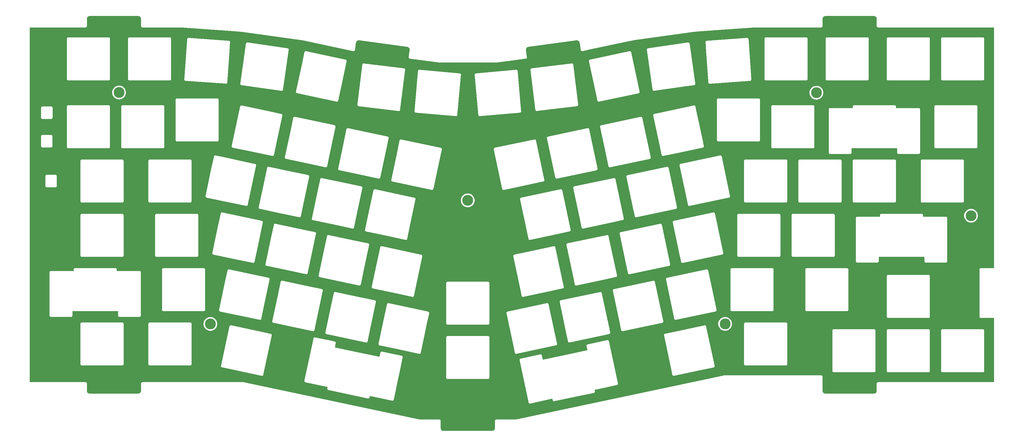
<source format=gbr>
%TF.GenerationSoftware,KiCad,Pcbnew,7.0.10*%
%TF.CreationDate,2024-02-26T23:27:28+01:00*%
%TF.ProjectId,plate,706c6174-652e-46b6-9963-61645f706362,rev?*%
%TF.SameCoordinates,Original*%
%TF.FileFunction,Copper,L1,Top*%
%TF.FilePolarity,Positive*%
%FSLAX46Y46*%
G04 Gerber Fmt 4.6, Leading zero omitted, Abs format (unit mm)*
G04 Created by KiCad (PCBNEW 7.0.10) date 2024-02-26 23:27:28*
%MOMM*%
%LPD*%
G01*
G04 APERTURE LIST*
%TA.AperFunction,ComponentPad*%
%ADD10C,3.800000*%
%TD*%
G04 APERTURE END LIST*
D10*
%TO.P,MountTopMiddle6,1*%
%TO.N,N/C*%
X328390000Y-64540000D03*
%TD*%
%TO.P,MountTopMiddle4,1*%
%TO.N,N/C*%
X242200000Y-102480000D03*
%TD*%
%TO.P,MountTopMiddle1,1*%
%TO.N,N/C*%
X29780000Y-21330000D03*
%TD*%
%TO.P,MountTopMiddle3,1*%
%TO.N,N/C*%
X151998715Y-59170197D03*
%TD*%
%TO.P,MountTopMiddle5,1*%
%TO.N,N/C*%
X274200000Y-21410000D03*
%TD*%
%TO.P,MountTopMiddle2,1*%
%TO.N,N/C*%
X61790000Y-102510000D03*
%TD*%
%TA.AperFunction,Conductor*%
%TO.N,GND*%
G36*
X36434113Y5499499D02*
G01*
X36494594Y5499500D01*
X36505400Y5499029D01*
X36662760Y5485263D01*
X36684041Y5481511D01*
X36831378Y5442033D01*
X36851684Y5434642D01*
X36912516Y5406277D01*
X36989930Y5370179D01*
X37008641Y5359376D01*
X37133577Y5271896D01*
X37133586Y5271890D01*
X37150144Y5257997D01*
X37258000Y5150142D01*
X37271894Y5133583D01*
X37359382Y5008637D01*
X37370189Y4989919D01*
X37434649Y4851686D01*
X37442042Y4831374D01*
X37481520Y4684039D01*
X37485273Y4662753D01*
X37499028Y4505535D01*
X37499500Y4494728D01*
X37499500Y1928037D01*
X37507190Y1901846D01*
X37510947Y1884577D01*
X37514835Y1857545D01*
X37514835Y1857543D01*
X37526173Y1832717D01*
X37532355Y1816142D01*
X37540047Y1789947D01*
X37554801Y1766988D01*
X37554806Y1766981D01*
X37563282Y1751459D01*
X37574623Y1726627D01*
X37586437Y1712993D01*
X37592496Y1706000D01*
X37603095Y1691840D01*
X37617853Y1668877D01*
X37617857Y1668872D01*
X37638488Y1650994D01*
X37650992Y1638490D01*
X37668870Y1617859D01*
X37668872Y1617857D01*
X37691844Y1603095D01*
X37705996Y1592500D01*
X37726627Y1574623D01*
X37749899Y1563995D01*
X37751451Y1563286D01*
X37766978Y1554808D01*
X37789947Y1540047D01*
X37816136Y1532357D01*
X37832713Y1526174D01*
X37857538Y1514837D01*
X37857539Y1514837D01*
X37857543Y1514835D01*
X37884564Y1510950D01*
X37901846Y1507191D01*
X37928039Y1499500D01*
X37964201Y1499500D01*
X50023698Y1499500D01*
X50026843Y1499460D01*
X51903737Y1451837D01*
X51909156Y1451580D01*
X70947829Y120265D01*
X70948283Y120232D01*
X72818720Y-22421D01*
X72826488Y-23262D01*
X91682059Y-2673239D01*
X91689225Y-2674462D01*
X91692595Y-2675139D01*
X91692598Y-2675140D01*
X91724274Y-2679181D01*
X91725742Y-2679378D01*
X91739248Y-2681276D01*
X91757246Y-2683807D01*
X91757251Y-2683807D01*
X91757256Y-2683808D01*
X91757260Y-2683807D01*
X91760658Y-2684040D01*
X91767914Y-2684749D01*
X93581295Y-2916144D01*
X93581311Y-2916146D01*
X93591396Y-2917859D01*
X94179729Y-3042913D01*
X111800641Y-6788353D01*
X111825287Y-6796361D01*
X111828198Y-6797656D01*
X111831085Y-6798942D01*
X111878799Y-6805334D01*
X111888111Y-6806946D01*
X111899838Y-6809439D01*
X111914825Y-6810438D01*
X111923017Y-6811260D01*
X111973733Y-6818056D01*
X111976984Y-6817556D01*
X112004068Y-6816394D01*
X112007354Y-6816614D01*
X112057331Y-6805492D01*
X112065373Y-6803981D01*
X112115986Y-6796209D01*
X112118963Y-6794814D01*
X112144636Y-6786065D01*
X112145667Y-6785835D01*
X112147839Y-6785352D01*
X112192642Y-6760609D01*
X112199983Y-6756869D01*
X112246323Y-6735168D01*
X112248785Y-6732992D01*
X112270948Y-6717367D01*
X112273828Y-6715777D01*
X112309846Y-6679413D01*
X112315829Y-6673761D01*
X112354183Y-6639879D01*
X112355931Y-6637100D01*
X112372798Y-6615859D01*
X112375111Y-6613525D01*
X112399430Y-6568475D01*
X112403577Y-6561373D01*
X112430825Y-6518068D01*
X112430827Y-6518064D01*
X112430828Y-6518063D01*
X112431724Y-6514897D01*
X112441922Y-6489770D01*
X112443482Y-6486881D01*
X112454126Y-6436804D01*
X112456093Y-6428860D01*
X112460193Y-6414387D01*
X112461785Y-6402500D01*
X112463388Y-6393225D01*
X112473406Y-6346104D01*
X112472923Y-6339772D01*
X112473661Y-6313871D01*
X112480062Y-6266100D01*
X112796259Y-3906391D01*
X112798162Y-3895752D01*
X112832704Y-3741626D01*
X112839248Y-3721039D01*
X112897949Y-3580243D01*
X112907964Y-3561110D01*
X112990227Y-3432638D01*
X113003414Y-3415537D01*
X113016431Y-3401398D01*
X113101612Y-3308869D01*
X113106723Y-3303317D01*
X113122686Y-3288756D01*
X113243915Y-3196177D01*
X113262168Y-3184608D01*
X113262193Y-3184595D01*
X113397628Y-3114489D01*
X113417602Y-3106269D01*
X113563189Y-3060734D01*
X113584297Y-3056106D01*
X113735566Y-3036546D01*
X113757156Y-3035654D01*
X113915052Y-3042913D01*
X113925800Y-3043878D01*
X113940217Y-3045810D01*
X113985672Y-3051902D01*
X113985673Y-3051901D01*
X114004005Y-3054358D01*
X114004088Y-3054368D01*
X130684242Y-5289479D01*
X130684244Y-5289480D01*
X130704457Y-5292188D01*
X130704458Y-5292189D01*
X130725605Y-5295022D01*
X130738988Y-5296816D01*
X130738989Y-5296816D01*
X130764408Y-5300222D01*
X130775057Y-5302125D01*
X130929189Y-5336669D01*
X130949786Y-5343216D01*
X131090569Y-5401911D01*
X131109715Y-5411933D01*
X131238181Y-5494193D01*
X131255277Y-5507374D01*
X131367509Y-5610692D01*
X131382069Y-5626655D01*
X131474644Y-5747879D01*
X131486215Y-5766135D01*
X131556336Y-5901597D01*
X131564561Y-5921584D01*
X131568872Y-5935366D01*
X131610090Y-6067150D01*
X131610091Y-6067151D01*
X131614721Y-6088266D01*
X131634281Y-6239536D01*
X131635174Y-6261131D01*
X131627924Y-6418861D01*
X131626957Y-6429635D01*
X131427308Y-7919588D01*
X131290888Y-8937666D01*
X131290888Y-8937670D01*
X131286086Y-8973509D01*
X131290228Y-9000483D01*
X131291659Y-9018110D01*
X131291921Y-9045414D01*
X131291921Y-9045415D01*
X131299863Y-9071533D01*
X131303789Y-9088781D01*
X131307932Y-9115761D01*
X131319508Y-9140477D01*
X131325848Y-9156990D01*
X131333791Y-9183108D01*
X131333791Y-9183109D01*
X131333792Y-9183111D01*
X131333793Y-9183113D01*
X131348767Y-9205928D01*
X131357392Y-9221369D01*
X131368974Y-9246098D01*
X131387049Y-9266557D01*
X131397782Y-9280612D01*
X131412762Y-9303436D01*
X131429969Y-9318059D01*
X131433561Y-9321112D01*
X131446189Y-9333501D01*
X131464259Y-9353955D01*
X131464262Y-9353956D01*
X131464263Y-9353958D01*
X131487370Y-9368497D01*
X131501624Y-9378955D01*
X131522430Y-9396637D01*
X131522433Y-9396638D01*
X131522434Y-9396639D01*
X131547370Y-9407739D01*
X131562981Y-9416070D01*
X131586075Y-9430601D01*
X131586077Y-9430602D01*
X131586079Y-9430603D01*
X131612333Y-9438039D01*
X131612347Y-9438043D01*
X131628976Y-9444064D01*
X131653914Y-9455165D01*
X131689751Y-9459967D01*
X131689755Y-9459968D01*
X141949246Y-10834721D01*
X141950273Y-10834863D01*
X141982809Y-10839542D01*
X141982820Y-10839542D01*
X141984147Y-10839637D01*
X141984403Y-10839663D01*
X141984635Y-10839678D01*
X141985873Y-10839761D01*
X141986025Y-10839771D01*
X141986254Y-10839779D01*
X141987618Y-10839863D01*
X142020443Y-10839547D01*
X142021634Y-10839542D01*
X162015582Y-10839542D01*
X162016772Y-10839547D01*
X162031014Y-10839685D01*
X162049597Y-10839863D01*
X162049597Y-10839862D01*
X162049598Y-10839863D01*
X162049598Y-10839862D01*
X162050962Y-10839779D01*
X162051178Y-10839772D01*
X162051336Y-10839761D01*
X162052586Y-10839678D01*
X162052808Y-10839664D01*
X162053070Y-10839637D01*
X162054391Y-10839542D01*
X162054407Y-10839542D01*
X162087009Y-10834854D01*
X162087927Y-10834726D01*
X166128818Y-10293254D01*
X194493342Y-10293254D01*
X194500859Y-10328622D01*
X194500860Y-10328626D01*
X194500861Y-10328630D01*
X194500861Y-10328635D01*
X196920567Y-21712451D01*
X197360147Y-23780516D01*
X197447302Y-24190545D01*
X197454820Y-24225915D01*
X197467785Y-24249929D01*
X197475057Y-24266055D01*
X197484475Y-24291678D01*
X197500731Y-24313609D01*
X197510227Y-24328541D01*
X197523190Y-24352554D01*
X197523192Y-24352556D01*
X197540353Y-24369882D01*
X197542403Y-24371951D01*
X197553923Y-24385375D01*
X197570177Y-24407304D01*
X197591944Y-24423761D01*
X197605259Y-24435409D01*
X197624474Y-24454808D01*
X197648372Y-24468005D01*
X197663202Y-24477636D01*
X197682250Y-24492037D01*
X197684981Y-24494102D01*
X197710518Y-24503766D01*
X197726574Y-24511190D01*
X197750463Y-24524383D01*
X197777102Y-24530310D01*
X197794049Y-24535375D01*
X197819584Y-24545038D01*
X197819585Y-24545038D01*
X197819588Y-24545039D01*
X197846820Y-24547116D01*
X197864305Y-24549716D01*
X197890949Y-24555645D01*
X197918187Y-24553827D01*
X197935859Y-24553910D01*
X197963092Y-24555989D01*
X198031481Y-24541451D01*
X211724166Y-21630981D01*
X211724173Y-21630981D01*
X211775782Y-21620010D01*
X211895750Y-21594511D01*
X211910624Y-21586480D01*
X211919770Y-21581543D01*
X211935900Y-21574269D01*
X211941507Y-21572208D01*
X211961518Y-21564853D01*
X211983450Y-21548595D01*
X211998358Y-21539114D01*
X212022394Y-21526139D01*
X212041794Y-21506922D01*
X212055214Y-21495405D01*
X212077142Y-21479153D01*
X212093605Y-21457377D01*
X212105250Y-21444068D01*
X212124642Y-21424860D01*
X212124642Y-21424859D01*
X212124646Y-21424856D01*
X212132846Y-21410005D01*
X271786738Y-21410005D01*
X271805765Y-21712451D01*
X271805766Y-21712455D01*
X271805766Y-21712459D01*
X271805767Y-21712462D01*
X271862555Y-22010154D01*
X271862557Y-22010159D01*
X271956203Y-22298374D01*
X271956204Y-22298375D01*
X271956206Y-22298381D01*
X272085242Y-22572598D01*
X272085246Y-22572605D01*
X272085247Y-22572606D01*
X272247626Y-22828475D01*
X272247629Y-22828479D01*
X272247630Y-22828480D01*
X272440808Y-23061992D01*
X272576544Y-23189456D01*
X272661727Y-23269448D01*
X272661737Y-23269456D01*
X272906898Y-23447576D01*
X272906903Y-23447578D01*
X272906910Y-23447584D01*
X273172483Y-23593585D01*
X273172488Y-23593587D01*
X273172490Y-23593588D01*
X273172491Y-23593589D01*
X273454257Y-23705148D01*
X273454260Y-23705149D01*
X273552107Y-23730271D01*
X273747800Y-23780516D01*
X273858818Y-23794541D01*
X274048460Y-23818499D01*
X274048466Y-23818499D01*
X274048470Y-23818500D01*
X274048472Y-23818500D01*
X274351528Y-23818500D01*
X274351530Y-23818500D01*
X274351535Y-23818499D01*
X274351539Y-23818499D01*
X274431357Y-23808415D01*
X274652200Y-23780516D01*
X274945739Y-23705149D01*
X274957441Y-23700516D01*
X275227508Y-23593589D01*
X275227509Y-23593588D01*
X275227507Y-23593588D01*
X275227517Y-23593585D01*
X275493090Y-23447584D01*
X275738271Y-23269450D01*
X275959192Y-23061992D01*
X276152370Y-22828480D01*
X276314758Y-22572598D01*
X276443794Y-22298381D01*
X276537445Y-22010154D01*
X276594233Y-21712462D01*
X276599267Y-21632451D01*
X276613262Y-21410005D01*
X276613262Y-21409994D01*
X276594234Y-21107548D01*
X276594233Y-21107544D01*
X276594233Y-21107538D01*
X276537445Y-20809846D01*
X276443794Y-20521619D01*
X276314758Y-20247402D01*
X276152370Y-19991520D01*
X275959192Y-19758008D01*
X275738271Y-19550550D01*
X275738268Y-19550548D01*
X275738262Y-19550543D01*
X275493101Y-19372423D01*
X275493094Y-19372418D01*
X275493090Y-19372416D01*
X275227517Y-19226415D01*
X275227514Y-19226413D01*
X275227509Y-19226411D01*
X275227508Y-19226410D01*
X274945742Y-19114851D01*
X274945739Y-19114850D01*
X274652197Y-19039483D01*
X274351539Y-19001500D01*
X274351530Y-19001500D01*
X274048470Y-19001500D01*
X274048460Y-19001500D01*
X273747802Y-19039483D01*
X273454260Y-19114850D01*
X273454257Y-19114851D01*
X273172491Y-19226410D01*
X273172490Y-19226411D01*
X272906910Y-19372416D01*
X272906898Y-19372423D01*
X272661737Y-19550543D01*
X272661727Y-19550551D01*
X272440810Y-19758006D01*
X272247626Y-19991524D01*
X272085247Y-20247393D01*
X272085244Y-20247397D01*
X272085242Y-20247402D01*
X271965200Y-20502506D01*
X271956204Y-20521624D01*
X271956203Y-20521625D01*
X271866850Y-20796626D01*
X271862555Y-20809846D01*
X271810223Y-21084180D01*
X271805766Y-21107544D01*
X271805765Y-21107548D01*
X271786738Y-21409994D01*
X271786738Y-21410005D01*
X212132846Y-21410005D01*
X212137841Y-21400958D01*
X212147474Y-21386125D01*
X212163940Y-21364349D01*
X212173604Y-21338807D01*
X212181028Y-21322756D01*
X212194221Y-21298868D01*
X212200149Y-21272223D01*
X212205216Y-21255269D01*
X212214876Y-21229746D01*
X212214876Y-21229744D01*
X212214877Y-21229742D01*
X212216953Y-21202519D01*
X212219552Y-21185031D01*
X212225484Y-21158382D01*
X212223665Y-21131134D01*
X212223749Y-21113452D01*
X212225827Y-21086238D01*
X212195903Y-20945461D01*
X212150278Y-20730814D01*
X209293834Y-7292295D01*
X209264350Y-7153586D01*
X209264349Y-7153580D01*
X209251383Y-7129563D01*
X209244112Y-7113439D01*
X209234693Y-7087813D01*
X209233166Y-7085753D01*
X209218438Y-7065882D01*
X209208947Y-7050959D01*
X209195978Y-7026936D01*
X209195399Y-7026352D01*
X209176762Y-7007535D01*
X209165239Y-6994109D01*
X209148991Y-6972187D01*
X209127219Y-6955725D01*
X209113910Y-6944081D01*
X209094697Y-6924686D01*
X209094692Y-6924681D01*
X209070797Y-6911486D01*
X209055959Y-6901850D01*
X209034188Y-6885390D01*
X209008648Y-6875725D01*
X208992592Y-6868299D01*
X208968707Y-6855109D01*
X208942060Y-6849178D01*
X208925119Y-6844116D01*
X208899584Y-6834454D01*
X208899576Y-6834452D01*
X208872366Y-6832376D01*
X208854873Y-6829776D01*
X208828228Y-6823847D01*
X208828218Y-6823847D01*
X208800978Y-6825664D01*
X208783296Y-6825580D01*
X208756080Y-6823504D01*
X208756074Y-6823504D01*
X208717312Y-6831742D01*
X208717288Y-6831748D01*
X194859553Y-9777300D01*
X194859528Y-9777305D01*
X194858789Y-9777463D01*
X194858784Y-9777464D01*
X194836071Y-9782292D01*
X194823417Y-9784982D01*
X194799399Y-9797948D01*
X194783281Y-9805216D01*
X194757650Y-9814638D01*
X194757648Y-9814639D01*
X194735717Y-9830894D01*
X194720794Y-9840385D01*
X194696771Y-9853355D01*
X194677375Y-9872567D01*
X194663956Y-9884084D01*
X194642022Y-9900342D01*
X194625562Y-9922112D01*
X194613920Y-9935419D01*
X194594522Y-9954634D01*
X194581326Y-9978530D01*
X194571693Y-9993364D01*
X194555227Y-10015143D01*
X194545566Y-10040675D01*
X194538142Y-10056729D01*
X194524946Y-10080625D01*
X194519018Y-10107266D01*
X194513955Y-10124213D01*
X194504290Y-10149754D01*
X194502214Y-10176966D01*
X194499614Y-10194459D01*
X194493685Y-10221104D01*
X194493685Y-10221113D01*
X194495502Y-10248351D01*
X194495418Y-10266033D01*
X194493499Y-10291192D01*
X194493342Y-10293254D01*
X166128818Y-10293254D01*
X172222185Y-9476754D01*
X172222188Y-9476754D01*
X172240655Y-9474279D01*
X172240657Y-9474280D01*
X172323064Y-9463236D01*
X172323069Y-9463237D01*
X172323069Y-9463236D01*
X172332966Y-9461909D01*
X172347462Y-9459968D01*
X172347462Y-9459967D01*
X172383294Y-9455167D01*
X172383298Y-9455165D01*
X172383304Y-9455165D01*
X172408244Y-9444062D01*
X172424867Y-9438043D01*
X172451138Y-9430603D01*
X172454627Y-9428407D01*
X172474244Y-9416065D01*
X172489850Y-9407736D01*
X172514787Y-9396637D01*
X172535592Y-9378954D01*
X172549852Y-9368493D01*
X172549854Y-9368492D01*
X172572954Y-9353958D01*
X172591020Y-9333506D01*
X172603647Y-9321119D01*
X172624456Y-9303437D01*
X172639437Y-9280608D01*
X172650174Y-9266551D01*
X172668240Y-9246101D01*
X172668239Y-9246101D01*
X172668243Y-9246098D01*
X172679823Y-9221370D01*
X172688443Y-9205937D01*
X172703424Y-9183113D01*
X172711367Y-9156990D01*
X172717702Y-9140488D01*
X172729284Y-9115761D01*
X172733427Y-9088776D01*
X172737353Y-9071531D01*
X172745294Y-9045418D01*
X172745295Y-9045416D01*
X172745556Y-9018108D01*
X172746985Y-9000500D01*
X172751131Y-8973508D01*
X172747890Y-8949324D01*
X172747890Y-8949321D01*
X172746328Y-8937667D01*
X172746329Y-8937666D01*
X172410261Y-6429670D01*
X172409297Y-6418937D01*
X172402046Y-6261130D01*
X172402939Y-6239537D01*
X172404304Y-6228980D01*
X172422501Y-6088255D01*
X172427125Y-6067164D01*
X172472662Y-5921573D01*
X172480885Y-5901592D01*
X172489725Y-5884515D01*
X172551008Y-5766124D01*
X172562567Y-5747888D01*
X172655161Y-5626640D01*
X172669700Y-5610700D01*
X172781943Y-5507369D01*
X172799040Y-5494188D01*
X172927509Y-5411925D01*
X172946642Y-5401909D01*
X173087442Y-5343206D01*
X173108021Y-5336665D01*
X173262087Y-5302134D01*
X173272713Y-5300234D01*
X190041366Y-3053264D01*
X190041383Y-3053264D01*
X190051546Y-3051901D01*
X190051548Y-3051902D01*
X190094454Y-3046151D01*
X190097228Y-3045779D01*
X190111489Y-3043869D01*
X190122253Y-3042901D01*
X190280066Y-3035645D01*
X190301656Y-3036537D01*
X190452928Y-3056096D01*
X190474034Y-3060724D01*
X190609854Y-3103202D01*
X190619620Y-3106257D01*
X190639599Y-3114478D01*
X190775067Y-3184600D01*
X190793315Y-3196167D01*
X190827232Y-3222068D01*
X190912575Y-3287241D01*
X190914545Y-3288745D01*
X190930508Y-3303304D01*
X191033823Y-3415531D01*
X191047010Y-3432635D01*
X191127749Y-3558725D01*
X191129266Y-3561094D01*
X191139290Y-3580243D01*
X191197985Y-3721024D01*
X191204533Y-3741624D01*
X191239019Y-3895501D01*
X191240922Y-3906149D01*
X191563554Y-6313880D01*
X191564293Y-6339772D01*
X191563810Y-6346097D01*
X191563811Y-6346107D01*
X191573819Y-6393188D01*
X191575430Y-6402500D01*
X191577022Y-6414385D01*
X191577024Y-6414394D01*
X191581115Y-6428837D01*
X191583098Y-6436844D01*
X191593734Y-6486883D01*
X191595299Y-6489781D01*
X191605486Y-6514881D01*
X191606387Y-6518062D01*
X191633642Y-6561381D01*
X191637800Y-6568506D01*
X191662103Y-6613521D01*
X191662108Y-6613528D01*
X191664423Y-6615865D01*
X191681278Y-6637090D01*
X191683033Y-6639880D01*
X191716825Y-6669733D01*
X191721384Y-6673761D01*
X191727384Y-6679428D01*
X191763386Y-6715776D01*
X191763388Y-6715777D01*
X191766264Y-6717365D01*
X191788423Y-6732986D01*
X191790893Y-6735169D01*
X191790894Y-6735169D01*
X191790895Y-6735170D01*
X191837251Y-6756880D01*
X191844588Y-6760617D01*
X191889377Y-6785352D01*
X191892580Y-6786064D01*
X191918243Y-6794810D01*
X191921230Y-6796209D01*
X191971818Y-6803977D01*
X191979895Y-6805494D01*
X192029863Y-6816614D01*
X192033152Y-6816394D01*
X192060227Y-6817556D01*
X192063484Y-6818057D01*
X192114230Y-6811256D01*
X192122370Y-6810439D01*
X192137378Y-6809439D01*
X192149099Y-6806946D01*
X192158405Y-6805336D01*
X192206131Y-6798942D01*
X192211929Y-6796360D01*
X192236576Y-6788352D01*
X194693579Y-6266100D01*
X214795576Y-6266100D01*
X214806819Y-6346101D01*
X214812875Y-6389193D01*
X216757916Y-20228879D01*
X216777945Y-20371401D01*
X216789205Y-20396264D01*
X216795335Y-20412860D01*
X216802941Y-20439072D01*
X216802943Y-20439077D01*
X216817625Y-20462082D01*
X216826053Y-20477633D01*
X216837317Y-20502506D01*
X216853773Y-20521619D01*
X216855129Y-20523194D01*
X216865686Y-20537390D01*
X216880369Y-20560397D01*
X216880371Y-20560399D01*
X216900937Y-20578335D01*
X216913407Y-20590884D01*
X216931220Y-20611573D01*
X216954136Y-20626403D01*
X216968266Y-20637051D01*
X216988839Y-20654992D01*
X217013633Y-20666410D01*
X217029131Y-20674936D01*
X217044089Y-20684616D01*
X217052049Y-20689768D01*
X217067650Y-20694401D01*
X217078214Y-20697540D01*
X217094760Y-20703770D01*
X217119564Y-20715194D01*
X217146564Y-20719163D01*
X217163844Y-20722980D01*
X217190004Y-20730752D01*
X217190011Y-20730754D01*
X217217307Y-20730840D01*
X217234953Y-20732158D01*
X217237225Y-20732491D01*
X217261955Y-20736128D01*
X217404477Y-20716098D01*
X217404477Y-20716097D01*
X217450380Y-20709646D01*
X217450382Y-20709645D01*
X228004126Y-19226415D01*
X231351400Y-18755987D01*
X231351424Y-18755982D01*
X231367257Y-18753758D01*
X231392122Y-18742496D01*
X231408717Y-18736367D01*
X231434932Y-18728761D01*
X231457943Y-18714074D01*
X231473482Y-18705653D01*
X231498362Y-18694387D01*
X231519053Y-18676571D01*
X231533245Y-18666017D01*
X231556253Y-18651335D01*
X231574190Y-18630765D01*
X231586733Y-18618301D01*
X231607429Y-18600484D01*
X231622265Y-18577556D01*
X231632903Y-18563440D01*
X231650848Y-18542865D01*
X231662269Y-18518061D01*
X231670797Y-18502563D01*
X231685622Y-18479656D01*
X231685623Y-18479655D01*
X231693396Y-18453488D01*
X231699633Y-18436931D01*
X231701174Y-18433583D01*
X231711050Y-18412140D01*
X231715022Y-18385121D01*
X231718833Y-18367866D01*
X231726610Y-18341692D01*
X231726696Y-18314395D01*
X231728014Y-18296749D01*
X231731984Y-18269746D01*
X231709144Y-18107233D01*
X231709142Y-18107227D01*
X229754646Y-4200257D01*
X229754645Y-4200255D01*
X229754456Y-4198913D01*
X229753245Y-4190292D01*
X229753244Y-4190291D01*
X229749613Y-4164447D01*
X229738353Y-4139582D01*
X229732225Y-4122991D01*
X229724617Y-4096774D01*
X229724615Y-4096769D01*
X229709932Y-4073762D01*
X229701502Y-4058206D01*
X229690242Y-4033341D01*
X229690241Y-4033340D01*
X229672430Y-4012653D01*
X229661873Y-3998457D01*
X229647189Y-3975448D01*
X229647188Y-3975447D01*
X229626617Y-3957508D01*
X229614146Y-3944958D01*
X229612998Y-3943625D01*
X229596339Y-3924275D01*
X229587169Y-3918341D01*
X229573421Y-3909443D01*
X229559293Y-3898797D01*
X229555513Y-3895501D01*
X229538720Y-3880856D01*
X229535802Y-3879512D01*
X229513921Y-3869435D01*
X229498421Y-3860908D01*
X229496355Y-3859571D01*
X229475510Y-3846081D01*
X229475508Y-3846080D01*
X229475506Y-3846079D01*
X229475508Y-3846079D01*
X229449336Y-3838303D01*
X229432791Y-3832072D01*
X229407997Y-3820655D01*
X229407995Y-3820654D01*
X229392707Y-3818406D01*
X229380984Y-3816682D01*
X229363716Y-3812868D01*
X229337544Y-3805093D01*
X229310245Y-3805007D01*
X229292604Y-3803689D01*
X229265605Y-3799720D01*
X229265604Y-3799720D01*
X229253434Y-3801430D01*
X229127654Y-3819106D01*
X229127655Y-3819107D01*
X229127648Y-3819108D01*
X229127369Y-3819147D01*
X215200410Y-5776454D01*
X215200392Y-5776455D01*
X215160306Y-5782090D01*
X215160300Y-5782091D01*
X215135437Y-5793350D01*
X215118855Y-5799475D01*
X215092630Y-5807086D01*
X215092624Y-5807089D01*
X215069611Y-5821775D01*
X215054063Y-5830201D01*
X215029194Y-5841463D01*
X215029193Y-5841464D01*
X215008505Y-5859275D01*
X214994318Y-5869826D01*
X214971305Y-5884514D01*
X214971303Y-5884515D01*
X214953361Y-5905089D01*
X214940818Y-5917553D01*
X214920130Y-5935366D01*
X214905299Y-5958282D01*
X214894658Y-5972403D01*
X214876714Y-5992980D01*
X214876712Y-5992984D01*
X214865288Y-6017788D01*
X214856765Y-6033279D01*
X214841937Y-6056192D01*
X214834163Y-6082358D01*
X214827931Y-6098904D01*
X214816510Y-6123706D01*
X214816509Y-6123709D01*
X214812537Y-6150720D01*
X214808723Y-6167986D01*
X214800950Y-6194153D01*
X214800949Y-6194158D01*
X214800863Y-6221452D01*
X214799546Y-6239089D01*
X214796306Y-6261131D01*
X214795576Y-6266100D01*
X194693579Y-6266100D01*
X207094912Y-3630116D01*
X235330481Y-3630116D01*
X235333004Y-3666185D01*
X235333004Y-3666187D01*
X235557437Y-6875725D01*
X236282409Y-17243333D01*
X236321512Y-17802524D01*
X236324087Y-17839339D01*
X236333583Y-17864922D01*
X236338540Y-17881903D01*
X236344300Y-17908587D01*
X236344302Y-17908592D01*
X236357346Y-17932569D01*
X236364670Y-17948675D01*
X236374166Y-17974260D01*
X236374172Y-17974270D01*
X236390491Y-17996142D01*
X236400032Y-18011039D01*
X236413075Y-18035015D01*
X236413077Y-18035018D01*
X236432344Y-18054346D01*
X236443909Y-18067736D01*
X236460233Y-18089615D01*
X236482057Y-18106006D01*
X236495410Y-18117614D01*
X236513948Y-18136211D01*
X236514684Y-18136949D01*
X236538633Y-18150075D01*
X236553481Y-18159650D01*
X236575314Y-18176048D01*
X236598890Y-18184884D01*
X236600860Y-18185622D01*
X236616939Y-18192995D01*
X236640891Y-18206123D01*
X236667566Y-18211970D01*
X236684520Y-18216978D01*
X236695386Y-18221050D01*
X236710081Y-18226558D01*
X236737306Y-18228548D01*
X236754808Y-18231093D01*
X236781475Y-18236939D01*
X236781477Y-18236938D01*
X236781479Y-18236939D01*
X236869086Y-18230812D01*
X236925047Y-18226899D01*
X236925046Y-18226899D01*
X249839893Y-17323805D01*
X250966840Y-17245002D01*
X250966848Y-17245000D01*
X250990700Y-17243333D01*
X251016289Y-17233833D01*
X251033265Y-17228878D01*
X251059954Y-17223118D01*
X251083934Y-17210072D01*
X251100040Y-17202749D01*
X251125622Y-17193254D01*
X251125622Y-17193253D01*
X251125627Y-17193252D01*
X251147520Y-17176916D01*
X251162404Y-17167385D01*
X251186381Y-17154343D01*
X251205720Y-17135063D01*
X251219088Y-17123518D01*
X251240979Y-17107186D01*
X251257371Y-17085359D01*
X251268974Y-17072011D01*
X251288312Y-17052736D01*
X251301436Y-17028789D01*
X251311016Y-17013932D01*
X251327411Y-16992106D01*
X251336989Y-16966546D01*
X251344362Y-16950471D01*
X251357486Y-16926529D01*
X251363333Y-16899853D01*
X251368342Y-16882895D01*
X251377921Y-16857339D01*
X251379911Y-16830112D01*
X251382455Y-16812616D01*
X251388302Y-16785945D01*
X251388250Y-16785208D01*
X251378262Y-16642373D01*
X251378233Y-16641963D01*
X256000500Y-16641963D01*
X256008190Y-16668154D01*
X256011947Y-16685423D01*
X256015835Y-16712455D01*
X256015835Y-16712457D01*
X256027173Y-16737283D01*
X256033355Y-16753858D01*
X256041047Y-16780053D01*
X256055801Y-16803012D01*
X256055806Y-16803019D01*
X256064282Y-16818541D01*
X256075623Y-16843373D01*
X256087083Y-16856598D01*
X256093496Y-16864000D01*
X256104095Y-16878160D01*
X256118853Y-16901123D01*
X256118857Y-16901128D01*
X256139488Y-16919006D01*
X256151992Y-16931510D01*
X256168419Y-16950466D01*
X256169872Y-16952143D01*
X256192844Y-16966905D01*
X256206996Y-16977500D01*
X256227627Y-16995377D01*
X256250899Y-17006005D01*
X256252451Y-17006714D01*
X256267978Y-17015192D01*
X256290947Y-17029953D01*
X256317136Y-17037643D01*
X256333713Y-17043826D01*
X256358538Y-17055163D01*
X256358539Y-17055163D01*
X256358543Y-17055165D01*
X256385564Y-17059050D01*
X256402846Y-17062809D01*
X256429039Y-17070500D01*
X270672960Y-17070500D01*
X270672961Y-17070500D01*
X270699153Y-17062809D01*
X270716436Y-17059050D01*
X270720882Y-17058410D01*
X270743457Y-17055165D01*
X270768287Y-17043824D01*
X270784862Y-17037642D01*
X270811053Y-17029953D01*
X270834020Y-17015192D01*
X270849540Y-17006717D01*
X270874373Y-16995377D01*
X270895006Y-16977497D01*
X270909148Y-16966910D01*
X270932128Y-16952143D01*
X270950015Y-16931499D01*
X270962499Y-16919015D01*
X270983143Y-16901128D01*
X270997910Y-16878148D01*
X271008497Y-16864006D01*
X271026377Y-16843373D01*
X271037717Y-16818540D01*
X271046193Y-16803019D01*
X271060953Y-16780053D01*
X271068644Y-16753858D01*
X271074824Y-16737287D01*
X271086165Y-16712457D01*
X271090050Y-16685435D01*
X271093809Y-16668153D01*
X271101499Y-16641963D01*
X277431700Y-16641963D01*
X277439390Y-16668154D01*
X277443147Y-16685423D01*
X277447035Y-16712455D01*
X277447035Y-16712457D01*
X277458373Y-16737283D01*
X277464555Y-16753858D01*
X277472247Y-16780053D01*
X277487001Y-16803012D01*
X277487006Y-16803019D01*
X277495482Y-16818541D01*
X277506823Y-16843373D01*
X277518283Y-16856598D01*
X277524696Y-16864000D01*
X277535295Y-16878160D01*
X277550053Y-16901123D01*
X277550057Y-16901128D01*
X277570688Y-16919006D01*
X277583192Y-16931510D01*
X277599619Y-16950466D01*
X277601072Y-16952143D01*
X277624044Y-16966905D01*
X277638196Y-16977500D01*
X277658827Y-16995377D01*
X277682099Y-17006005D01*
X277683651Y-17006714D01*
X277699178Y-17015192D01*
X277722147Y-17029953D01*
X277748336Y-17037643D01*
X277764913Y-17043826D01*
X277789738Y-17055163D01*
X277789739Y-17055163D01*
X277789743Y-17055165D01*
X277816764Y-17059050D01*
X277834046Y-17062809D01*
X277860239Y-17070500D01*
X292104160Y-17070500D01*
X292104161Y-17070500D01*
X292130353Y-17062809D01*
X292147636Y-17059050D01*
X292152082Y-17058410D01*
X292174657Y-17055165D01*
X292199487Y-17043824D01*
X292216062Y-17037642D01*
X292242253Y-17029953D01*
X292265220Y-17015192D01*
X292280740Y-17006717D01*
X292305573Y-16995377D01*
X292326206Y-16977497D01*
X292340348Y-16966910D01*
X292363328Y-16952143D01*
X292381215Y-16931499D01*
X292393699Y-16919015D01*
X292414343Y-16901128D01*
X292429110Y-16878148D01*
X292439697Y-16864006D01*
X292457577Y-16843373D01*
X292468917Y-16818540D01*
X292477393Y-16803019D01*
X292492153Y-16780053D01*
X292499844Y-16753858D01*
X292506024Y-16737287D01*
X292517365Y-16712457D01*
X292521250Y-16685435D01*
X292525009Y-16668153D01*
X292532699Y-16641963D01*
X298863000Y-16641963D01*
X298870690Y-16668154D01*
X298874447Y-16685423D01*
X298878335Y-16712455D01*
X298878335Y-16712457D01*
X298889673Y-16737283D01*
X298895855Y-16753858D01*
X298903547Y-16780053D01*
X298918301Y-16803012D01*
X298918306Y-16803019D01*
X298926782Y-16818541D01*
X298938123Y-16843373D01*
X298949583Y-16856598D01*
X298955996Y-16864000D01*
X298966595Y-16878160D01*
X298981353Y-16901123D01*
X298981357Y-16901128D01*
X299001988Y-16919006D01*
X299014492Y-16931510D01*
X299030919Y-16950466D01*
X299032372Y-16952143D01*
X299055344Y-16966905D01*
X299069496Y-16977500D01*
X299090127Y-16995377D01*
X299113399Y-17006005D01*
X299114951Y-17006714D01*
X299130478Y-17015192D01*
X299153447Y-17029953D01*
X299179636Y-17037643D01*
X299196213Y-17043826D01*
X299221038Y-17055163D01*
X299221039Y-17055163D01*
X299221043Y-17055165D01*
X299248064Y-17059050D01*
X299265346Y-17062809D01*
X299291539Y-17070500D01*
X313535460Y-17070500D01*
X313535461Y-17070500D01*
X313561653Y-17062809D01*
X313578936Y-17059050D01*
X313583382Y-17058410D01*
X313605957Y-17055165D01*
X313630787Y-17043824D01*
X313647362Y-17037642D01*
X313673553Y-17029953D01*
X313696520Y-17015192D01*
X313712040Y-17006717D01*
X313736873Y-16995377D01*
X313757506Y-16977497D01*
X313771648Y-16966910D01*
X313794628Y-16952143D01*
X313812515Y-16931499D01*
X313824999Y-16919015D01*
X313845643Y-16901128D01*
X313860410Y-16878148D01*
X313870997Y-16864006D01*
X313888877Y-16843373D01*
X313900217Y-16818540D01*
X313908693Y-16803019D01*
X313923453Y-16780053D01*
X313931144Y-16753858D01*
X313937324Y-16737287D01*
X313948665Y-16712457D01*
X313952550Y-16685435D01*
X313956309Y-16668153D01*
X313963999Y-16641963D01*
X317913000Y-16641963D01*
X317920690Y-16668154D01*
X317924447Y-16685423D01*
X317928335Y-16712455D01*
X317928335Y-16712457D01*
X317939673Y-16737283D01*
X317945855Y-16753858D01*
X317953547Y-16780053D01*
X317968301Y-16803012D01*
X317968306Y-16803019D01*
X317976782Y-16818541D01*
X317988123Y-16843373D01*
X317999583Y-16856598D01*
X318005996Y-16864000D01*
X318016595Y-16878160D01*
X318031353Y-16901123D01*
X318031357Y-16901128D01*
X318051988Y-16919006D01*
X318064492Y-16931510D01*
X318080919Y-16950466D01*
X318082372Y-16952143D01*
X318105344Y-16966905D01*
X318119496Y-16977500D01*
X318140127Y-16995377D01*
X318163399Y-17006005D01*
X318164951Y-17006714D01*
X318180478Y-17015192D01*
X318203447Y-17029953D01*
X318229636Y-17037643D01*
X318246213Y-17043826D01*
X318271038Y-17055163D01*
X318271039Y-17055163D01*
X318271043Y-17055165D01*
X318298064Y-17059050D01*
X318315346Y-17062809D01*
X318341539Y-17070500D01*
X332585460Y-17070500D01*
X332585461Y-17070500D01*
X332611653Y-17062809D01*
X332628936Y-17059050D01*
X332633382Y-17058410D01*
X332655957Y-17055165D01*
X332680787Y-17043824D01*
X332697362Y-17037642D01*
X332723553Y-17029953D01*
X332746520Y-17015192D01*
X332762040Y-17006717D01*
X332786873Y-16995377D01*
X332807506Y-16977497D01*
X332821648Y-16966910D01*
X332844628Y-16952143D01*
X332862515Y-16931499D01*
X332874999Y-16919015D01*
X332895643Y-16901128D01*
X332910410Y-16878148D01*
X332920997Y-16864006D01*
X332938877Y-16843373D01*
X332950217Y-16818540D01*
X332958693Y-16803019D01*
X332973453Y-16780053D01*
X332981144Y-16753858D01*
X332987324Y-16737287D01*
X332998665Y-16712457D01*
X333002550Y-16685435D01*
X333006309Y-16668153D01*
X333014000Y-16641961D01*
X333014000Y-16498039D01*
X333014000Y-2434201D01*
X333014000Y-2398039D01*
X333006308Y-2371842D01*
X333002550Y-2354564D01*
X333001652Y-2348318D01*
X332998665Y-2327543D01*
X332998162Y-2326442D01*
X332987326Y-2302713D01*
X332981143Y-2286136D01*
X332973453Y-2259948D01*
X332973453Y-2259946D01*
X332958692Y-2236978D01*
X332950214Y-2221451D01*
X332949505Y-2219899D01*
X332938877Y-2196627D01*
X332921000Y-2175996D01*
X332910403Y-2161840D01*
X332895643Y-2138872D01*
X332889916Y-2133909D01*
X332875010Y-2120992D01*
X332862506Y-2108488D01*
X332844628Y-2087857D01*
X332844623Y-2087853D01*
X332821660Y-2073095D01*
X332807500Y-2062496D01*
X332800507Y-2056437D01*
X332786873Y-2044623D01*
X332762041Y-2033282D01*
X332746519Y-2024806D01*
X332746517Y-2024805D01*
X332723553Y-2010047D01*
X332723551Y-2010046D01*
X332697358Y-2002355D01*
X332680788Y-1996174D01*
X332655957Y-1984835D01*
X332628923Y-1980947D01*
X332611654Y-1977190D01*
X332585463Y-1969500D01*
X332585461Y-1969500D01*
X332549299Y-1969500D01*
X318485461Y-1969500D01*
X318341539Y-1969500D01*
X318341536Y-1969500D01*
X318341534Y-1969501D01*
X318315342Y-1977190D01*
X318298068Y-1980948D01*
X318271044Y-1984834D01*
X318271041Y-1984835D01*
X318246210Y-1996175D01*
X318229641Y-2002355D01*
X318216671Y-2006163D01*
X318203447Y-2010047D01*
X318203445Y-2010047D01*
X318203445Y-2010048D01*
X318180482Y-2024805D01*
X318164961Y-2033280D01*
X318140128Y-2044621D01*
X318140125Y-2044623D01*
X318119500Y-2062495D01*
X318105340Y-2073095D01*
X318082376Y-2087853D01*
X318082371Y-2087857D01*
X318064493Y-2108489D01*
X318051989Y-2120993D01*
X318031357Y-2138871D01*
X318031353Y-2138876D01*
X318016595Y-2161840D01*
X318005995Y-2176000D01*
X317988123Y-2196625D01*
X317988121Y-2196628D01*
X317976780Y-2221461D01*
X317968307Y-2236978D01*
X317953547Y-2259947D01*
X317951992Y-2265244D01*
X317945855Y-2286141D01*
X317939675Y-2302710D01*
X317928335Y-2327541D01*
X317928334Y-2327544D01*
X317924448Y-2354568D01*
X317920690Y-2371842D01*
X317913001Y-2398034D01*
X317913000Y-2398042D01*
X317913000Y-16641963D01*
X313963999Y-16641963D01*
X313964000Y-16641961D01*
X313964000Y-16498039D01*
X313964000Y-2434201D01*
X313964000Y-2398039D01*
X313956308Y-2371842D01*
X313952550Y-2354564D01*
X313951652Y-2348318D01*
X313948665Y-2327543D01*
X313948162Y-2326442D01*
X313937326Y-2302713D01*
X313931143Y-2286136D01*
X313923453Y-2259948D01*
X313923453Y-2259946D01*
X313908692Y-2236978D01*
X313900214Y-2221451D01*
X313899505Y-2219899D01*
X313888877Y-2196627D01*
X313871000Y-2175996D01*
X313860403Y-2161840D01*
X313845643Y-2138872D01*
X313839916Y-2133909D01*
X313825010Y-2120992D01*
X313812506Y-2108488D01*
X313794628Y-2087857D01*
X313794623Y-2087853D01*
X313771660Y-2073095D01*
X313757500Y-2062496D01*
X313750507Y-2056437D01*
X313736873Y-2044623D01*
X313712041Y-2033282D01*
X313696519Y-2024806D01*
X313696517Y-2024805D01*
X313673553Y-2010047D01*
X313673551Y-2010046D01*
X313647358Y-2002355D01*
X313630788Y-1996174D01*
X313605957Y-1984835D01*
X313578923Y-1980947D01*
X313561654Y-1977190D01*
X313535463Y-1969500D01*
X313535461Y-1969500D01*
X313499299Y-1969500D01*
X299435461Y-1969500D01*
X299291539Y-1969500D01*
X299291536Y-1969500D01*
X299291534Y-1969501D01*
X299265342Y-1977190D01*
X299248068Y-1980948D01*
X299221044Y-1984834D01*
X299221041Y-1984835D01*
X299196210Y-1996175D01*
X299179641Y-2002355D01*
X299166671Y-2006163D01*
X299153447Y-2010047D01*
X299153445Y-2010047D01*
X299153445Y-2010048D01*
X299130482Y-2024805D01*
X299114961Y-2033280D01*
X299090128Y-2044621D01*
X299090125Y-2044623D01*
X299069500Y-2062495D01*
X299055340Y-2073095D01*
X299032376Y-2087853D01*
X299032371Y-2087857D01*
X299014493Y-2108489D01*
X299001989Y-2120993D01*
X298981357Y-2138871D01*
X298981353Y-2138876D01*
X298966595Y-2161840D01*
X298955995Y-2176000D01*
X298938123Y-2196625D01*
X298938121Y-2196628D01*
X298926780Y-2221461D01*
X298918307Y-2236978D01*
X298903547Y-2259947D01*
X298901992Y-2265244D01*
X298895855Y-2286141D01*
X298889675Y-2302710D01*
X298878335Y-2327541D01*
X298878334Y-2327544D01*
X298874448Y-2354568D01*
X298870690Y-2371842D01*
X298863001Y-2398034D01*
X298863000Y-2398042D01*
X298863000Y-16641963D01*
X292532699Y-16641963D01*
X292532700Y-16641961D01*
X292532700Y-16498039D01*
X292532700Y-2434201D01*
X292532700Y-2398039D01*
X292525008Y-2371842D01*
X292521250Y-2354564D01*
X292520352Y-2348318D01*
X292517365Y-2327543D01*
X292516862Y-2326442D01*
X292506026Y-2302713D01*
X292499843Y-2286136D01*
X292492153Y-2259948D01*
X292492153Y-2259946D01*
X292477392Y-2236978D01*
X292468914Y-2221451D01*
X292468205Y-2219899D01*
X292457577Y-2196627D01*
X292439700Y-2175996D01*
X292429103Y-2161840D01*
X292414343Y-2138872D01*
X292408616Y-2133909D01*
X292393710Y-2120992D01*
X292381206Y-2108488D01*
X292363328Y-2087857D01*
X292363323Y-2087853D01*
X292340360Y-2073095D01*
X292326200Y-2062496D01*
X292319207Y-2056437D01*
X292305573Y-2044623D01*
X292280741Y-2033282D01*
X292265219Y-2024806D01*
X292265217Y-2024805D01*
X292242253Y-2010047D01*
X292242251Y-2010046D01*
X292216058Y-2002355D01*
X292199488Y-1996174D01*
X292174657Y-1984835D01*
X292147623Y-1980947D01*
X292130354Y-1977190D01*
X292104163Y-1969500D01*
X292104161Y-1969500D01*
X292067999Y-1969500D01*
X278004161Y-1969500D01*
X277860239Y-1969500D01*
X277860236Y-1969500D01*
X277860234Y-1969501D01*
X277834042Y-1977190D01*
X277816768Y-1980948D01*
X277789744Y-1984834D01*
X277789741Y-1984835D01*
X277764910Y-1996175D01*
X277748341Y-2002355D01*
X277735371Y-2006163D01*
X277722147Y-2010047D01*
X277722145Y-2010047D01*
X277722145Y-2010048D01*
X277699182Y-2024805D01*
X277683661Y-2033280D01*
X277658828Y-2044621D01*
X277658825Y-2044623D01*
X277638200Y-2062495D01*
X277624040Y-2073095D01*
X277601076Y-2087853D01*
X277601071Y-2087857D01*
X277583193Y-2108489D01*
X277570689Y-2120993D01*
X277550057Y-2138871D01*
X277550053Y-2138876D01*
X277535295Y-2161840D01*
X277524695Y-2176000D01*
X277506823Y-2196625D01*
X277506821Y-2196628D01*
X277495480Y-2221461D01*
X277487007Y-2236978D01*
X277472247Y-2259947D01*
X277470692Y-2265244D01*
X277464555Y-2286141D01*
X277458375Y-2302710D01*
X277447035Y-2327541D01*
X277447034Y-2327544D01*
X277443148Y-2354568D01*
X277439390Y-2371842D01*
X277431701Y-2398034D01*
X277431700Y-2398042D01*
X277431700Y-16641963D01*
X271101499Y-16641963D01*
X271101500Y-16641961D01*
X271101500Y-16498039D01*
X271101500Y-2434201D01*
X271101500Y-2398039D01*
X271093808Y-2371842D01*
X271090050Y-2354564D01*
X271089152Y-2348318D01*
X271086165Y-2327543D01*
X271085662Y-2326442D01*
X271074826Y-2302713D01*
X271068643Y-2286136D01*
X271060953Y-2259948D01*
X271060953Y-2259946D01*
X271046192Y-2236978D01*
X271037714Y-2221451D01*
X271037005Y-2219899D01*
X271026377Y-2196627D01*
X271008500Y-2175996D01*
X270997903Y-2161840D01*
X270983143Y-2138872D01*
X270977416Y-2133909D01*
X270962510Y-2120992D01*
X270950006Y-2108488D01*
X270932128Y-2087857D01*
X270932123Y-2087853D01*
X270909160Y-2073095D01*
X270895000Y-2062496D01*
X270888007Y-2056437D01*
X270874373Y-2044623D01*
X270849541Y-2033282D01*
X270834019Y-2024806D01*
X270834017Y-2024805D01*
X270811053Y-2010047D01*
X270811051Y-2010046D01*
X270784858Y-2002355D01*
X270768288Y-1996174D01*
X270743457Y-1984835D01*
X270716423Y-1980947D01*
X270699154Y-1977190D01*
X270672963Y-1969500D01*
X270672961Y-1969500D01*
X270636799Y-1969500D01*
X256572961Y-1969500D01*
X256429039Y-1969500D01*
X256429036Y-1969500D01*
X256429034Y-1969501D01*
X256402842Y-1977190D01*
X256385568Y-1980948D01*
X256358544Y-1984834D01*
X256358541Y-1984835D01*
X256333710Y-1996175D01*
X256317141Y-2002355D01*
X256304171Y-2006163D01*
X256290947Y-2010047D01*
X256290945Y-2010047D01*
X256290945Y-2010048D01*
X256267982Y-2024805D01*
X256252461Y-2033280D01*
X256227628Y-2044621D01*
X256227625Y-2044623D01*
X256207000Y-2062495D01*
X256192840Y-2073095D01*
X256169876Y-2087853D01*
X256169871Y-2087857D01*
X256151993Y-2108489D01*
X256139489Y-2120993D01*
X256118857Y-2138871D01*
X256118853Y-2138876D01*
X256104095Y-2161840D01*
X256093495Y-2176000D01*
X256075623Y-2196625D01*
X256075621Y-2196628D01*
X256064280Y-2221461D01*
X256055807Y-2236978D01*
X256041047Y-2259947D01*
X256039492Y-2265244D01*
X256033355Y-2286141D01*
X256027175Y-2302710D01*
X256015835Y-2327541D01*
X256015834Y-2327544D01*
X256011948Y-2354568D01*
X256008190Y-2371842D01*
X256000501Y-2398034D01*
X256000500Y-2398042D01*
X256000500Y-16641963D01*
X251378233Y-16641963D01*
X251267350Y-15056255D01*
X250397219Y-2612793D01*
X250397218Y-2612790D01*
X250394696Y-2576719D01*
X250385199Y-2551134D01*
X250380241Y-2534153D01*
X250374481Y-2507465D01*
X250361430Y-2483474D01*
X250354115Y-2467387D01*
X250344615Y-2441792D01*
X250328284Y-2419905D01*
X250318748Y-2405013D01*
X250305706Y-2381038D01*
X250286438Y-2361708D01*
X250274872Y-2348318D01*
X250274325Y-2347585D01*
X250267604Y-2338577D01*
X250258551Y-2326442D01*
X250258549Y-2326441D01*
X250258549Y-2326440D01*
X250236712Y-2310039D01*
X250223367Y-2298437D01*
X250204099Y-2279107D01*
X250180162Y-2265988D01*
X250165299Y-2256403D01*
X250143469Y-2240008D01*
X250143468Y-2240007D01*
X250143466Y-2240006D01*
X250117910Y-2230428D01*
X250101833Y-2223055D01*
X250098925Y-2221461D01*
X250077892Y-2209933D01*
X250077890Y-2209932D01*
X250077887Y-2209931D01*
X250051216Y-2204084D01*
X250034258Y-2199075D01*
X250008700Y-2189497D01*
X250008698Y-2189496D01*
X249981473Y-2187505D01*
X249963976Y-2184961D01*
X249937313Y-2179117D01*
X249937302Y-2179117D01*
X249795427Y-2189038D01*
X235766338Y-3170047D01*
X235766315Y-3170050D01*
X235764156Y-3170201D01*
X235764154Y-3170201D01*
X235740132Y-3171881D01*
X235728082Y-3172724D01*
X235702488Y-3182223D01*
X235685516Y-3187177D01*
X235658829Y-3192939D01*
X235658826Y-3192940D01*
X235634846Y-3205984D01*
X235618750Y-3213304D01*
X235593161Y-3222802D01*
X235593154Y-3222806D01*
X235571272Y-3239132D01*
X235556383Y-3248667D01*
X235532405Y-3261711D01*
X235532398Y-3261716D01*
X235513069Y-3280983D01*
X235499689Y-3292540D01*
X235477804Y-3308869D01*
X235477803Y-3308870D01*
X235461402Y-3330706D01*
X235449803Y-3344050D01*
X235430471Y-3363321D01*
X235417348Y-3387263D01*
X235407766Y-3402121D01*
X235391371Y-3423951D01*
X235381791Y-3449510D01*
X235374420Y-3465581D01*
X235361297Y-3489525D01*
X235361296Y-3489528D01*
X235355449Y-3516199D01*
X235350441Y-3533155D01*
X235340862Y-3558715D01*
X235340860Y-3558725D01*
X235338869Y-3585947D01*
X235336326Y-3603443D01*
X235330481Y-3630113D01*
X235330481Y-3630116D01*
X207094912Y-3630116D01*
X210445823Y-2917858D01*
X210455899Y-2916146D01*
X212269308Y-2684748D01*
X212276559Y-2684040D01*
X212279960Y-2683808D01*
X212279960Y-2683807D01*
X212279962Y-2683808D01*
X212311566Y-2679366D01*
X212312918Y-2679184D01*
X212344619Y-2675140D01*
X212344637Y-2675134D01*
X212347971Y-2674465D01*
X212355154Y-2673239D01*
X231210729Y-23262D01*
X231218490Y-22421D01*
X233088954Y120234D01*
X233089362Y120264D01*
X252128060Y1451580D01*
X252133475Y1451837D01*
X254010374Y1499460D01*
X254013519Y1499500D01*
X275915426Y1499500D01*
X275915427Y1499500D01*
X275941619Y1507191D01*
X275958902Y1510950D01*
X275963348Y1511590D01*
X275985923Y1514835D01*
X276010753Y1526176D01*
X276027328Y1532358D01*
X276053519Y1540047D01*
X276076486Y1554808D01*
X276092006Y1563283D01*
X276116839Y1574623D01*
X276137472Y1592503D01*
X276151614Y1603090D01*
X276174594Y1617857D01*
X276192481Y1638501D01*
X276204965Y1650985D01*
X276225609Y1668872D01*
X276240376Y1691852D01*
X276250963Y1705994D01*
X276268843Y1726627D01*
X276280183Y1751460D01*
X276288659Y1766981D01*
X276303419Y1789947D01*
X276311110Y1816142D01*
X276317290Y1832713D01*
X276328631Y1857543D01*
X276332516Y1884565D01*
X276336275Y1901847D01*
X276343966Y1928039D01*
X276343966Y2071961D01*
X276343966Y4494590D01*
X276344438Y4505396D01*
X276355436Y4631119D01*
X276358204Y4662764D01*
X276361956Y4684042D01*
X276401436Y4831388D01*
X276408824Y4851686D01*
X276473294Y4989945D01*
X276484092Y5008649D01*
X276571586Y5133607D01*
X276585471Y5150155D01*
X276693340Y5258028D01*
X276709883Y5271909D01*
X276834842Y5359410D01*
X276853543Y5370208D01*
X276991796Y5434680D01*
X277012098Y5442070D01*
X277159440Y5481555D01*
X277180718Y5485308D01*
X277337495Y5499028D01*
X277348306Y5499500D01*
X294268938Y5499500D01*
X294268966Y5499499D01*
X294277586Y5499500D01*
X294277590Y5499498D01*
X294338075Y5499500D01*
X294348877Y5499029D01*
X294506241Y5485266D01*
X294527515Y5481516D01*
X294674866Y5442037D01*
X294695166Y5434650D01*
X294833426Y5370182D01*
X294852123Y5359387D01*
X294977082Y5271893D01*
X294993636Y5258003D01*
X295101494Y5150150D01*
X295115388Y5133593D01*
X295115394Y5133583D01*
X295202876Y5008649D01*
X295213684Y4989930D01*
X295278147Y4851690D01*
X295285540Y4831379D01*
X295325019Y4684043D01*
X295328772Y4662757D01*
X295342494Y4505923D01*
X295342966Y4495115D01*
X295342966Y1928037D01*
X295350656Y1901846D01*
X295354413Y1884577D01*
X295358301Y1857545D01*
X295358301Y1857543D01*
X295369639Y1832717D01*
X295375821Y1816142D01*
X295383513Y1789947D01*
X295398267Y1766988D01*
X295398272Y1766981D01*
X295406748Y1751459D01*
X295418089Y1726627D01*
X295429903Y1712993D01*
X295435962Y1706000D01*
X295446561Y1691840D01*
X295461319Y1668877D01*
X295461323Y1668872D01*
X295481954Y1650994D01*
X295494458Y1638490D01*
X295512336Y1617859D01*
X295512338Y1617857D01*
X295535310Y1603095D01*
X295549462Y1592500D01*
X295570093Y1574623D01*
X295593365Y1563995D01*
X295594917Y1563286D01*
X295610444Y1554808D01*
X295633413Y1540047D01*
X295659602Y1532357D01*
X295676179Y1526174D01*
X295701004Y1514837D01*
X295701005Y1514837D01*
X295701009Y1514835D01*
X295728030Y1510950D01*
X295745312Y1507191D01*
X295771505Y1499500D01*
X295807667Y1499500D01*
X336368966Y1499500D01*
X336436005Y1479815D01*
X336481760Y1427011D01*
X336492966Y1375500D01*
X336492966Y-82803625D01*
X336473281Y-82870664D01*
X336420477Y-82916419D01*
X336368966Y-82927625D01*
X335029265Y-82927625D01*
X331915427Y-82927625D01*
X331771505Y-82927625D01*
X331771502Y-82927625D01*
X331771500Y-82927626D01*
X331745308Y-82935315D01*
X331728034Y-82939073D01*
X331701010Y-82942959D01*
X331701007Y-82942960D01*
X331676176Y-82954300D01*
X331659607Y-82960480D01*
X331646637Y-82964288D01*
X331633413Y-82968172D01*
X331611046Y-82982546D01*
X331610448Y-82982930D01*
X331594927Y-82991405D01*
X331570094Y-83002746D01*
X331570091Y-83002748D01*
X331549466Y-83020620D01*
X331535306Y-83031220D01*
X331512342Y-83045978D01*
X331512337Y-83045982D01*
X331494459Y-83066614D01*
X331481955Y-83079118D01*
X331461323Y-83096996D01*
X331461319Y-83097001D01*
X331446561Y-83119965D01*
X331435961Y-83134125D01*
X331418089Y-83154750D01*
X331418087Y-83154753D01*
X331406746Y-83179586D01*
X331398272Y-83195104D01*
X331383513Y-83218072D01*
X331380760Y-83227447D01*
X331375821Y-83244266D01*
X331369641Y-83260835D01*
X331358301Y-83285666D01*
X331358300Y-83285669D01*
X331354414Y-83312693D01*
X331350656Y-83329967D01*
X331342967Y-83356159D01*
X331342966Y-83356167D01*
X331342966Y-100000088D01*
X331350656Y-100026279D01*
X331354413Y-100043548D01*
X331358301Y-100070582D01*
X331366736Y-100089053D01*
X331369639Y-100095408D01*
X331375821Y-100111983D01*
X331383512Y-100138176D01*
X331383513Y-100138178D01*
X331398272Y-100161144D01*
X331406748Y-100176666D01*
X331418089Y-100201498D01*
X331429270Y-100214401D01*
X331435962Y-100222125D01*
X331446561Y-100236285D01*
X331461319Y-100259248D01*
X331461323Y-100259253D01*
X331481954Y-100277131D01*
X331494458Y-100289635D01*
X331512337Y-100310267D01*
X331512338Y-100310268D01*
X331535310Y-100325030D01*
X331549462Y-100335625D01*
X331570093Y-100353502D01*
X331593365Y-100364130D01*
X331594917Y-100364839D01*
X331610444Y-100373317D01*
X331633413Y-100388078D01*
X331659602Y-100395768D01*
X331676179Y-100401951D01*
X331701004Y-100413288D01*
X331701005Y-100413288D01*
X331701009Y-100413290D01*
X331728030Y-100417175D01*
X331745312Y-100420934D01*
X331771505Y-100428625D01*
X331807667Y-100428625D01*
X334957667Y-100428625D01*
X336368966Y-100428625D01*
X336436005Y-100448310D01*
X336481760Y-100501114D01*
X336492966Y-100552625D01*
X336492966Y-122819250D01*
X336473281Y-122886289D01*
X336420477Y-122932044D01*
X336368966Y-122943250D01*
X295915427Y-122943250D01*
X295771505Y-122943250D01*
X295771502Y-122943250D01*
X295771500Y-122943251D01*
X295745308Y-122950940D01*
X295728034Y-122954698D01*
X295701010Y-122958584D01*
X295701007Y-122958585D01*
X295676176Y-122969925D01*
X295659607Y-122976105D01*
X295646637Y-122979913D01*
X295633413Y-122983797D01*
X295633411Y-122983797D01*
X295633411Y-122983798D01*
X295610448Y-122998555D01*
X295594927Y-123007030D01*
X295570094Y-123018371D01*
X295570091Y-123018373D01*
X295549466Y-123036245D01*
X295535306Y-123046845D01*
X295512342Y-123061603D01*
X295512337Y-123061607D01*
X295494459Y-123082239D01*
X295481955Y-123094743D01*
X295461323Y-123112621D01*
X295461319Y-123112626D01*
X295446561Y-123135590D01*
X295435961Y-123149750D01*
X295418089Y-123170375D01*
X295418087Y-123170378D01*
X295406746Y-123195211D01*
X295398271Y-123210732D01*
X295383514Y-123233695D01*
X295375821Y-123259891D01*
X295369641Y-123276460D01*
X295358301Y-123301291D01*
X295358300Y-123301294D01*
X295354414Y-123328318D01*
X295350656Y-123345592D01*
X295342967Y-123371784D01*
X295342966Y-123371792D01*
X295342966Y-125938314D01*
X295342494Y-125949126D01*
X295328721Y-126106489D01*
X295324967Y-126127773D01*
X295285487Y-126275102D01*
X295278094Y-126295413D01*
X295213628Y-126433653D01*
X295202822Y-126452370D01*
X295115338Y-126577309D01*
X295101444Y-126593867D01*
X294993585Y-126701725D01*
X294977028Y-126715617D01*
X294852082Y-126803107D01*
X294833364Y-126813914D01*
X294695132Y-126878375D01*
X294674822Y-126885768D01*
X294527490Y-126925249D01*
X294506206Y-126929003D01*
X294363318Y-126941509D01*
X294348818Y-126942778D01*
X294338008Y-126943250D01*
X277348900Y-126943250D01*
X277338089Y-126942778D01*
X277180724Y-126929005D01*
X277159440Y-126925251D01*
X277012110Y-126885772D01*
X276991802Y-126878380D01*
X276932140Y-126850558D01*
X276853559Y-126813913D01*
X276834842Y-126803106D01*
X276709902Y-126715621D01*
X276693345Y-126701729D01*
X276585484Y-126593869D01*
X276571591Y-126577311D01*
X276484106Y-126452371D01*
X276473299Y-126433654D01*
X276438921Y-126359934D01*
X276408831Y-126295409D01*
X276401442Y-126275109D01*
X276361959Y-126127772D01*
X276358206Y-126106489D01*
X276358205Y-126106481D01*
X276344438Y-125949170D01*
X276343966Y-125938359D01*
X276343966Y-120990539D01*
X276336275Y-120964346D01*
X276332516Y-120947064D01*
X276328631Y-120920046D01*
X276328631Y-120920043D01*
X276328629Y-120920038D01*
X276317292Y-120895213D01*
X276311109Y-120878636D01*
X276303419Y-120852448D01*
X276303419Y-120852446D01*
X276288658Y-120829478D01*
X276280180Y-120813951D01*
X276279471Y-120812399D01*
X276268843Y-120789127D01*
X276250966Y-120768496D01*
X276240371Y-120754344D01*
X276225609Y-120731372D01*
X276225608Y-120731371D01*
X276204976Y-120713492D01*
X276192472Y-120700988D01*
X276174594Y-120680357D01*
X276174589Y-120680353D01*
X276151626Y-120665595D01*
X276137466Y-120654996D01*
X276129590Y-120648172D01*
X276116839Y-120637123D01*
X276092007Y-120625782D01*
X276076485Y-120617306D01*
X276053519Y-120602547D01*
X276053517Y-120602546D01*
X276027324Y-120594855D01*
X276010754Y-120588674D01*
X275985923Y-120577335D01*
X275958889Y-120573447D01*
X275941620Y-120569690D01*
X275915429Y-120562000D01*
X275915427Y-120562000D01*
X275879265Y-120562000D01*
X241863708Y-120562000D01*
X241836772Y-120559039D01*
X241833536Y-120558319D01*
X241782497Y-120561725D01*
X241774241Y-120562000D01*
X241759265Y-120562000D01*
X241747379Y-120563708D01*
X241738005Y-120564693D01*
X241726026Y-120565492D01*
X241726018Y-120565493D01*
X241711356Y-120568609D01*
X241703240Y-120570053D01*
X241652607Y-120577335D01*
X241652599Y-120577337D01*
X241649585Y-120578714D01*
X241623857Y-120587209D01*
X168891725Y-136046901D01*
X168865944Y-136049611D01*
X162090569Y-136049611D01*
X161946647Y-136049611D01*
X161946644Y-136049611D01*
X161946642Y-136049612D01*
X161920450Y-136057301D01*
X161903176Y-136061059D01*
X161876152Y-136064945D01*
X161876149Y-136064946D01*
X161851318Y-136076286D01*
X161834749Y-136082466D01*
X161821779Y-136086274D01*
X161808555Y-136090158D01*
X161808553Y-136090158D01*
X161808553Y-136090159D01*
X161785590Y-136104916D01*
X161770069Y-136113391D01*
X161745236Y-136124732D01*
X161745233Y-136124734D01*
X161724608Y-136142606D01*
X161710448Y-136153206D01*
X161687484Y-136167964D01*
X161687479Y-136167968D01*
X161669601Y-136188600D01*
X161657097Y-136201104D01*
X161636465Y-136218982D01*
X161636461Y-136218987D01*
X161621703Y-136241951D01*
X161611103Y-136256111D01*
X161593231Y-136276736D01*
X161593229Y-136276739D01*
X161581888Y-136301572D01*
X161573413Y-136317093D01*
X161558656Y-136340056D01*
X161550963Y-136366252D01*
X161544783Y-136382821D01*
X161533443Y-136407652D01*
X161533442Y-136407655D01*
X161529556Y-136434679D01*
X161525798Y-136451953D01*
X161518109Y-136478145D01*
X161518108Y-136478153D01*
X161518108Y-139044692D01*
X161517636Y-139055501D01*
X161503867Y-139212861D01*
X161500114Y-139234141D01*
X161460635Y-139381475D01*
X161453244Y-139401779D01*
X161388778Y-139540022D01*
X161377971Y-139558741D01*
X161290490Y-139683674D01*
X161276597Y-139700230D01*
X161168741Y-139808086D01*
X161152183Y-139821980D01*
X161027241Y-139909464D01*
X161008522Y-139920271D01*
X160870290Y-139984729D01*
X160849978Y-139992122D01*
X160702646Y-140031598D01*
X160681360Y-140035351D01*
X160523759Y-140049138D01*
X160512953Y-140049610D01*
X160445124Y-140049610D01*
X160445108Y-140049611D01*
X143524023Y-140049611D01*
X143513215Y-140049139D01*
X143355857Y-140035371D01*
X143334571Y-140031618D01*
X143187234Y-139992138D01*
X143166924Y-139984745D01*
X143028694Y-139920288D01*
X143009974Y-139909481D01*
X142885027Y-139821992D01*
X142868470Y-139808099D01*
X142760616Y-139700246D01*
X142746722Y-139683688D01*
X142659235Y-139558744D01*
X142648428Y-139540026D01*
X142583965Y-139401788D01*
X142576574Y-139381481D01*
X142537093Y-139234142D01*
X142533341Y-139212858D01*
X142519580Y-139055580D01*
X142519108Y-139044772D01*
X142519108Y-136478150D01*
X142519107Y-136478145D01*
X142511416Y-136451953D01*
X142507658Y-136434675D01*
X142503773Y-136407657D01*
X142503773Y-136407655D01*
X142503773Y-136407654D01*
X142503771Y-136407649D01*
X142492434Y-136382824D01*
X142486251Y-136366247D01*
X142478561Y-136340059D01*
X142478561Y-136340057D01*
X142463800Y-136317089D01*
X142455322Y-136301562D01*
X142454613Y-136300010D01*
X142443985Y-136276738D01*
X142426108Y-136256107D01*
X142415511Y-136241951D01*
X142400751Y-136218983D01*
X142400750Y-136218982D01*
X142380118Y-136201103D01*
X142367614Y-136188599D01*
X142349736Y-136167968D01*
X142349731Y-136167964D01*
X142326768Y-136153206D01*
X142312608Y-136142607D01*
X142305615Y-136136548D01*
X142291981Y-136124734D01*
X142267149Y-136113393D01*
X142251627Y-136104917D01*
X142251625Y-136104916D01*
X142228661Y-136090158D01*
X142228659Y-136090157D01*
X142202466Y-136082466D01*
X142185896Y-136076285D01*
X142161065Y-136064946D01*
X142134031Y-136061058D01*
X142116762Y-136057301D01*
X142090571Y-136049611D01*
X142090569Y-136049611D01*
X142054407Y-136049611D01*
X135171272Y-136049611D01*
X135145491Y-136046901D01*
X73616257Y-122968458D01*
X73590533Y-122959965D01*
X73587511Y-122958585D01*
X73536874Y-122951304D01*
X73528750Y-122949858D01*
X73514102Y-122946745D01*
X73514089Y-122946743D01*
X73502110Y-122945944D01*
X73492726Y-122944957D01*
X73480855Y-122943250D01*
X73480851Y-122943250D01*
X73465874Y-122943250D01*
X73457618Y-122942975D01*
X73442823Y-122941987D01*
X73406579Y-122939569D01*
X73406578Y-122939569D01*
X73406577Y-122939569D01*
X73404089Y-122940123D01*
X73403342Y-122940289D01*
X73376407Y-122943250D01*
X38071961Y-122943250D01*
X37928039Y-122943250D01*
X37928036Y-122943250D01*
X37928034Y-122943251D01*
X37901842Y-122950940D01*
X37884568Y-122954698D01*
X37857544Y-122958584D01*
X37857541Y-122958585D01*
X37832710Y-122969925D01*
X37816141Y-122976105D01*
X37803171Y-122979913D01*
X37789947Y-122983797D01*
X37789945Y-122983797D01*
X37789945Y-122983798D01*
X37766982Y-122998555D01*
X37751461Y-123007030D01*
X37726628Y-123018371D01*
X37726625Y-123018373D01*
X37706000Y-123036245D01*
X37691840Y-123046845D01*
X37668876Y-123061603D01*
X37668871Y-123061607D01*
X37650993Y-123082239D01*
X37638489Y-123094743D01*
X37617857Y-123112621D01*
X37617853Y-123112626D01*
X37603095Y-123135590D01*
X37592495Y-123149750D01*
X37574623Y-123170375D01*
X37574621Y-123170378D01*
X37563280Y-123195211D01*
X37554805Y-123210732D01*
X37540048Y-123233695D01*
X37532355Y-123259891D01*
X37526175Y-123276460D01*
X37514835Y-123301291D01*
X37514834Y-123301294D01*
X37510948Y-123328318D01*
X37507190Y-123345592D01*
X37499501Y-123371784D01*
X37499500Y-123371792D01*
X37499500Y-125938313D01*
X37499028Y-125949125D01*
X37485255Y-126106481D01*
X37481501Y-126127766D01*
X37442022Y-126275088D01*
X37434629Y-126295399D01*
X37370165Y-126433633D01*
X37359356Y-126452352D01*
X37271869Y-126577287D01*
X37257977Y-126593843D01*
X37150128Y-126701688D01*
X37133570Y-126715581D01*
X37008627Y-126803064D01*
X36989908Y-126813871D01*
X36851677Y-126878326D01*
X36831366Y-126885718D01*
X36684039Y-126925192D01*
X36662752Y-126928945D01*
X36504621Y-126942777D01*
X36493816Y-126943249D01*
X36426519Y-126943249D01*
X36426503Y-126943250D01*
X19505418Y-126943250D01*
X19494611Y-126942778D01*
X19469666Y-126940595D01*
X19337248Y-126929009D01*
X19315963Y-126925256D01*
X19168622Y-126885776D01*
X19148311Y-126878383D01*
X19148302Y-126878379D01*
X19045533Y-126830457D01*
X19010076Y-126813923D01*
X18991359Y-126803117D01*
X18866410Y-126715629D01*
X18849852Y-126701735D01*
X18741993Y-126593878D01*
X18728099Y-126577321D01*
X18728075Y-126577287D01*
X18640608Y-126452375D01*
X18629801Y-126433657D01*
X18565336Y-126295420D01*
X18557943Y-126275110D01*
X18557300Y-126272712D01*
X18518460Y-126127773D01*
X18514707Y-126106490D01*
X18500972Y-125949557D01*
X18500500Y-125938746D01*
X18500500Y-123371789D01*
X18500499Y-123371784D01*
X18492808Y-123345592D01*
X18489050Y-123328314D01*
X18485165Y-123301296D01*
X18485165Y-123301294D01*
X18485165Y-123301293D01*
X18483735Y-123298162D01*
X18473826Y-123276463D01*
X18467643Y-123259886D01*
X18459953Y-123233698D01*
X18459953Y-123233696D01*
X18445192Y-123210728D01*
X18436714Y-123195201D01*
X18436005Y-123193649D01*
X18425377Y-123170377D01*
X18407500Y-123149746D01*
X18396903Y-123135590D01*
X18382143Y-123112622D01*
X18382142Y-123112621D01*
X18361510Y-123094742D01*
X18349006Y-123082238D01*
X18331128Y-123061607D01*
X18331123Y-123061603D01*
X18308160Y-123046845D01*
X18294000Y-123036246D01*
X18287007Y-123030187D01*
X18273373Y-123018373D01*
X18248541Y-123007032D01*
X18233019Y-122998556D01*
X18233017Y-122998555D01*
X18210053Y-122983797D01*
X18210051Y-122983796D01*
X18183858Y-122976105D01*
X18167288Y-122969924D01*
X18142457Y-122958585D01*
X18115423Y-122954697D01*
X18098154Y-122950940D01*
X18071963Y-122943250D01*
X18071961Y-122943250D01*
X18035799Y-122943250D01*
X-1375500Y-122943250D01*
X-1442539Y-122923565D01*
X-1488294Y-122870761D01*
X-1499500Y-122819250D01*
X-1499500Y-122448737D01*
X94751217Y-122448737D01*
X94753293Y-122475953D01*
X94753377Y-122493636D01*
X94751560Y-122520875D01*
X94751560Y-122520884D01*
X94757489Y-122547529D01*
X94760089Y-122565022D01*
X94762165Y-122592232D01*
X94762167Y-122592239D01*
X94771828Y-122617769D01*
X94776891Y-122634713D01*
X94781176Y-122653967D01*
X94782822Y-122661364D01*
X94796012Y-122685248D01*
X94803438Y-122701305D01*
X94813102Y-122726844D01*
X94829563Y-122748616D01*
X94839198Y-122763452D01*
X94852397Y-122787352D01*
X94871798Y-122806569D01*
X94883438Y-122819875D01*
X94899901Y-122841649D01*
X94921830Y-122857902D01*
X94935252Y-122869421D01*
X94954649Y-122888634D01*
X94978671Y-122901602D01*
X94993592Y-122911092D01*
X95015526Y-122927350D01*
X95041144Y-122936766D01*
X95057272Y-122944037D01*
X95081293Y-122957006D01*
X95108937Y-122962881D01*
X95108952Y-122962886D01*
X102806176Y-124598980D01*
X102867658Y-124632172D01*
X102901434Y-124693335D01*
X102901685Y-124746051D01*
X102816897Y-125144946D01*
X102816894Y-125144958D01*
X102808653Y-125183732D01*
X102808653Y-125183738D01*
X102810729Y-125210954D01*
X102810813Y-125228637D01*
X102808996Y-125255876D01*
X102808996Y-125255885D01*
X102814925Y-125282530D01*
X102817525Y-125300023D01*
X102819601Y-125327233D01*
X102819603Y-125327240D01*
X102829264Y-125352770D01*
X102834327Y-125369714D01*
X102838612Y-125388968D01*
X102840258Y-125396365D01*
X102853448Y-125420249D01*
X102860874Y-125436306D01*
X102870538Y-125461845D01*
X102886999Y-125483617D01*
X102896635Y-125498455D01*
X102909830Y-125522350D01*
X102909835Y-125522355D01*
X102929230Y-125541568D01*
X102940874Y-125554877D01*
X102957336Y-125576649D01*
X102957337Y-125576650D01*
X102979261Y-125592899D01*
X102992684Y-125604420D01*
X103012082Y-125623634D01*
X103012084Y-125623635D01*
X103036098Y-125636599D01*
X103051034Y-125646098D01*
X103072957Y-125662348D01*
X103072958Y-125662348D01*
X103072962Y-125662351D01*
X103098591Y-125671771D01*
X103114708Y-125679038D01*
X103138729Y-125692007D01*
X103168917Y-125698423D01*
X103168928Y-125698426D01*
X103174096Y-125699524D01*
X103174100Y-125699526D01*
X117036015Y-128645967D01*
X117036017Y-128645967D01*
X117042368Y-128647317D01*
X117042370Y-128647317D01*
X117071387Y-128653485D01*
X117098599Y-128651407D01*
X117116281Y-128651323D01*
X117143531Y-128653142D01*
X117143535Y-128653141D01*
X117151705Y-128651323D01*
X117156985Y-128650147D01*
X117170169Y-128647214D01*
X117187670Y-128644611D01*
X117214891Y-128642535D01*
X117240431Y-128632870D01*
X117257365Y-128627810D01*
X117284016Y-128621880D01*
X117307903Y-128608688D01*
X117323968Y-128601259D01*
X117349495Y-128591600D01*
X117349494Y-128591600D01*
X117349498Y-128591599D01*
X117371283Y-128575127D01*
X117386106Y-128565501D01*
X117410005Y-128552305D01*
X117429217Y-128532909D01*
X117442526Y-128521264D01*
X117464302Y-128504801D01*
X117480554Y-128482873D01*
X117492074Y-128469450D01*
X117511287Y-128450054D01*
X117511288Y-128450053D01*
X117524258Y-128426026D01*
X117533746Y-128411107D01*
X117550002Y-128389177D01*
X117559425Y-128363540D01*
X117566694Y-128347423D01*
X117579658Y-128323410D01*
X117579659Y-128323409D01*
X117609583Y-128182632D01*
X117609582Y-128182631D01*
X117616120Y-128151875D01*
X117616123Y-128151857D01*
X117672692Y-127885720D01*
X117705884Y-127824242D01*
X117767047Y-127790466D01*
X117819758Y-127790215D01*
X125509274Y-129424673D01*
X125509276Y-129424673D01*
X125515623Y-129426022D01*
X125544646Y-129432191D01*
X125571858Y-129430113D01*
X125589540Y-129430029D01*
X125616790Y-129431848D01*
X125616794Y-129431847D01*
X125624964Y-129430029D01*
X125630244Y-129428853D01*
X125643428Y-129425920D01*
X125660929Y-129423317D01*
X125688150Y-129421241D01*
X125713690Y-129411576D01*
X125730624Y-129406516D01*
X125757275Y-129400586D01*
X125781162Y-129387394D01*
X125797227Y-129379965D01*
X125822754Y-129370306D01*
X125822753Y-129370306D01*
X125822757Y-129370305D01*
X125844542Y-129353833D01*
X125859365Y-129344207D01*
X125883264Y-129331011D01*
X125902476Y-129311615D01*
X125915785Y-129299970D01*
X125937561Y-129283507D01*
X125953817Y-129261572D01*
X125965322Y-129248166D01*
X125984547Y-129228759D01*
X125997516Y-129204734D01*
X126007005Y-129189814D01*
X126023262Y-129167882D01*
X126032679Y-129142258D01*
X126039951Y-129126133D01*
X126052919Y-129102115D01*
X126082842Y-128961338D01*
X126082841Y-128961336D01*
X126087220Y-128940737D01*
X126087221Y-128940728D01*
X126120166Y-128785738D01*
X127686447Y-121416963D01*
X144463100Y-121416963D01*
X144470790Y-121443154D01*
X144474547Y-121460423D01*
X144478435Y-121487455D01*
X144478435Y-121487457D01*
X144489773Y-121512283D01*
X144495955Y-121528858D01*
X144503647Y-121555053D01*
X144518401Y-121578012D01*
X144518406Y-121578019D01*
X144526882Y-121593541D01*
X144538223Y-121618373D01*
X144550037Y-121632007D01*
X144556096Y-121639000D01*
X144566695Y-121653160D01*
X144581453Y-121676123D01*
X144581457Y-121676128D01*
X144602088Y-121694006D01*
X144614592Y-121706510D01*
X144632470Y-121727141D01*
X144632472Y-121727143D01*
X144655444Y-121741905D01*
X144669596Y-121752500D01*
X144690227Y-121770377D01*
X144713499Y-121781005D01*
X144715051Y-121781714D01*
X144730578Y-121790192D01*
X144753547Y-121804953D01*
X144779736Y-121812643D01*
X144796313Y-121818826D01*
X144821138Y-121830163D01*
X144821139Y-121830163D01*
X144821143Y-121830165D01*
X144848164Y-121834050D01*
X144865446Y-121837809D01*
X144891639Y-121845500D01*
X159135560Y-121845500D01*
X159135561Y-121845500D01*
X159161753Y-121837809D01*
X159179036Y-121834050D01*
X159183482Y-121833410D01*
X159206057Y-121830165D01*
X159230887Y-121818824D01*
X159247462Y-121812642D01*
X159273653Y-121804953D01*
X159296620Y-121790192D01*
X159312140Y-121781717D01*
X159336973Y-121770377D01*
X159357606Y-121752497D01*
X159371748Y-121741910D01*
X159394728Y-121727143D01*
X159412615Y-121706499D01*
X159425099Y-121694015D01*
X159445743Y-121676128D01*
X159460510Y-121653148D01*
X159471097Y-121639006D01*
X159488977Y-121618373D01*
X159500317Y-121593540D01*
X159508793Y-121578019D01*
X159523553Y-121555053D01*
X159531244Y-121528858D01*
X159537424Y-121512287D01*
X159548765Y-121487457D01*
X159552650Y-121460435D01*
X159556409Y-121443153D01*
X159564100Y-121416961D01*
X159564100Y-121273039D01*
X159564100Y-115181515D01*
X170156572Y-115181515D01*
X170164089Y-115216883D01*
X170164090Y-115216887D01*
X170164091Y-115216891D01*
X170164091Y-115216896D01*
X173297059Y-129956345D01*
X173325961Y-130092320D01*
X173338924Y-130116330D01*
X173346196Y-130132456D01*
X173355618Y-130158088D01*
X173371874Y-130180020D01*
X173381367Y-130194947D01*
X173394333Y-130218964D01*
X173413542Y-130238356D01*
X173425065Y-130251783D01*
X173441319Y-130273713D01*
X173463086Y-130290170D01*
X173476401Y-130301818D01*
X173495616Y-130321217D01*
X173509903Y-130329107D01*
X173519515Y-130334415D01*
X173534352Y-130344050D01*
X173556123Y-130360510D01*
X173581651Y-130370170D01*
X173597704Y-130377593D01*
X173621605Y-130390792D01*
X173648256Y-130396722D01*
X173665188Y-130401781D01*
X173690730Y-130411447D01*
X173717950Y-130413523D01*
X173735444Y-130416124D01*
X173762091Y-130422054D01*
X173789338Y-130420235D01*
X173807020Y-130420319D01*
X173834234Y-130422397D01*
X173863252Y-130416228D01*
X173863258Y-130416228D01*
X173869605Y-130414879D01*
X173869606Y-130414879D01*
X181559115Y-128780422D01*
X181628782Y-128785738D01*
X181684516Y-128827875D01*
X181706186Y-128875931D01*
X181791701Y-129278242D01*
X181799218Y-129313609D01*
X181799221Y-129313616D01*
X181812182Y-129337623D01*
X181819454Y-129353749D01*
X181828876Y-129379381D01*
X181844593Y-129400586D01*
X181845132Y-129401313D01*
X181854625Y-129416240D01*
X181867591Y-129440257D01*
X181886800Y-129459649D01*
X181898323Y-129473076D01*
X181914577Y-129495006D01*
X181936344Y-129511463D01*
X181949659Y-129523111D01*
X181968874Y-129542510D01*
X181983161Y-129550400D01*
X181992773Y-129555708D01*
X182007610Y-129565343D01*
X182029381Y-129581803D01*
X182054910Y-129591463D01*
X182070969Y-129598890D01*
X182094865Y-129612086D01*
X182094864Y-129612086D01*
X182121500Y-129618012D01*
X182138460Y-129623079D01*
X182163987Y-129632740D01*
X182191205Y-129634816D01*
X182208701Y-129637417D01*
X182235348Y-129643347D01*
X182262596Y-129641528D01*
X182280278Y-129641612D01*
X182307492Y-129643690D01*
X182342860Y-129636172D01*
X182342864Y-129636172D01*
X191656516Y-127656495D01*
X196212489Y-126688094D01*
X196212510Y-126688088D01*
X196218001Y-126686920D01*
X196240151Y-126682213D01*
X196264166Y-126669246D01*
X196280284Y-126661977D01*
X196305919Y-126652556D01*
X196327848Y-126636300D01*
X196342784Y-126626803D01*
X196346194Y-126624961D01*
X196366795Y-126613841D01*
X196386187Y-126594631D01*
X196399608Y-126583113D01*
X196421543Y-126566856D01*
X196438009Y-126545076D01*
X196449654Y-126531767D01*
X196469043Y-126512562D01*
X196469043Y-126512561D01*
X196469047Y-126512558D01*
X196482238Y-126488669D01*
X196491879Y-126473824D01*
X196508341Y-126452052D01*
X196518005Y-126426510D01*
X196525426Y-126410463D01*
X196538622Y-126386570D01*
X196544550Y-126359926D01*
X196549612Y-126342985D01*
X196559278Y-126317445D01*
X196561355Y-126290211D01*
X196563958Y-126272712D01*
X196569883Y-126246087D01*
X196569884Y-126246084D01*
X196568066Y-126218844D01*
X196568149Y-126201172D01*
X196570228Y-126173941D01*
X196555889Y-126106481D01*
X196538667Y-126025455D01*
X196538662Y-126025441D01*
X196477194Y-125736253D01*
X196482510Y-125666590D01*
X196524647Y-125610856D01*
X196572702Y-125589186D01*
X199415063Y-124985024D01*
X204269924Y-123953092D01*
X204269945Y-123953086D01*
X204275436Y-123951918D01*
X204297586Y-123947211D01*
X204321601Y-123934244D01*
X204337719Y-123926975D01*
X204363354Y-123917554D01*
X204385283Y-123901298D01*
X204400219Y-123891801D01*
X204403629Y-123889959D01*
X204424230Y-123878839D01*
X204443622Y-123859629D01*
X204457045Y-123848109D01*
X204478978Y-123831854D01*
X204495444Y-123810072D01*
X204507085Y-123796768D01*
X204526482Y-123777557D01*
X204539678Y-123753659D01*
X204549313Y-123738824D01*
X204565776Y-123717050D01*
X204575438Y-123691516D01*
X204582866Y-123675453D01*
X204596057Y-123651568D01*
X204601985Y-123624923D01*
X204607044Y-123607990D01*
X204616713Y-123582443D01*
X204618790Y-123555209D01*
X204621393Y-123537710D01*
X204627318Y-123511085D01*
X204627319Y-123511082D01*
X204625501Y-123483842D01*
X204625584Y-123466170D01*
X204627663Y-123438939D01*
X204604149Y-123328314D01*
X204596102Y-123290453D01*
X204596097Y-123290439D01*
X201486990Y-108663233D01*
X201458274Y-108528133D01*
X201445309Y-108504119D01*
X201438034Y-108487988D01*
X201428617Y-108462366D01*
X201412357Y-108440429D01*
X201402868Y-108425506D01*
X201389903Y-108401491D01*
X201389900Y-108401486D01*
X201370686Y-108382088D01*
X201359163Y-108368662D01*
X201342915Y-108346740D01*
X201321143Y-108330278D01*
X201307834Y-108318634D01*
X201288621Y-108299239D01*
X201288616Y-108299234D01*
X201264721Y-108286039D01*
X201249883Y-108276403D01*
X201228112Y-108259943D01*
X201202572Y-108250278D01*
X201186516Y-108242852D01*
X201162631Y-108229662D01*
X201135984Y-108223731D01*
X201119043Y-108218669D01*
X201093508Y-108209007D01*
X201093500Y-108209005D01*
X201066290Y-108206929D01*
X201048797Y-108204329D01*
X201022152Y-108198400D01*
X201022142Y-108198400D01*
X200994902Y-108200217D01*
X200977220Y-108200133D01*
X200950004Y-108198057D01*
X200949998Y-108198057D01*
X200911236Y-108206295D01*
X200911212Y-108206301D01*
X193998325Y-109675680D01*
X193998300Y-109675685D01*
X193997561Y-109675843D01*
X193997556Y-109675844D01*
X193983612Y-109678808D01*
X193962192Y-109683361D01*
X193962189Y-109683362D01*
X193938170Y-109696329D01*
X193922048Y-109703598D01*
X193896430Y-109713014D01*
X193896421Y-109713019D01*
X193874490Y-109729274D01*
X193859563Y-109738767D01*
X193835547Y-109751732D01*
X193835546Y-109751733D01*
X193816146Y-109770948D01*
X193802730Y-109782461D01*
X193780796Y-109798719D01*
X193780795Y-109798721D01*
X193764328Y-109820499D01*
X193752688Y-109833803D01*
X193733294Y-109853014D01*
X193720098Y-109876910D01*
X193710465Y-109891744D01*
X193693999Y-109913523D01*
X193684338Y-109939055D01*
X193676914Y-109955109D01*
X193663718Y-109979005D01*
X193657790Y-110005646D01*
X193652727Y-110022593D01*
X193643062Y-110048134D01*
X193640986Y-110075346D01*
X193638386Y-110092839D01*
X193632457Y-110119484D01*
X193632457Y-110119493D01*
X193634274Y-110146731D01*
X193634190Y-110164413D01*
X193632114Y-110191630D01*
X193632114Y-110191634D01*
X193639631Y-110227002D01*
X193639632Y-110227006D01*
X193639633Y-110227010D01*
X193639633Y-110227015D01*
X193882262Y-111368493D01*
X193932782Y-111606173D01*
X193933057Y-111607464D01*
X193927741Y-111677131D01*
X193885604Y-111732865D01*
X193837548Y-111754535D01*
X186126215Y-113393629D01*
X186126211Y-113393631D01*
X178430746Y-115029353D01*
X178361079Y-115024037D01*
X178305345Y-114981900D01*
X178283675Y-114933844D01*
X178242815Y-114741615D01*
X177990249Y-113553385D01*
X177990248Y-113553383D01*
X177987802Y-113541876D01*
X177987799Y-113541865D01*
X177982730Y-113518014D01*
X177969762Y-113493994D01*
X177962493Y-113477874D01*
X177953073Y-113452246D01*
X177936822Y-113430321D01*
X177927327Y-113415391D01*
X177914359Y-113391370D01*
X177895139Y-113371966D01*
X177883624Y-113358547D01*
X177867375Y-113336624D01*
X177867369Y-113336618D01*
X177845600Y-113320159D01*
X177832290Y-113308514D01*
X177813078Y-113289120D01*
X177813073Y-113289115D01*
X177789178Y-113275920D01*
X177774340Y-113266284D01*
X177752569Y-113249824D01*
X177727029Y-113240159D01*
X177710973Y-113232733D01*
X177687088Y-113219543D01*
X177660441Y-113213612D01*
X177643500Y-113208550D01*
X177617965Y-113198888D01*
X177617957Y-113198886D01*
X177590747Y-113196810D01*
X177573254Y-113194210D01*
X177546609Y-113188281D01*
X177546599Y-113188281D01*
X177519359Y-113190098D01*
X177501677Y-113190014D01*
X177474461Y-113187938D01*
X177474455Y-113187938D01*
X177435693Y-113196176D01*
X177435669Y-113196182D01*
X170522783Y-114665561D01*
X170522758Y-114665566D01*
X170522019Y-114665724D01*
X170522014Y-114665725D01*
X170508962Y-114668499D01*
X170486645Y-114673243D01*
X170486642Y-114673244D01*
X170462624Y-114686210D01*
X170446510Y-114693477D01*
X170420886Y-114702897D01*
X170420878Y-114702901D01*
X170398944Y-114719157D01*
X170384025Y-114728645D01*
X170360002Y-114741615D01*
X170340605Y-114760828D01*
X170327184Y-114772347D01*
X170305254Y-114788601D01*
X170305251Y-114788604D01*
X170288792Y-114810373D01*
X170277150Y-114823680D01*
X170257752Y-114842895D01*
X170244556Y-114866791D01*
X170234923Y-114881625D01*
X170218457Y-114903404D01*
X170208796Y-114928936D01*
X170201372Y-114944990D01*
X170188176Y-114968886D01*
X170182248Y-114995527D01*
X170177185Y-115012474D01*
X170167520Y-115038015D01*
X170165444Y-115065227D01*
X170162844Y-115082720D01*
X170156915Y-115109365D01*
X170156915Y-115109374D01*
X170158732Y-115136612D01*
X170158648Y-115154294D01*
X170156572Y-115181511D01*
X170156572Y-115181515D01*
X159564100Y-115181515D01*
X159564100Y-107209201D01*
X159564100Y-107173039D01*
X159556408Y-107146842D01*
X159552650Y-107129564D01*
X159548765Y-107102546D01*
X159548765Y-107102544D01*
X159548765Y-107102543D01*
X159548763Y-107102538D01*
X159537426Y-107077713D01*
X159531243Y-107061136D01*
X159523553Y-107034948D01*
X159523553Y-107034946D01*
X159508792Y-107011978D01*
X159500314Y-106996451D01*
X159499605Y-106994899D01*
X159488977Y-106971627D01*
X159471100Y-106950996D01*
X159460503Y-106936840D01*
X159445743Y-106913872D01*
X159445742Y-106913871D01*
X159425110Y-106895992D01*
X159412606Y-106883488D01*
X159394728Y-106862857D01*
X159394723Y-106862853D01*
X159371760Y-106848095D01*
X159357600Y-106837496D01*
X159345273Y-106826815D01*
X159336973Y-106819623D01*
X159312141Y-106808282D01*
X159296619Y-106799806D01*
X159296617Y-106799805D01*
X159273653Y-106785047D01*
X159273651Y-106785046D01*
X159247458Y-106777355D01*
X159230888Y-106771174D01*
X159206057Y-106759835D01*
X159179023Y-106755947D01*
X159161754Y-106752190D01*
X159135563Y-106744500D01*
X159135561Y-106744500D01*
X159099399Y-106744500D01*
X145035561Y-106744500D01*
X144891639Y-106744500D01*
X144891636Y-106744500D01*
X144891634Y-106744501D01*
X144865442Y-106752190D01*
X144848168Y-106755948D01*
X144821144Y-106759834D01*
X144821141Y-106759835D01*
X144796310Y-106771175D01*
X144779741Y-106777355D01*
X144766771Y-106781163D01*
X144753547Y-106785047D01*
X144753545Y-106785047D01*
X144753545Y-106785048D01*
X144730582Y-106799805D01*
X144715061Y-106808280D01*
X144690228Y-106819621D01*
X144690225Y-106819623D01*
X144669600Y-106837495D01*
X144655440Y-106848095D01*
X144632476Y-106862853D01*
X144632471Y-106862857D01*
X144614593Y-106883489D01*
X144602089Y-106895993D01*
X144581457Y-106913871D01*
X144581453Y-106913876D01*
X144566695Y-106936840D01*
X144556095Y-106951000D01*
X144538223Y-106971625D01*
X144538221Y-106971628D01*
X144526880Y-106996461D01*
X144518405Y-107011982D01*
X144503648Y-107034945D01*
X144495955Y-107061141D01*
X144489775Y-107077710D01*
X144478435Y-107102541D01*
X144478434Y-107102544D01*
X144474548Y-107129568D01*
X144470790Y-107146842D01*
X144463101Y-107173034D01*
X144463100Y-107173042D01*
X144463100Y-121416963D01*
X127686447Y-121416963D01*
X127832136Y-120731550D01*
X129214789Y-114226683D01*
X129214789Y-114226682D01*
X129216818Y-114217133D01*
X129222308Y-114191309D01*
X129220229Y-114164076D01*
X129220146Y-114146404D01*
X129221964Y-114119166D01*
X129216035Y-114092522D01*
X129213435Y-114075031D01*
X129211358Y-114047805D01*
X129211357Y-114047802D01*
X129211357Y-114047801D01*
X129201694Y-114022266D01*
X129196629Y-114005319D01*
X129190702Y-113978680D01*
X129177509Y-113954791D01*
X129170085Y-113938735D01*
X129160421Y-113913198D01*
X129143955Y-113891419D01*
X129134324Y-113876589D01*
X129121127Y-113852691D01*
X129101728Y-113833476D01*
X129090080Y-113820161D01*
X129073623Y-113798394D01*
X129051694Y-113782140D01*
X129038270Y-113770620D01*
X129018875Y-113751409D01*
X129018873Y-113751407D01*
X128994860Y-113738444D01*
X128979928Y-113728948D01*
X128957997Y-113712692D01*
X128932374Y-113703274D01*
X128916248Y-113696002D01*
X128892234Y-113683037D01*
X128856864Y-113675519D01*
X128856864Y-113675518D01*
X122038843Y-112226303D01*
X122038838Y-112226301D01*
X121904425Y-112197731D01*
X121904417Y-112197731D01*
X121877191Y-112199807D01*
X121859513Y-112199891D01*
X121832281Y-112198075D01*
X121832276Y-112198075D01*
X121805633Y-112204003D01*
X121788145Y-112206602D01*
X121760919Y-112208680D01*
X121760911Y-112208682D01*
X121735372Y-112218346D01*
X121718428Y-112223409D01*
X121691795Y-112229335D01*
X121691790Y-112229337D01*
X121667899Y-112242531D01*
X121651848Y-112249953D01*
X121638198Y-112255119D01*
X121626312Y-112259617D01*
X121626306Y-112259620D01*
X121604528Y-112276084D01*
X121589700Y-112285713D01*
X121565803Y-112298910D01*
X121565802Y-112298911D01*
X121546588Y-112318309D01*
X121533279Y-112329954D01*
X121511504Y-112346417D01*
X121495247Y-112368350D01*
X121483733Y-112381767D01*
X121464519Y-112401165D01*
X121451559Y-112425173D01*
X121442065Y-112440102D01*
X121425804Y-112462039D01*
X121416383Y-112487672D01*
X121409112Y-112503796D01*
X121396151Y-112527803D01*
X121396147Y-112527812D01*
X121390082Y-112556343D01*
X121388631Y-112563174D01*
X121388630Y-112563179D01*
X121253506Y-113198886D01*
X121095204Y-113943638D01*
X121062012Y-114005120D01*
X121000849Y-114038896D01*
X120948133Y-114039147D01*
X113227302Y-112398034D01*
X113227297Y-112398032D01*
X105541330Y-110764329D01*
X105479848Y-110731137D01*
X105446072Y-110669974D01*
X105445821Y-110617258D01*
X105680182Y-109514680D01*
X120740804Y-109514680D01*
X120742880Y-109541896D01*
X120742964Y-109559579D01*
X120741147Y-109586818D01*
X120741147Y-109586827D01*
X120747076Y-109613472D01*
X120749676Y-109630965D01*
X120751752Y-109658175D01*
X120751754Y-109658182D01*
X120761415Y-109683712D01*
X120766478Y-109700656D01*
X120769229Y-109713014D01*
X120772409Y-109727307D01*
X120785599Y-109751191D01*
X120793025Y-109767248D01*
X120802689Y-109792787D01*
X120819150Y-109814559D01*
X120828785Y-109829395D01*
X120841828Y-109853014D01*
X120841984Y-109853295D01*
X120861385Y-109872512D01*
X120873025Y-109885818D01*
X120889488Y-109907592D01*
X120911417Y-109923845D01*
X120924839Y-109935364D01*
X120944236Y-109954577D01*
X120968258Y-109967545D01*
X120983179Y-109977035D01*
X121005113Y-109993293D01*
X121030731Y-110002709D01*
X121046859Y-110009980D01*
X121070880Y-110022949D01*
X121098524Y-110028824D01*
X121098539Y-110028829D01*
X127242013Y-111334664D01*
X134968166Y-112976908D01*
X134968168Y-112976908D01*
X134974519Y-112978258D01*
X134974521Y-112978258D01*
X135003538Y-112984426D01*
X135030757Y-112982348D01*
X135048429Y-112982265D01*
X135075682Y-112984084D01*
X135102334Y-112978152D01*
X135119825Y-112975552D01*
X135147042Y-112973476D01*
X135172580Y-112963812D01*
X135189513Y-112958752D01*
X135216168Y-112952821D01*
X135240055Y-112939628D01*
X135256107Y-112932204D01*
X135281649Y-112922540D01*
X135303425Y-112906074D01*
X135318258Y-112896441D01*
X135342156Y-112883246D01*
X135342160Y-112883242D01*
X135361368Y-112863850D01*
X135374677Y-112852205D01*
X135396453Y-112835742D01*
X135412709Y-112813807D01*
X135424214Y-112800401D01*
X135443439Y-112780994D01*
X135456412Y-112756963D01*
X135465901Y-112742043D01*
X135482154Y-112720117D01*
X135491573Y-112694490D01*
X135498841Y-112678373D01*
X135511811Y-112654350D01*
X135541734Y-112513573D01*
X135548281Y-112482773D01*
X135548281Y-112482765D01*
X135552687Y-112462039D01*
X136647992Y-107309033D01*
X137698462Y-102366963D01*
X144463100Y-102366963D01*
X144470790Y-102393154D01*
X144474547Y-102410423D01*
X144478435Y-102437457D01*
X144487223Y-102456701D01*
X144489773Y-102462283D01*
X144495955Y-102478858D01*
X144496290Y-102480000D01*
X144503647Y-102505053D01*
X144518401Y-102528012D01*
X144518406Y-102528019D01*
X144526882Y-102543541D01*
X144538223Y-102568373D01*
X144550037Y-102582007D01*
X144556096Y-102589000D01*
X144566695Y-102603160D01*
X144581453Y-102626123D01*
X144581457Y-102626128D01*
X144602088Y-102644006D01*
X144614592Y-102656510D01*
X144632470Y-102677141D01*
X144632472Y-102677143D01*
X144655444Y-102691905D01*
X144669596Y-102702500D01*
X144690227Y-102720377D01*
X144713499Y-102731005D01*
X144715051Y-102731714D01*
X144730578Y-102740192D01*
X144753547Y-102754953D01*
X144779736Y-102762643D01*
X144796313Y-102768826D01*
X144821138Y-102780163D01*
X144821139Y-102780163D01*
X144821143Y-102780165D01*
X144848164Y-102784050D01*
X144865446Y-102787809D01*
X144891639Y-102795500D01*
X159135560Y-102795500D01*
X159135561Y-102795500D01*
X159161753Y-102787809D01*
X159179036Y-102784050D01*
X159183482Y-102783410D01*
X159206057Y-102780165D01*
X159230887Y-102768824D01*
X159247462Y-102762642D01*
X159273653Y-102754953D01*
X159296620Y-102740192D01*
X159312140Y-102731717D01*
X159336973Y-102720377D01*
X159357606Y-102702497D01*
X159371748Y-102691910D01*
X159394728Y-102677143D01*
X159412615Y-102656499D01*
X159425099Y-102644015D01*
X159445743Y-102626128D01*
X159460510Y-102603148D01*
X159471097Y-102589006D01*
X159488977Y-102568373D01*
X159500317Y-102543540D01*
X159508793Y-102528019D01*
X159523553Y-102505053D01*
X159531244Y-102478858D01*
X159537424Y-102462287D01*
X159548765Y-102437457D01*
X159552650Y-102410435D01*
X159556409Y-102393153D01*
X159564100Y-102366961D01*
X159564100Y-102223039D01*
X159564100Y-98723754D01*
X165554242Y-98723754D01*
X165561759Y-98759122D01*
X165561760Y-98759126D01*
X165561761Y-98759130D01*
X165561761Y-98759135D01*
X167944620Y-109969602D01*
X168497709Y-112571682D01*
X168508202Y-112621045D01*
X168515720Y-112656415D01*
X168528685Y-112680429D01*
X168535957Y-112696555D01*
X168545375Y-112722178D01*
X168561631Y-112744109D01*
X168571127Y-112759041D01*
X168584090Y-112783054D01*
X168584092Y-112783056D01*
X168601253Y-112800382D01*
X168603303Y-112802451D01*
X168614823Y-112815875D01*
X168631077Y-112837804D01*
X168652844Y-112854261D01*
X168666159Y-112865909D01*
X168685374Y-112885308D01*
X168709272Y-112898505D01*
X168724102Y-112908136D01*
X168743150Y-112922537D01*
X168745881Y-112924602D01*
X168771418Y-112934266D01*
X168787474Y-112941690D01*
X168811363Y-112954883D01*
X168838002Y-112960810D01*
X168854949Y-112965875D01*
X168880484Y-112975538D01*
X168880485Y-112975538D01*
X168880488Y-112975539D01*
X168907720Y-112977616D01*
X168925205Y-112980216D01*
X168951849Y-112986145D01*
X168979087Y-112984327D01*
X168996759Y-112984410D01*
X169023992Y-112986489D01*
X169092381Y-112971951D01*
X182785066Y-110061481D01*
X182785073Y-110061481D01*
X182836682Y-110050510D01*
X182956650Y-110025011D01*
X182971524Y-110016980D01*
X182980670Y-110012043D01*
X182996800Y-110004769D01*
X183002407Y-110002708D01*
X183022418Y-109995353D01*
X183044350Y-109979095D01*
X183059258Y-109969614D01*
X183083294Y-109956639D01*
X183102694Y-109937422D01*
X183116114Y-109925905D01*
X183138042Y-109909653D01*
X183154505Y-109887877D01*
X183166150Y-109874568D01*
X183185542Y-109855360D01*
X183185542Y-109855359D01*
X183185546Y-109855356D01*
X183198741Y-109831458D01*
X183208374Y-109816625D01*
X183224840Y-109794849D01*
X183234504Y-109769307D01*
X183241928Y-109753256D01*
X183242770Y-109751732D01*
X183255121Y-109729368D01*
X183261049Y-109702723D01*
X183266116Y-109685769D01*
X183267028Y-109683361D01*
X183270693Y-109673674D01*
X183275776Y-109660246D01*
X183275776Y-109660244D01*
X183275777Y-109660242D01*
X183277853Y-109633019D01*
X183280452Y-109615531D01*
X183286384Y-109588882D01*
X183284565Y-109561634D01*
X183284649Y-109543952D01*
X183286727Y-109516738D01*
X183256803Y-109375961D01*
X183204370Y-109129285D01*
X180354734Y-95722795D01*
X180325250Y-95584086D01*
X180325249Y-95584080D01*
X180312283Y-95560063D01*
X180305012Y-95543939D01*
X180295593Y-95518313D01*
X180294066Y-95516253D01*
X180279338Y-95496382D01*
X180269847Y-95481459D01*
X180256878Y-95457436D01*
X180256299Y-95456852D01*
X180237662Y-95438035D01*
X180226139Y-95424609D01*
X180209891Y-95402687D01*
X180188119Y-95386225D01*
X180174810Y-95374581D01*
X180155597Y-95355186D01*
X180155592Y-95355181D01*
X180131697Y-95341986D01*
X180116859Y-95332350D01*
X180095088Y-95315890D01*
X180069548Y-95306225D01*
X180053492Y-95298799D01*
X180029607Y-95285609D01*
X180002960Y-95279678D01*
X179986019Y-95274616D01*
X179960484Y-95264954D01*
X179960476Y-95264952D01*
X179933266Y-95262876D01*
X179915773Y-95260276D01*
X179889128Y-95254347D01*
X179889118Y-95254347D01*
X179861878Y-95256164D01*
X179844196Y-95256080D01*
X179816980Y-95254004D01*
X179816974Y-95254004D01*
X179778212Y-95262242D01*
X179778188Y-95262248D01*
X165920453Y-98207800D01*
X165920428Y-98207805D01*
X165919689Y-98207963D01*
X165919684Y-98207964D01*
X165896971Y-98212792D01*
X165884317Y-98215482D01*
X165860299Y-98228448D01*
X165844181Y-98235716D01*
X165818550Y-98245138D01*
X165818548Y-98245139D01*
X165796617Y-98261394D01*
X165781694Y-98270885D01*
X165757671Y-98283855D01*
X165738275Y-98303067D01*
X165724856Y-98314584D01*
X165702922Y-98330842D01*
X165686462Y-98352612D01*
X165674820Y-98365919D01*
X165655422Y-98385134D01*
X165642226Y-98409030D01*
X165632593Y-98423864D01*
X165616127Y-98445643D01*
X165606466Y-98471175D01*
X165599042Y-98487229D01*
X165585846Y-98511125D01*
X165579918Y-98537766D01*
X165574855Y-98554713D01*
X165565190Y-98580254D01*
X165563114Y-98607466D01*
X165560514Y-98624959D01*
X165554585Y-98651604D01*
X165554585Y-98651613D01*
X165556402Y-98678851D01*
X165556318Y-98696533D01*
X165554399Y-98721692D01*
X165554242Y-98723754D01*
X159564100Y-98723754D01*
X159564100Y-94763054D01*
X184187942Y-94763054D01*
X184195459Y-94798422D01*
X184195460Y-94798426D01*
X184195461Y-94798430D01*
X184195461Y-94798435D01*
X186617944Y-106195315D01*
X187108695Y-108504121D01*
X187141902Y-108660345D01*
X187149420Y-108695715D01*
X187162385Y-108719729D01*
X187169657Y-108735855D01*
X187179075Y-108761478D01*
X187195331Y-108783409D01*
X187204827Y-108798341D01*
X187217790Y-108822354D01*
X187217792Y-108822356D01*
X187234953Y-108839682D01*
X187237003Y-108841751D01*
X187248523Y-108855175D01*
X187264777Y-108877104D01*
X187286544Y-108893561D01*
X187299859Y-108905209D01*
X187319074Y-108924608D01*
X187342972Y-108937805D01*
X187357802Y-108947436D01*
X187370644Y-108957145D01*
X187379581Y-108963902D01*
X187405118Y-108973566D01*
X187421174Y-108980990D01*
X187445063Y-108994183D01*
X187471702Y-109000110D01*
X187488649Y-109005175D01*
X187514184Y-109014838D01*
X187514185Y-109014838D01*
X187514188Y-109014839D01*
X187541420Y-109016916D01*
X187558905Y-109019516D01*
X187585549Y-109025445D01*
X187612787Y-109023627D01*
X187630459Y-109023710D01*
X187657692Y-109025789D01*
X187726081Y-109011251D01*
X199665609Y-106473426D01*
X220768294Y-106473426D01*
X220775811Y-106508794D01*
X220775812Y-106508798D01*
X220775813Y-106508802D01*
X220775813Y-106508807D01*
X223172143Y-117782650D01*
X223500024Y-119325210D01*
X223722254Y-120370717D01*
X223729772Y-120406087D01*
X223742737Y-120430101D01*
X223750009Y-120446227D01*
X223759427Y-120471850D01*
X223775683Y-120493781D01*
X223785179Y-120508713D01*
X223798142Y-120532726D01*
X223798144Y-120532728D01*
X223817355Y-120552123D01*
X223828875Y-120565547D01*
X223845129Y-120587476D01*
X223866896Y-120603933D01*
X223880211Y-120615581D01*
X223899426Y-120634980D01*
X223923324Y-120648177D01*
X223938154Y-120657808D01*
X223948454Y-120665595D01*
X223959933Y-120674274D01*
X223985470Y-120683938D01*
X224001526Y-120691362D01*
X224025415Y-120704555D01*
X224025418Y-120704555D01*
X224025419Y-120704556D01*
X224052048Y-120710481D01*
X224069008Y-120715548D01*
X224094537Y-120725210D01*
X224094540Y-120725211D01*
X224121765Y-120727287D01*
X224139258Y-120729887D01*
X224165900Y-120735817D01*
X224193139Y-120733999D01*
X224210812Y-120734082D01*
X224238044Y-120736161D01*
X224306074Y-120721700D01*
X232238255Y-119035663D01*
X279813000Y-119035663D01*
X279820690Y-119061854D01*
X279824447Y-119079123D01*
X279828335Y-119106155D01*
X279828335Y-119106157D01*
X279839673Y-119130983D01*
X279845855Y-119147558D01*
X279853547Y-119173753D01*
X279868301Y-119196712D01*
X279868306Y-119196719D01*
X279876782Y-119212241D01*
X279888123Y-119237073D01*
X279899937Y-119250707D01*
X279905996Y-119257700D01*
X279916595Y-119271860D01*
X279931353Y-119294823D01*
X279931357Y-119294828D01*
X279951988Y-119312706D01*
X279964492Y-119325210D01*
X279982370Y-119345841D01*
X279982372Y-119345843D01*
X280005344Y-119360605D01*
X280019496Y-119371200D01*
X280040127Y-119389077D01*
X280063399Y-119399705D01*
X280064951Y-119400414D01*
X280080478Y-119408892D01*
X280103447Y-119423653D01*
X280129636Y-119431343D01*
X280146213Y-119437526D01*
X280171038Y-119448863D01*
X280171039Y-119448863D01*
X280171043Y-119448865D01*
X280198064Y-119452750D01*
X280215346Y-119456509D01*
X280241539Y-119464200D01*
X294485460Y-119464200D01*
X294485461Y-119464200D01*
X294511653Y-119456509D01*
X294528936Y-119452750D01*
X294533382Y-119452110D01*
X294555957Y-119448865D01*
X294580787Y-119437524D01*
X294597362Y-119431342D01*
X294623553Y-119423653D01*
X294646520Y-119408892D01*
X294662040Y-119400417D01*
X294686873Y-119389077D01*
X294707506Y-119371197D01*
X294721648Y-119360610D01*
X294744628Y-119345843D01*
X294762515Y-119325199D01*
X294774999Y-119312715D01*
X294795643Y-119294828D01*
X294810410Y-119271848D01*
X294820997Y-119257706D01*
X294838877Y-119237073D01*
X294850217Y-119212240D01*
X294858693Y-119196719D01*
X294873453Y-119173753D01*
X294881144Y-119147558D01*
X294887324Y-119130987D01*
X294898665Y-119106157D01*
X294902550Y-119079135D01*
X294906309Y-119061853D01*
X294913999Y-119035663D01*
X298863000Y-119035663D01*
X298870690Y-119061854D01*
X298874447Y-119079123D01*
X298878335Y-119106155D01*
X298878335Y-119106157D01*
X298889673Y-119130983D01*
X298895855Y-119147558D01*
X298903547Y-119173753D01*
X298918301Y-119196712D01*
X298918306Y-119196719D01*
X298926782Y-119212241D01*
X298938123Y-119237073D01*
X298949937Y-119250707D01*
X298955996Y-119257700D01*
X298966595Y-119271860D01*
X298981353Y-119294823D01*
X298981357Y-119294828D01*
X299001988Y-119312706D01*
X299014492Y-119325210D01*
X299032370Y-119345841D01*
X299032372Y-119345843D01*
X299055344Y-119360605D01*
X299069496Y-119371200D01*
X299090127Y-119389077D01*
X299113399Y-119399705D01*
X299114951Y-119400414D01*
X299130478Y-119408892D01*
X299153447Y-119423653D01*
X299179636Y-119431343D01*
X299196213Y-119437526D01*
X299221038Y-119448863D01*
X299221039Y-119448863D01*
X299221043Y-119448865D01*
X299248064Y-119452750D01*
X299265346Y-119456509D01*
X299291539Y-119464200D01*
X313535460Y-119464200D01*
X313535461Y-119464200D01*
X313561653Y-119456509D01*
X313578936Y-119452750D01*
X313583382Y-119452110D01*
X313605957Y-119448865D01*
X313630787Y-119437524D01*
X313647362Y-119431342D01*
X313673553Y-119423653D01*
X313696520Y-119408892D01*
X313712040Y-119400417D01*
X313736873Y-119389077D01*
X313757506Y-119371197D01*
X313771648Y-119360610D01*
X313794628Y-119345843D01*
X313812515Y-119325199D01*
X313824999Y-119312715D01*
X313845643Y-119294828D01*
X313860410Y-119271848D01*
X313870997Y-119257706D01*
X313888877Y-119237073D01*
X313900217Y-119212240D01*
X313908693Y-119196719D01*
X313923453Y-119173753D01*
X313931144Y-119147558D01*
X313937324Y-119130987D01*
X313948665Y-119106157D01*
X313952550Y-119079135D01*
X313956309Y-119061853D01*
X313963999Y-119035663D01*
X317913000Y-119035663D01*
X317920690Y-119061854D01*
X317924447Y-119079123D01*
X317928335Y-119106155D01*
X317928335Y-119106157D01*
X317939673Y-119130983D01*
X317945855Y-119147558D01*
X317953547Y-119173753D01*
X317968301Y-119196712D01*
X317968306Y-119196719D01*
X317976782Y-119212241D01*
X317988123Y-119237073D01*
X317999937Y-119250707D01*
X318005996Y-119257700D01*
X318016595Y-119271860D01*
X318031353Y-119294823D01*
X318031357Y-119294828D01*
X318051988Y-119312706D01*
X318064492Y-119325210D01*
X318082370Y-119345841D01*
X318082372Y-119345843D01*
X318105344Y-119360605D01*
X318119496Y-119371200D01*
X318140127Y-119389077D01*
X318163399Y-119399705D01*
X318164951Y-119400414D01*
X318180478Y-119408892D01*
X318203447Y-119423653D01*
X318229636Y-119431343D01*
X318246213Y-119437526D01*
X318271038Y-119448863D01*
X318271039Y-119448863D01*
X318271043Y-119448865D01*
X318298064Y-119452750D01*
X318315346Y-119456509D01*
X318341539Y-119464200D01*
X332585460Y-119464200D01*
X332585461Y-119464200D01*
X332611653Y-119456509D01*
X332628936Y-119452750D01*
X332633382Y-119452110D01*
X332655957Y-119448865D01*
X332680787Y-119437524D01*
X332697362Y-119431342D01*
X332723553Y-119423653D01*
X332746520Y-119408892D01*
X332762040Y-119400417D01*
X332786873Y-119389077D01*
X332807506Y-119371197D01*
X332821648Y-119360610D01*
X332844628Y-119345843D01*
X332862515Y-119325199D01*
X332874999Y-119312715D01*
X332895643Y-119294828D01*
X332910410Y-119271848D01*
X332920997Y-119257706D01*
X332938877Y-119237073D01*
X332950217Y-119212240D01*
X332958693Y-119196719D01*
X332973453Y-119173753D01*
X332981144Y-119147558D01*
X332987324Y-119130987D01*
X332998665Y-119106157D01*
X333002550Y-119079135D01*
X333006309Y-119061853D01*
X333014000Y-119035661D01*
X333014000Y-118891739D01*
X333014000Y-104827901D01*
X333014000Y-104791739D01*
X333006308Y-104765542D01*
X333002550Y-104748264D01*
X333000645Y-104735015D01*
X332998665Y-104721243D01*
X332998663Y-104721238D01*
X332987326Y-104696413D01*
X332981143Y-104679836D01*
X332973453Y-104653648D01*
X332973453Y-104653646D01*
X332958692Y-104630678D01*
X332950214Y-104615151D01*
X332939674Y-104592073D01*
X332938877Y-104590327D01*
X332921000Y-104569696D01*
X332910403Y-104555540D01*
X332895643Y-104532572D01*
X332895642Y-104532571D01*
X332875010Y-104514692D01*
X332862506Y-104502188D01*
X332844628Y-104481557D01*
X332844623Y-104481553D01*
X332821660Y-104466795D01*
X332807500Y-104456196D01*
X332800507Y-104450137D01*
X332786873Y-104438323D01*
X332762041Y-104426982D01*
X332746519Y-104418506D01*
X332746517Y-104418505D01*
X332723553Y-104403747D01*
X332723551Y-104403746D01*
X332697358Y-104396055D01*
X332680788Y-104389874D01*
X332655957Y-104378535D01*
X332628923Y-104374647D01*
X332611654Y-104370890D01*
X332585463Y-104363200D01*
X332585461Y-104363200D01*
X332549299Y-104363200D01*
X318485461Y-104363200D01*
X318341539Y-104363200D01*
X318341536Y-104363200D01*
X318341534Y-104363201D01*
X318315342Y-104370890D01*
X318298068Y-104374648D01*
X318271044Y-104378534D01*
X318271041Y-104378535D01*
X318246210Y-104389875D01*
X318229641Y-104396055D01*
X318216671Y-104399863D01*
X318203447Y-104403747D01*
X318203445Y-104403747D01*
X318203445Y-104403748D01*
X318180482Y-104418505D01*
X318164961Y-104426980D01*
X318140128Y-104438321D01*
X318140125Y-104438323D01*
X318119500Y-104456195D01*
X318105340Y-104466795D01*
X318082376Y-104481553D01*
X318082371Y-104481557D01*
X318064493Y-104502189D01*
X318051989Y-104514693D01*
X318031357Y-104532571D01*
X318031353Y-104532576D01*
X318016595Y-104555540D01*
X318005995Y-104569700D01*
X317988123Y-104590325D01*
X317988121Y-104590328D01*
X317976780Y-104615161D01*
X317968305Y-104630682D01*
X317953548Y-104653645D01*
X317945855Y-104679841D01*
X317939675Y-104696410D01*
X317928335Y-104721241D01*
X317928334Y-104721244D01*
X317924448Y-104748268D01*
X317920690Y-104765542D01*
X317913001Y-104791734D01*
X317913000Y-104791742D01*
X317913000Y-119035663D01*
X313963999Y-119035663D01*
X313964000Y-119035661D01*
X313964000Y-118891739D01*
X313964000Y-104827901D01*
X313964000Y-104791739D01*
X313956308Y-104765542D01*
X313952550Y-104748264D01*
X313950645Y-104735015D01*
X313948665Y-104721243D01*
X313948663Y-104721238D01*
X313937326Y-104696413D01*
X313931143Y-104679836D01*
X313923453Y-104653648D01*
X313923453Y-104653646D01*
X313908692Y-104630678D01*
X313900214Y-104615151D01*
X313889674Y-104592073D01*
X313888877Y-104590327D01*
X313871000Y-104569696D01*
X313860403Y-104555540D01*
X313845643Y-104532572D01*
X313845642Y-104532571D01*
X313825010Y-104514692D01*
X313812506Y-104502188D01*
X313794628Y-104481557D01*
X313794623Y-104481553D01*
X313771660Y-104466795D01*
X313757500Y-104456196D01*
X313750507Y-104450137D01*
X313736873Y-104438323D01*
X313712041Y-104426982D01*
X313696519Y-104418506D01*
X313696517Y-104418505D01*
X313673553Y-104403747D01*
X313673551Y-104403746D01*
X313647358Y-104396055D01*
X313630788Y-104389874D01*
X313605957Y-104378535D01*
X313578923Y-104374647D01*
X313561654Y-104370890D01*
X313535463Y-104363200D01*
X313535461Y-104363200D01*
X313499299Y-104363200D01*
X299435461Y-104363200D01*
X299291539Y-104363200D01*
X299291536Y-104363200D01*
X299291534Y-104363201D01*
X299265342Y-104370890D01*
X299248068Y-104374648D01*
X299221044Y-104378534D01*
X299221041Y-104378535D01*
X299196210Y-104389875D01*
X299179641Y-104396055D01*
X299166671Y-104399863D01*
X299153447Y-104403747D01*
X299153445Y-104403747D01*
X299153445Y-104403748D01*
X299130482Y-104418505D01*
X299114961Y-104426980D01*
X299090128Y-104438321D01*
X299090125Y-104438323D01*
X299069500Y-104456195D01*
X299055340Y-104466795D01*
X299032376Y-104481553D01*
X299032371Y-104481557D01*
X299014493Y-104502189D01*
X299001989Y-104514693D01*
X298981357Y-104532571D01*
X298981353Y-104532576D01*
X298966595Y-104555540D01*
X298955995Y-104569700D01*
X298938123Y-104590325D01*
X298938121Y-104590328D01*
X298926780Y-104615161D01*
X298918305Y-104630682D01*
X298903548Y-104653645D01*
X298895855Y-104679841D01*
X298889675Y-104696410D01*
X298878335Y-104721241D01*
X298878334Y-104721244D01*
X298874448Y-104748268D01*
X298870690Y-104765542D01*
X298863001Y-104791734D01*
X298863000Y-104791742D01*
X298863000Y-119035663D01*
X294913999Y-119035663D01*
X294914000Y-119035661D01*
X294914000Y-118891739D01*
X294914000Y-104827901D01*
X294914000Y-104791739D01*
X294906308Y-104765542D01*
X294902550Y-104748264D01*
X294900645Y-104735015D01*
X294898665Y-104721243D01*
X294898663Y-104721238D01*
X294887326Y-104696413D01*
X294881143Y-104679836D01*
X294873453Y-104653648D01*
X294873453Y-104653646D01*
X294858692Y-104630678D01*
X294850214Y-104615151D01*
X294839674Y-104592073D01*
X294838877Y-104590327D01*
X294821000Y-104569696D01*
X294810403Y-104555540D01*
X294795643Y-104532572D01*
X294795642Y-104532571D01*
X294775010Y-104514692D01*
X294762506Y-104502188D01*
X294744628Y-104481557D01*
X294744623Y-104481553D01*
X294721660Y-104466795D01*
X294707500Y-104456196D01*
X294700507Y-104450137D01*
X294686873Y-104438323D01*
X294662041Y-104426982D01*
X294646519Y-104418506D01*
X294646517Y-104418505D01*
X294623553Y-104403747D01*
X294623551Y-104403746D01*
X294597358Y-104396055D01*
X294580788Y-104389874D01*
X294555957Y-104378535D01*
X294528923Y-104374647D01*
X294511654Y-104370890D01*
X294485463Y-104363200D01*
X294485461Y-104363200D01*
X294449299Y-104363200D01*
X280385461Y-104363200D01*
X280241539Y-104363200D01*
X280241536Y-104363200D01*
X280241534Y-104363201D01*
X280215342Y-104370890D01*
X280198068Y-104374648D01*
X280171044Y-104378534D01*
X280171041Y-104378535D01*
X280146210Y-104389875D01*
X280129641Y-104396055D01*
X280116671Y-104399863D01*
X280103447Y-104403747D01*
X280103445Y-104403747D01*
X280103445Y-104403748D01*
X280080482Y-104418505D01*
X280064961Y-104426980D01*
X280040128Y-104438321D01*
X280040125Y-104438323D01*
X280019500Y-104456195D01*
X280005340Y-104466795D01*
X279982376Y-104481553D01*
X279982371Y-104481557D01*
X279964493Y-104502189D01*
X279951989Y-104514693D01*
X279931357Y-104532571D01*
X279931353Y-104532576D01*
X279916595Y-104555540D01*
X279905995Y-104569700D01*
X279888123Y-104590325D01*
X279888121Y-104590328D01*
X279876780Y-104615161D01*
X279868305Y-104630682D01*
X279853548Y-104653645D01*
X279845855Y-104679841D01*
X279839675Y-104696410D01*
X279828335Y-104721241D01*
X279828334Y-104721244D01*
X279824448Y-104748268D01*
X279820690Y-104765542D01*
X279813001Y-104791734D01*
X279813000Y-104791742D01*
X279813000Y-119035663D01*
X232238255Y-119035663D01*
X237999118Y-117811154D01*
X237999125Y-117811154D01*
X238050734Y-117800183D01*
X238170702Y-117774684D01*
X238191832Y-117763276D01*
X238194722Y-117761716D01*
X238210852Y-117754442D01*
X238216169Y-117752487D01*
X238236470Y-117745026D01*
X238258402Y-117728768D01*
X238273310Y-117719287D01*
X238297346Y-117706312D01*
X238316746Y-117687095D01*
X238330166Y-117675578D01*
X238352094Y-117659326D01*
X238368557Y-117637550D01*
X238380202Y-117624241D01*
X238399594Y-117605033D01*
X238399594Y-117605032D01*
X238399598Y-117605029D01*
X238412793Y-117581131D01*
X238422426Y-117566298D01*
X238438892Y-117544522D01*
X238448556Y-117518980D01*
X238455980Y-117502929D01*
X238469173Y-117479041D01*
X238475101Y-117452396D01*
X238480168Y-117435442D01*
X238489828Y-117409919D01*
X238489828Y-117409917D01*
X238489829Y-117409915D01*
X238491905Y-117382692D01*
X238494504Y-117365204D01*
X238500436Y-117338555D01*
X238498617Y-117311307D01*
X238498701Y-117293625D01*
X238500779Y-117266411D01*
X238492865Y-117229178D01*
X238469218Y-117117925D01*
X238469213Y-117117911D01*
X238372830Y-116664463D01*
X248865500Y-116664463D01*
X248873190Y-116690654D01*
X248876947Y-116707923D01*
X248880835Y-116734955D01*
X248880835Y-116734957D01*
X248892173Y-116759783D01*
X248898355Y-116776358D01*
X248906047Y-116802553D01*
X248920801Y-116825512D01*
X248920806Y-116825519D01*
X248929282Y-116841041D01*
X248940623Y-116865873D01*
X248952437Y-116879507D01*
X248958496Y-116886500D01*
X248969095Y-116900660D01*
X248983853Y-116923623D01*
X248983857Y-116923628D01*
X249004488Y-116941506D01*
X249016992Y-116954010D01*
X249034870Y-116974641D01*
X249034872Y-116974643D01*
X249057844Y-116989405D01*
X249071996Y-117000000D01*
X249092627Y-117017877D01*
X249115899Y-117028505D01*
X249117451Y-117029214D01*
X249132978Y-117037692D01*
X249155947Y-117052453D01*
X249182136Y-117060143D01*
X249198713Y-117066326D01*
X249223538Y-117077663D01*
X249223539Y-117077663D01*
X249223543Y-117077665D01*
X249250564Y-117081550D01*
X249267846Y-117085309D01*
X249294039Y-117093000D01*
X263537960Y-117093000D01*
X263537961Y-117093000D01*
X263564153Y-117085309D01*
X263581436Y-117081550D01*
X263585882Y-117080910D01*
X263608457Y-117077665D01*
X263633287Y-117066324D01*
X263649862Y-117060142D01*
X263676053Y-117052453D01*
X263699020Y-117037692D01*
X263714540Y-117029217D01*
X263739373Y-117017877D01*
X263760006Y-116999997D01*
X263774148Y-116989410D01*
X263797128Y-116974643D01*
X263815015Y-116953999D01*
X263827499Y-116941515D01*
X263848143Y-116923628D01*
X263862910Y-116900648D01*
X263873497Y-116886506D01*
X263891377Y-116865873D01*
X263902717Y-116841040D01*
X263911193Y-116825519D01*
X263925953Y-116802553D01*
X263933644Y-116776358D01*
X263939824Y-116759787D01*
X263951165Y-116734957D01*
X263955050Y-116707935D01*
X263958809Y-116690653D01*
X263966500Y-116664461D01*
X263966500Y-116520539D01*
X263966500Y-102456701D01*
X263966500Y-102420539D01*
X263958808Y-102394342D01*
X263955050Y-102377064D01*
X263951165Y-102350046D01*
X263951165Y-102350044D01*
X263951165Y-102350043D01*
X263951163Y-102350038D01*
X263939826Y-102325213D01*
X263933643Y-102308636D01*
X263925953Y-102282448D01*
X263925953Y-102282446D01*
X263911192Y-102259478D01*
X263902714Y-102243951D01*
X263902005Y-102242399D01*
X263891377Y-102219127D01*
X263873500Y-102198496D01*
X263862903Y-102184340D01*
X263848143Y-102161372D01*
X263848142Y-102161371D01*
X263827510Y-102143492D01*
X263815006Y-102130988D01*
X263797128Y-102110357D01*
X263797123Y-102110353D01*
X263774160Y-102095595D01*
X263760000Y-102084996D01*
X263744762Y-102071793D01*
X263739373Y-102067123D01*
X263714541Y-102055782D01*
X263699019Y-102047306D01*
X263699017Y-102047305D01*
X263676053Y-102032547D01*
X263676051Y-102032546D01*
X263649858Y-102024855D01*
X263633288Y-102018674D01*
X263608457Y-102007335D01*
X263581423Y-102003447D01*
X263564154Y-101999690D01*
X263537963Y-101992000D01*
X263537961Y-101992000D01*
X263501799Y-101992000D01*
X249437961Y-101992000D01*
X249294039Y-101992000D01*
X249294036Y-101992000D01*
X249294034Y-101992001D01*
X249267842Y-101999690D01*
X249250568Y-102003448D01*
X249223544Y-102007334D01*
X249223541Y-102007335D01*
X249198710Y-102018675D01*
X249182141Y-102024855D01*
X249169171Y-102028663D01*
X249155947Y-102032547D01*
X249155945Y-102032547D01*
X249155945Y-102032548D01*
X249151758Y-102035239D01*
X249134954Y-102046038D01*
X249132982Y-102047305D01*
X249117461Y-102055780D01*
X249092628Y-102067121D01*
X249092625Y-102067123D01*
X249072000Y-102084995D01*
X249057840Y-102095595D01*
X249034876Y-102110353D01*
X249034871Y-102110357D01*
X249016993Y-102130989D01*
X249004489Y-102143493D01*
X248983857Y-102161371D01*
X248983853Y-102161376D01*
X248969095Y-102184340D01*
X248958495Y-102198500D01*
X248940623Y-102219125D01*
X248940621Y-102219128D01*
X248929280Y-102243961D01*
X248920805Y-102259482D01*
X248906048Y-102282445D01*
X248898355Y-102308641D01*
X248892175Y-102325210D01*
X248880835Y-102350041D01*
X248880834Y-102350044D01*
X248876948Y-102377068D01*
X248873190Y-102394342D01*
X248865501Y-102420534D01*
X248865500Y-102420542D01*
X248865500Y-116664463D01*
X238372830Y-116664463D01*
X235559414Y-103428376D01*
X235539301Y-103333752D01*
X235526335Y-103309735D01*
X235519064Y-103293611D01*
X235509644Y-103267983D01*
X235493390Y-103246054D01*
X235483899Y-103231131D01*
X235470930Y-103207108D01*
X235470351Y-103206524D01*
X235451714Y-103187707D01*
X235440191Y-103174281D01*
X235425098Y-103153918D01*
X235423944Y-103152360D01*
X235423943Y-103152359D01*
X235402171Y-103135897D01*
X235388862Y-103124253D01*
X235369649Y-103104858D01*
X235369644Y-103104853D01*
X235345749Y-103091658D01*
X235330911Y-103082022D01*
X235328440Y-103080154D01*
X235309140Y-103065562D01*
X235283600Y-103055897D01*
X235267544Y-103048471D01*
X235243659Y-103035281D01*
X235217012Y-103029350D01*
X235200071Y-103024288D01*
X235174536Y-103014626D01*
X235174528Y-103014624D01*
X235147318Y-103012548D01*
X235129825Y-103009948D01*
X235103180Y-103004019D01*
X235103170Y-103004019D01*
X235075930Y-103005836D01*
X235058248Y-103005752D01*
X235031032Y-103003676D01*
X235031026Y-103003676D01*
X234992264Y-103011914D01*
X234992240Y-103011920D01*
X221134505Y-105957472D01*
X221134480Y-105957477D01*
X221133741Y-105957635D01*
X221133736Y-105957636D01*
X221111023Y-105962464D01*
X221098369Y-105965154D01*
X221074351Y-105978120D01*
X221058233Y-105985388D01*
X221032602Y-105994810D01*
X221032600Y-105994811D01*
X221010669Y-106011066D01*
X220995746Y-106020557D01*
X220971723Y-106033527D01*
X220952327Y-106052739D01*
X220938908Y-106064256D01*
X220916974Y-106080514D01*
X220900514Y-106102284D01*
X220888872Y-106115591D01*
X220869474Y-106134806D01*
X220856278Y-106158702D01*
X220846645Y-106173536D01*
X220830179Y-106195315D01*
X220820518Y-106220847D01*
X220813094Y-106236901D01*
X220799898Y-106260797D01*
X220793970Y-106287438D01*
X220788907Y-106304385D01*
X220779242Y-106329926D01*
X220777166Y-106357138D01*
X220774566Y-106374631D01*
X220768637Y-106401276D01*
X220768637Y-106401285D01*
X220770454Y-106428523D01*
X220770370Y-106446205D01*
X220768294Y-106473422D01*
X220768294Y-106473426D01*
X199665609Y-106473426D01*
X201418766Y-106100781D01*
X201418773Y-106100781D01*
X201470382Y-106089810D01*
X201590350Y-106064311D01*
X201605224Y-106056280D01*
X201614370Y-106051343D01*
X201630500Y-106044069D01*
X201636107Y-106042008D01*
X201656118Y-106034653D01*
X201678050Y-106018395D01*
X201692958Y-106008914D01*
X201716994Y-105995939D01*
X201736394Y-105976722D01*
X201749814Y-105965205D01*
X201771742Y-105948953D01*
X201788205Y-105927177D01*
X201799850Y-105913868D01*
X201819242Y-105894660D01*
X201819242Y-105894659D01*
X201819246Y-105894656D01*
X201832441Y-105870758D01*
X201842074Y-105855925D01*
X201858540Y-105834149D01*
X201868204Y-105808607D01*
X201875628Y-105792556D01*
X201888821Y-105768668D01*
X201894749Y-105742023D01*
X201899816Y-105725069D01*
X201909476Y-105699546D01*
X201909476Y-105699544D01*
X201909477Y-105699542D01*
X201911553Y-105672319D01*
X201914152Y-105654831D01*
X201920084Y-105628182D01*
X201918265Y-105600934D01*
X201918349Y-105583252D01*
X201920427Y-105556038D01*
X201890503Y-105415261D01*
X201816071Y-105065088D01*
X198988434Y-91762095D01*
X198958950Y-91623386D01*
X198958949Y-91623380D01*
X198945983Y-91599363D01*
X198938712Y-91583239D01*
X198929293Y-91557613D01*
X198927766Y-91555553D01*
X198913038Y-91535682D01*
X198903547Y-91520759D01*
X198890578Y-91496736D01*
X198889999Y-91496152D01*
X198871362Y-91477335D01*
X198859839Y-91463909D01*
X198843591Y-91441987D01*
X198821819Y-91425525D01*
X198808510Y-91413881D01*
X198789297Y-91394486D01*
X198789292Y-91394481D01*
X198765397Y-91381286D01*
X198750559Y-91371650D01*
X198728788Y-91355190D01*
X198703248Y-91345525D01*
X198687192Y-91338099D01*
X198663307Y-91324909D01*
X198636660Y-91318978D01*
X198619719Y-91313916D01*
X198594184Y-91304254D01*
X198594176Y-91304252D01*
X198566966Y-91302176D01*
X198549473Y-91299576D01*
X198522828Y-91293647D01*
X198522818Y-91293647D01*
X198495578Y-91295464D01*
X198477896Y-91295380D01*
X198450680Y-91293304D01*
X198450674Y-91293304D01*
X198411912Y-91301542D01*
X198411888Y-91301548D01*
X184554153Y-94247100D01*
X184554128Y-94247105D01*
X184553389Y-94247263D01*
X184553384Y-94247264D01*
X184530671Y-94252092D01*
X184518017Y-94254782D01*
X184493999Y-94267748D01*
X184477881Y-94275016D01*
X184452250Y-94284438D01*
X184452248Y-94284439D01*
X184430317Y-94300694D01*
X184415394Y-94310185D01*
X184391371Y-94323155D01*
X184371975Y-94342367D01*
X184358556Y-94353884D01*
X184336622Y-94370142D01*
X184320162Y-94391912D01*
X184308520Y-94405219D01*
X184289122Y-94424434D01*
X184275926Y-94448330D01*
X184266293Y-94463164D01*
X184249827Y-94484943D01*
X184240166Y-94510475D01*
X184232742Y-94526529D01*
X184219546Y-94550425D01*
X184213618Y-94577066D01*
X184208555Y-94594013D01*
X184198890Y-94619554D01*
X184196814Y-94646766D01*
X184194214Y-94664259D01*
X184188285Y-94690904D01*
X184188285Y-94690913D01*
X184190102Y-94718151D01*
X184190018Y-94735833D01*
X184188099Y-94760992D01*
X184187942Y-94763054D01*
X159564100Y-94763054D01*
X159564100Y-88159201D01*
X159564100Y-88123039D01*
X159556408Y-88096842D01*
X159552650Y-88079564D01*
X159548765Y-88052546D01*
X159548765Y-88052544D01*
X159548765Y-88052543D01*
X159548763Y-88052538D01*
X159537426Y-88027713D01*
X159531243Y-88011136D01*
X159523553Y-87984948D01*
X159523553Y-87984946D01*
X159508792Y-87961978D01*
X159500314Y-87946451D01*
X159499094Y-87943779D01*
X159488977Y-87921627D01*
X159471100Y-87900996D01*
X159460503Y-87886840D01*
X159445743Y-87863872D01*
X159445742Y-87863871D01*
X159425110Y-87845992D01*
X159412606Y-87833488D01*
X159394728Y-87812857D01*
X159394723Y-87812853D01*
X159371760Y-87798095D01*
X159357600Y-87787496D01*
X159350607Y-87781437D01*
X159336973Y-87769623D01*
X159312141Y-87758282D01*
X159296619Y-87749806D01*
X159296617Y-87749805D01*
X159273653Y-87735047D01*
X159273651Y-87735046D01*
X159247458Y-87727355D01*
X159230888Y-87721174D01*
X159206057Y-87709835D01*
X159179023Y-87705947D01*
X159161754Y-87702190D01*
X159135563Y-87694500D01*
X159135561Y-87694500D01*
X159099399Y-87694500D01*
X145035561Y-87694500D01*
X144891639Y-87694500D01*
X144891636Y-87694500D01*
X144891634Y-87694501D01*
X144865442Y-87702190D01*
X144848168Y-87705948D01*
X144821144Y-87709834D01*
X144821141Y-87709835D01*
X144796310Y-87721175D01*
X144779741Y-87727355D01*
X144768058Y-87730786D01*
X144753547Y-87735047D01*
X144753545Y-87735047D01*
X144753545Y-87735048D01*
X144730582Y-87749805D01*
X144715061Y-87758280D01*
X144690228Y-87769621D01*
X144690225Y-87769623D01*
X144669600Y-87787495D01*
X144655440Y-87798095D01*
X144632476Y-87812853D01*
X144632471Y-87812857D01*
X144614593Y-87833489D01*
X144602089Y-87845993D01*
X144581457Y-87863871D01*
X144581453Y-87863876D01*
X144566695Y-87886840D01*
X144556095Y-87901000D01*
X144538223Y-87921625D01*
X144538221Y-87921628D01*
X144526880Y-87946461D01*
X144518405Y-87961982D01*
X144503648Y-87984945D01*
X144495955Y-88011141D01*
X144489775Y-88027710D01*
X144478435Y-88052541D01*
X144478434Y-88052544D01*
X144474548Y-88079568D01*
X144470790Y-88096842D01*
X144463101Y-88123034D01*
X144463100Y-88123042D01*
X144463100Y-102366963D01*
X137698462Y-102366963D01*
X138465770Y-98757066D01*
X138465770Y-98757065D01*
X138467799Y-98747516D01*
X138473289Y-98721692D01*
X138471210Y-98694460D01*
X138471127Y-98676787D01*
X138472945Y-98649548D01*
X138467015Y-98622906D01*
X138464415Y-98605413D01*
X138462339Y-98578188D01*
X138452676Y-98552656D01*
X138447609Y-98535696D01*
X138441684Y-98509067D01*
X138441683Y-98509066D01*
X138441683Y-98509063D01*
X138428490Y-98485174D01*
X138421066Y-98469118D01*
X138411402Y-98443581D01*
X138394936Y-98421802D01*
X138385307Y-98406975D01*
X138372108Y-98383074D01*
X138352706Y-98363855D01*
X138341068Y-98350552D01*
X138324604Y-98328777D01*
X138324601Y-98328773D01*
X138302673Y-98312520D01*
X138289253Y-98301003D01*
X138269857Y-98281792D01*
X138269853Y-98281789D01*
X138245836Y-98268823D01*
X138230908Y-98259329D01*
X138208982Y-98243078D01*
X138208980Y-98243077D01*
X138183349Y-98233655D01*
X138167230Y-98226386D01*
X138143214Y-98213421D01*
X138143213Y-98213420D01*
X138128763Y-98210348D01*
X138115563Y-98207543D01*
X138115537Y-98207536D01*
X138042468Y-98192005D01*
X137996079Y-98182145D01*
X137996078Y-98182145D01*
X137740315Y-98127781D01*
X124262068Y-95262891D01*
X124255623Y-95261521D01*
X124210557Y-95251941D01*
X124210550Y-95251941D01*
X124183324Y-95254017D01*
X124165646Y-95254101D01*
X124138414Y-95252285D01*
X124138409Y-95252285D01*
X124111766Y-95258213D01*
X124094278Y-95260812D01*
X124067052Y-95262890D01*
X124067044Y-95262892D01*
X124041505Y-95272556D01*
X124024561Y-95277619D01*
X123997928Y-95283545D01*
X123997923Y-95283547D01*
X123974032Y-95296741D01*
X123957981Y-95304163D01*
X123952534Y-95306225D01*
X123932445Y-95313827D01*
X123932439Y-95313830D01*
X123910661Y-95330294D01*
X123895833Y-95339923D01*
X123871936Y-95353120D01*
X123871935Y-95353121D01*
X123852721Y-95372519D01*
X123839412Y-95384164D01*
X123817640Y-95400625D01*
X123817638Y-95400627D01*
X123801378Y-95422563D01*
X123789863Y-95435979D01*
X123770658Y-95455368D01*
X123770651Y-95455377D01*
X123757686Y-95479392D01*
X123748197Y-95494314D01*
X123731939Y-95516250D01*
X123731937Y-95516253D01*
X123722518Y-95541878D01*
X123715248Y-95557999D01*
X123702284Y-95582012D01*
X123702280Y-95582022D01*
X123696215Y-95610553D01*
X123694764Y-95617384D01*
X123694763Y-95617389D01*
X122530258Y-101095954D01*
X120749048Y-109475888D01*
X120749045Y-109475900D01*
X120740804Y-109514674D01*
X120740804Y-109514680D01*
X105680182Y-109514680D01*
X105739247Y-109236803D01*
X105739247Y-109236802D01*
X105741276Y-109227253D01*
X105746766Y-109201429D01*
X105744688Y-109174214D01*
X105744604Y-109156531D01*
X105746423Y-109129285D01*
X105740493Y-109102641D01*
X105737892Y-109085140D01*
X105735816Y-109057925D01*
X105726149Y-109032381D01*
X105721087Y-109015438D01*
X105720953Y-109014838D01*
X105715160Y-108988799D01*
X105701967Y-108964909D01*
X105694540Y-108948849D01*
X105684879Y-108923318D01*
X105668416Y-108901544D01*
X105658776Y-108886699D01*
X105645586Y-108862812D01*
X105628603Y-108845990D01*
X105626183Y-108843592D01*
X105614545Y-108830289D01*
X105598081Y-108808514D01*
X105598078Y-108808510D01*
X105576150Y-108792257D01*
X105562730Y-108780740D01*
X105543334Y-108761529D01*
X105543327Y-108761524D01*
X105519309Y-108748557D01*
X105504381Y-108739064D01*
X105482455Y-108722812D01*
X105456837Y-108713396D01*
X105440714Y-108706125D01*
X105416691Y-108693156D01*
X105319532Y-108672504D01*
X105275912Y-108663233D01*
X105275911Y-108663233D01*
X104756703Y-108552872D01*
X98464253Y-107215370D01*
X98464251Y-107215370D01*
X98464247Y-107215369D01*
X98428879Y-107207852D01*
X98428877Y-107207852D01*
X98401658Y-107209928D01*
X98383976Y-107210012D01*
X98356738Y-107208195D01*
X98356729Y-107208195D01*
X98330084Y-107214124D01*
X98312591Y-107216724D01*
X98285377Y-107218801D01*
X98259841Y-107228463D01*
X98242899Y-107233525D01*
X98216258Y-107239454D01*
X98216248Y-107239457D01*
X98192348Y-107252655D01*
X98176301Y-107260075D01*
X98150774Y-107269735D01*
X98150764Y-107269741D01*
X98128990Y-107286202D01*
X98114162Y-107295832D01*
X98090258Y-107309033D01*
X98071045Y-107328430D01*
X98057735Y-107340075D01*
X98035968Y-107356532D01*
X98035963Y-107356537D01*
X98019709Y-107378466D01*
X98008192Y-107391885D01*
X97988980Y-107411281D01*
X97976010Y-107435304D01*
X97966519Y-107450227D01*
X97950262Y-107472160D01*
X97940843Y-107497786D01*
X97933573Y-107513908D01*
X97920608Y-107537923D01*
X97913547Y-107571141D01*
X97913546Y-107571144D01*
X94759461Y-122409945D01*
X94759458Y-122409957D01*
X94751217Y-122448731D01*
X94751217Y-122448737D01*
X-1499500Y-122448737D01*
X-1499500Y-117267970D01*
X65543798Y-117267970D01*
X65545874Y-117295186D01*
X65545958Y-117312868D01*
X65544141Y-117340108D01*
X65544141Y-117340118D01*
X65550070Y-117366763D01*
X65552670Y-117384256D01*
X65554746Y-117411466D01*
X65554748Y-117411474D01*
X65564410Y-117437009D01*
X65569472Y-117453950D01*
X65575403Y-117480597D01*
X65588593Y-117504482D01*
X65596019Y-117520538D01*
X65605684Y-117546078D01*
X65622144Y-117567849D01*
X65631779Y-117582685D01*
X65644118Y-117605029D01*
X65644978Y-117606585D01*
X65664379Y-117625802D01*
X65676019Y-117639108D01*
X65691306Y-117659326D01*
X65692482Y-117660882D01*
X65714411Y-117677135D01*
X65727833Y-117688654D01*
X65747230Y-117707867D01*
X65771252Y-117720835D01*
X65786174Y-117730326D01*
X65808108Y-117746584D01*
X65833738Y-117756005D01*
X65849860Y-117763274D01*
X65873874Y-117776239D01*
X65904062Y-117782655D01*
X65904073Y-117782658D01*
X65909241Y-117783756D01*
X65909245Y-117783758D01*
X79771160Y-120730199D01*
X79771162Y-120730199D01*
X79777513Y-120731549D01*
X79777515Y-120731549D01*
X79806532Y-120737717D01*
X79833744Y-120735639D01*
X79851426Y-120735555D01*
X79878676Y-120737374D01*
X79878680Y-120737373D01*
X79884127Y-120736161D01*
X79896493Y-120733409D01*
X79905314Y-120731446D01*
X79922815Y-120728843D01*
X79950036Y-120726767D01*
X79975576Y-120717102D01*
X79992510Y-120712042D01*
X80019161Y-120706112D01*
X80043048Y-120692920D01*
X80059113Y-120685491D01*
X80084640Y-120675832D01*
X80084639Y-120675832D01*
X80084643Y-120675831D01*
X80106428Y-120659359D01*
X80121251Y-120649733D01*
X80145150Y-120636537D01*
X80159450Y-120622100D01*
X80164362Y-120617141D01*
X80177671Y-120605496D01*
X80199447Y-120589033D01*
X80215703Y-120567098D01*
X80227208Y-120553692D01*
X80246433Y-120534285D01*
X80259400Y-120510266D01*
X80268890Y-120495342D01*
X80285148Y-120473408D01*
X80294565Y-120447784D01*
X80301835Y-120431661D01*
X80314804Y-120407641D01*
X80344728Y-120266864D01*
X80344727Y-120266863D01*
X80351265Y-120236107D01*
X80351268Y-120236088D01*
X82516786Y-110048134D01*
X83268764Y-106510357D01*
X83268764Y-106510356D01*
X83270793Y-106500807D01*
X83276283Y-106474983D01*
X83274204Y-106447751D01*
X83274121Y-106430078D01*
X83275939Y-106402839D01*
X83270009Y-106376197D01*
X83267409Y-106358704D01*
X83265333Y-106331479D01*
X83255670Y-106305947D01*
X83250603Y-106288987D01*
X83244678Y-106262358D01*
X83244677Y-106262357D01*
X83244677Y-106262354D01*
X83231484Y-106238465D01*
X83224060Y-106222409D01*
X83214396Y-106196872D01*
X83213219Y-106195315D01*
X83197930Y-106175093D01*
X83188301Y-106160266D01*
X83175102Y-106136365D01*
X83155700Y-106117146D01*
X83144062Y-106103843D01*
X83127598Y-106082068D01*
X83127595Y-106082064D01*
X83105667Y-106065811D01*
X83092247Y-106054294D01*
X83072851Y-106035083D01*
X83072847Y-106035080D01*
X83048830Y-106022114D01*
X83033902Y-106012620D01*
X83011976Y-105996369D01*
X83011974Y-105996368D01*
X82986343Y-105986946D01*
X82970224Y-105979677D01*
X82946208Y-105966712D01*
X82946207Y-105966711D01*
X82918557Y-105960834D01*
X82918537Y-105960829D01*
X82862671Y-105948954D01*
X82845613Y-105945328D01*
X82838145Y-105943740D01*
X82799078Y-105935436D01*
X82799063Y-105935434D01*
X81004463Y-105553980D01*
X102107004Y-105553980D01*
X102109080Y-105581196D01*
X102109164Y-105598879D01*
X102107347Y-105626118D01*
X102107347Y-105626127D01*
X102113276Y-105652772D01*
X102115876Y-105670265D01*
X102117952Y-105697475D01*
X102117954Y-105697482D01*
X102127615Y-105723012D01*
X102132678Y-105739956D01*
X102133141Y-105742032D01*
X102138609Y-105766607D01*
X102151799Y-105790491D01*
X102159225Y-105806548D01*
X102168889Y-105832087D01*
X102185350Y-105853859D01*
X102194985Y-105868695D01*
X102208184Y-105892595D01*
X102227585Y-105911812D01*
X102239225Y-105925118D01*
X102255688Y-105946892D01*
X102272283Y-105959192D01*
X102277617Y-105963145D01*
X102291039Y-105974664D01*
X102310436Y-105993877D01*
X102334458Y-106006845D01*
X102349379Y-106016335D01*
X102371313Y-106032593D01*
X102396931Y-106042009D01*
X102413059Y-106049280D01*
X102437080Y-106062249D01*
X102464724Y-106068124D01*
X102464739Y-106068129D01*
X109545997Y-107573296D01*
X116334366Y-109016208D01*
X116334368Y-109016208D01*
X116340719Y-109017558D01*
X116340721Y-109017558D01*
X116369738Y-109023726D01*
X116396957Y-109021648D01*
X116414629Y-109021565D01*
X116441882Y-109023384D01*
X116468534Y-109017452D01*
X116486025Y-109014852D01*
X116513242Y-109012776D01*
X116538780Y-109003112D01*
X116555713Y-108998052D01*
X116582368Y-108992121D01*
X116606255Y-108978928D01*
X116622307Y-108971504D01*
X116647849Y-108961840D01*
X116669625Y-108945374D01*
X116684458Y-108935741D01*
X116708356Y-108922546D01*
X116708360Y-108922542D01*
X116727568Y-108903150D01*
X116740877Y-108891505D01*
X116762653Y-108875042D01*
X116778909Y-108853107D01*
X116790414Y-108839701D01*
X116809639Y-108820294D01*
X116822612Y-108796263D01*
X116832101Y-108781343D01*
X116848354Y-108759417D01*
X116857773Y-108733790D01*
X116865041Y-108717673D01*
X116878011Y-108693650D01*
X116907934Y-108552873D01*
X116914481Y-108522073D01*
X116914481Y-108522065D01*
X116919956Y-108496310D01*
X118051188Y-103174281D01*
X119831970Y-94796366D01*
X119831970Y-94796365D01*
X119833999Y-94786816D01*
X119839489Y-94760992D01*
X119837410Y-94733760D01*
X119837327Y-94716087D01*
X119839145Y-94688848D01*
X119833215Y-94662206D01*
X119830615Y-94644713D01*
X119828539Y-94617488D01*
X119818876Y-94591956D01*
X119813809Y-94574996D01*
X119807884Y-94548367D01*
X119807883Y-94548366D01*
X119807883Y-94548363D01*
X119794690Y-94524474D01*
X119787266Y-94508418D01*
X119777602Y-94482881D01*
X119761136Y-94461102D01*
X119751507Y-94446275D01*
X119738308Y-94422374D01*
X119718906Y-94403155D01*
X119707268Y-94389852D01*
X119690804Y-94368077D01*
X119690801Y-94368073D01*
X119668873Y-94351820D01*
X119655453Y-94340303D01*
X119636057Y-94321092D01*
X119636053Y-94321089D01*
X119612036Y-94308123D01*
X119597108Y-94298629D01*
X119575182Y-94282378D01*
X119575180Y-94282377D01*
X119549549Y-94272955D01*
X119533430Y-94265686D01*
X119509414Y-94252721D01*
X119509413Y-94252720D01*
X119494963Y-94249648D01*
X119481763Y-94246843D01*
X119481737Y-94246836D01*
X119408668Y-94231305D01*
X119362279Y-94221445D01*
X119362278Y-94221445D01*
X113596617Y-92995916D01*
X105628268Y-91302191D01*
X105621823Y-91300821D01*
X105576757Y-91291241D01*
X105576750Y-91291241D01*
X105549524Y-91293317D01*
X105531846Y-91293401D01*
X105504614Y-91291585D01*
X105504609Y-91291585D01*
X105477966Y-91297513D01*
X105460478Y-91300112D01*
X105433252Y-91302190D01*
X105433244Y-91302192D01*
X105407705Y-91311856D01*
X105390761Y-91316919D01*
X105364128Y-91322845D01*
X105364123Y-91322847D01*
X105340232Y-91336041D01*
X105324181Y-91343463D01*
X105318734Y-91345525D01*
X105298645Y-91353127D01*
X105298639Y-91353130D01*
X105276861Y-91369594D01*
X105262033Y-91379223D01*
X105238136Y-91392420D01*
X105238135Y-91392421D01*
X105218921Y-91411819D01*
X105205612Y-91423464D01*
X105183840Y-91439925D01*
X105183838Y-91439927D01*
X105167578Y-91461863D01*
X105156063Y-91475279D01*
X105136858Y-91494668D01*
X105136851Y-91494677D01*
X105123886Y-91518692D01*
X105114397Y-91533614D01*
X105098139Y-91555550D01*
X105098137Y-91555553D01*
X105088718Y-91581178D01*
X105081448Y-91597299D01*
X105068484Y-91621312D01*
X105068480Y-91621322D01*
X105062415Y-91649853D01*
X105060964Y-91656684D01*
X105060963Y-91656689D01*
X104247985Y-95481452D01*
X102115248Y-105515188D01*
X102115245Y-105515200D01*
X102107004Y-105553974D01*
X102107004Y-105553980D01*
X81004463Y-105553980D01*
X69154325Y-103035155D01*
X69154324Y-103035155D01*
X69125292Y-103028984D01*
X69013551Y-103005232D01*
X69013543Y-103005232D01*
X68986317Y-103007308D01*
X68968639Y-103007392D01*
X68941407Y-103005576D01*
X68941402Y-103005576D01*
X68914759Y-103011504D01*
X68897271Y-103014103D01*
X68870045Y-103016181D01*
X68870037Y-103016183D01*
X68844498Y-103025847D01*
X68827554Y-103030910D01*
X68800921Y-103036836D01*
X68800916Y-103036838D01*
X68777025Y-103050032D01*
X68760974Y-103057454D01*
X68747324Y-103062620D01*
X68735438Y-103067118D01*
X68735432Y-103067121D01*
X68713654Y-103083585D01*
X68698826Y-103093214D01*
X68674929Y-103106411D01*
X68674928Y-103106412D01*
X68655714Y-103125810D01*
X68642405Y-103137455D01*
X68620633Y-103153916D01*
X68620631Y-103153918D01*
X68604371Y-103175854D01*
X68592856Y-103189270D01*
X68573651Y-103208659D01*
X68573644Y-103208668D01*
X68560679Y-103232683D01*
X68551190Y-103247605D01*
X68534932Y-103269541D01*
X68534930Y-103269544D01*
X68525511Y-103295169D01*
X68518241Y-103311290D01*
X68505277Y-103335303D01*
X68505273Y-103335313D01*
X68499208Y-103363844D01*
X68497757Y-103370675D01*
X68497756Y-103370680D01*
X67420145Y-108440441D01*
X65552042Y-117229178D01*
X65552039Y-117229190D01*
X65543798Y-117267964D01*
X65543798Y-117267970D01*
X-1499500Y-117267970D01*
X-1499500Y-116664463D01*
X16265800Y-116664463D01*
X16273490Y-116690654D01*
X16277247Y-116707923D01*
X16281135Y-116734955D01*
X16281135Y-116734957D01*
X16292473Y-116759783D01*
X16298655Y-116776358D01*
X16306347Y-116802553D01*
X16321101Y-116825512D01*
X16321106Y-116825519D01*
X16329582Y-116841041D01*
X16340923Y-116865873D01*
X16352737Y-116879507D01*
X16358796Y-116886500D01*
X16369395Y-116900660D01*
X16384153Y-116923623D01*
X16384157Y-116923628D01*
X16404788Y-116941506D01*
X16417292Y-116954010D01*
X16435170Y-116974641D01*
X16435172Y-116974643D01*
X16458144Y-116989405D01*
X16472296Y-117000000D01*
X16492927Y-117017877D01*
X16516199Y-117028505D01*
X16517751Y-117029214D01*
X16533278Y-117037692D01*
X16556247Y-117052453D01*
X16582436Y-117060143D01*
X16599013Y-117066326D01*
X16623838Y-117077663D01*
X16623839Y-117077663D01*
X16623843Y-117077665D01*
X16650864Y-117081550D01*
X16668146Y-117085309D01*
X16694339Y-117093000D01*
X30938260Y-117093000D01*
X30938261Y-117093000D01*
X30964453Y-117085309D01*
X30981736Y-117081550D01*
X30986182Y-117080910D01*
X31008757Y-117077665D01*
X31033587Y-117066324D01*
X31050162Y-117060142D01*
X31076353Y-117052453D01*
X31099320Y-117037692D01*
X31114840Y-117029217D01*
X31139673Y-117017877D01*
X31160306Y-116999997D01*
X31174448Y-116989410D01*
X31197428Y-116974643D01*
X31215315Y-116953999D01*
X31227799Y-116941515D01*
X31248443Y-116923628D01*
X31263210Y-116900648D01*
X31273797Y-116886506D01*
X31291677Y-116865873D01*
X31303017Y-116841040D01*
X31311493Y-116825519D01*
X31326253Y-116802553D01*
X31333944Y-116776358D01*
X31340124Y-116759787D01*
X31351465Y-116734957D01*
X31355350Y-116707935D01*
X31359109Y-116690653D01*
X31366799Y-116664463D01*
X40078300Y-116664463D01*
X40085990Y-116690654D01*
X40089747Y-116707923D01*
X40093635Y-116734955D01*
X40093635Y-116734957D01*
X40104973Y-116759783D01*
X40111155Y-116776358D01*
X40118847Y-116802553D01*
X40133601Y-116825512D01*
X40133606Y-116825519D01*
X40142082Y-116841041D01*
X40153423Y-116865873D01*
X40165237Y-116879507D01*
X40171296Y-116886500D01*
X40181895Y-116900660D01*
X40196653Y-116923623D01*
X40196657Y-116923628D01*
X40217288Y-116941506D01*
X40229792Y-116954010D01*
X40247670Y-116974641D01*
X40247672Y-116974643D01*
X40270644Y-116989405D01*
X40284796Y-117000000D01*
X40305427Y-117017877D01*
X40328699Y-117028505D01*
X40330251Y-117029214D01*
X40345778Y-117037692D01*
X40368747Y-117052453D01*
X40394936Y-117060143D01*
X40411513Y-117066326D01*
X40436338Y-117077663D01*
X40436339Y-117077663D01*
X40436343Y-117077665D01*
X40463364Y-117081550D01*
X40480646Y-117085309D01*
X40506839Y-117093000D01*
X54750760Y-117093000D01*
X54750761Y-117093000D01*
X54776953Y-117085309D01*
X54794236Y-117081550D01*
X54798682Y-117080910D01*
X54821257Y-117077665D01*
X54846087Y-117066324D01*
X54862662Y-117060142D01*
X54888853Y-117052453D01*
X54911820Y-117037692D01*
X54927340Y-117029217D01*
X54952173Y-117017877D01*
X54972806Y-116999997D01*
X54986948Y-116989410D01*
X55009928Y-116974643D01*
X55027815Y-116953999D01*
X55040299Y-116941515D01*
X55060943Y-116923628D01*
X55075710Y-116900648D01*
X55086297Y-116886506D01*
X55104177Y-116865873D01*
X55115517Y-116841040D01*
X55123993Y-116825519D01*
X55138753Y-116802553D01*
X55146444Y-116776358D01*
X55152624Y-116759787D01*
X55163965Y-116734957D01*
X55167850Y-116707935D01*
X55171609Y-116690653D01*
X55179300Y-116664461D01*
X55179300Y-116520539D01*
X55179300Y-102510005D01*
X59376738Y-102510005D01*
X59395765Y-102812451D01*
X59395766Y-102812455D01*
X59395766Y-102812459D01*
X59395767Y-102812462D01*
X59452555Y-103110154D01*
X59484056Y-103207103D01*
X59546203Y-103398374D01*
X59546204Y-103398375D01*
X59546206Y-103398381D01*
X59675242Y-103672598D01*
X59675246Y-103672605D01*
X59675247Y-103672606D01*
X59837626Y-103928475D01*
X59837629Y-103928479D01*
X59837630Y-103928480D01*
X60030808Y-104161992D01*
X60251727Y-104369448D01*
X60251737Y-104369456D01*
X60496898Y-104547576D01*
X60496903Y-104547578D01*
X60496910Y-104547584D01*
X60762483Y-104693585D01*
X60762488Y-104693587D01*
X60762490Y-104693588D01*
X60762491Y-104693589D01*
X61044257Y-104805148D01*
X61044260Y-104805149D01*
X61131972Y-104827669D01*
X61337800Y-104880516D01*
X61485028Y-104899115D01*
X61638460Y-104918499D01*
X61638466Y-104918499D01*
X61638470Y-104918500D01*
X61638472Y-104918500D01*
X61941528Y-104918500D01*
X61941530Y-104918500D01*
X61941535Y-104918499D01*
X61941539Y-104918499D01*
X62021357Y-104908415D01*
X62242200Y-104880516D01*
X62535739Y-104805149D01*
X62552237Y-104798617D01*
X62817508Y-104693589D01*
X62817509Y-104693588D01*
X62817507Y-104693588D01*
X62817517Y-104693585D01*
X63083090Y-104547584D01*
X63328271Y-104369450D01*
X63549192Y-104161992D01*
X63742370Y-103928480D01*
X63904758Y-103672598D01*
X64033794Y-103398381D01*
X64127445Y-103110154D01*
X64184233Y-102812462D01*
X64186021Y-102784050D01*
X64203262Y-102510005D01*
X64203262Y-102509994D01*
X64184234Y-102207548D01*
X64184233Y-102207544D01*
X64184233Y-102207538D01*
X64127445Y-101909846D01*
X64033794Y-101621619D01*
X64020412Y-101593180D01*
X83473304Y-101593180D01*
X83475380Y-101620396D01*
X83475464Y-101638079D01*
X83473647Y-101665318D01*
X83473647Y-101665327D01*
X83479576Y-101691972D01*
X83482176Y-101709465D01*
X83484252Y-101736675D01*
X83484254Y-101736682D01*
X83493915Y-101762212D01*
X83498978Y-101779156D01*
X83499463Y-101781332D01*
X83504909Y-101805807D01*
X83518099Y-101829691D01*
X83525525Y-101845748D01*
X83535189Y-101871287D01*
X83551650Y-101893059D01*
X83561285Y-101907895D01*
X83562362Y-101909846D01*
X83574484Y-101931795D01*
X83593885Y-101951012D01*
X83605525Y-101964318D01*
X83621988Y-101986092D01*
X83643917Y-102002345D01*
X83657339Y-102013864D01*
X83676736Y-102033077D01*
X83700758Y-102046045D01*
X83715679Y-102055535D01*
X83737613Y-102071793D01*
X83763231Y-102081209D01*
X83779359Y-102088480D01*
X83803380Y-102101449D01*
X83831024Y-102107324D01*
X83831039Y-102107329D01*
X90046080Y-103428376D01*
X97700666Y-105055408D01*
X97700668Y-105055408D01*
X97707019Y-105056758D01*
X97707021Y-105056758D01*
X97736038Y-105062926D01*
X97763257Y-105060848D01*
X97780929Y-105060765D01*
X97808182Y-105062584D01*
X97834834Y-105056652D01*
X97852325Y-105054052D01*
X97879542Y-105051976D01*
X97905080Y-105042312D01*
X97922013Y-105037252D01*
X97948668Y-105031321D01*
X97972555Y-105018128D01*
X97988607Y-105010704D01*
X98014149Y-105001040D01*
X98035925Y-104984574D01*
X98050758Y-104974941D01*
X98074656Y-104961746D01*
X98093868Y-104942350D01*
X98107177Y-104930705D01*
X98128953Y-104914242D01*
X98145209Y-104892307D01*
X98156714Y-104878901D01*
X98175939Y-104859494D01*
X98188912Y-104835463D01*
X98198401Y-104820543D01*
X98214654Y-104798617D01*
X98224073Y-104772990D01*
X98231341Y-104756873D01*
X98244311Y-104732850D01*
X98274234Y-104592073D01*
X98280781Y-104561273D01*
X98280781Y-104561265D01*
X98290066Y-104517583D01*
X101191251Y-90868581D01*
X101205789Y-90800192D01*
X101203710Y-90772960D01*
X101203627Y-90755287D01*
X101205445Y-90728048D01*
X101199515Y-90701406D01*
X101196915Y-90683913D01*
X101194839Y-90656688D01*
X101185176Y-90631156D01*
X101180109Y-90614196D01*
X101174184Y-90587567D01*
X101174183Y-90587566D01*
X101174183Y-90587563D01*
X101160990Y-90563674D01*
X101153566Y-90547618D01*
X101143902Y-90522081D01*
X101127436Y-90500302D01*
X101117807Y-90485475D01*
X101104608Y-90461574D01*
X101085206Y-90442355D01*
X101073568Y-90429052D01*
X101057104Y-90407277D01*
X101057101Y-90407273D01*
X101035173Y-90391020D01*
X101021753Y-90379503D01*
X101002357Y-90360292D01*
X101002353Y-90360289D01*
X100978336Y-90347323D01*
X100963408Y-90337829D01*
X100941482Y-90321578D01*
X100941480Y-90321577D01*
X100915849Y-90312155D01*
X100899730Y-90304886D01*
X100875714Y-90291921D01*
X100875713Y-90291920D01*
X100850514Y-90286564D01*
X100848063Y-90286043D01*
X100848037Y-90286036D01*
X100774968Y-90270505D01*
X100728579Y-90260645D01*
X100728578Y-90260645D01*
X98613103Y-89810987D01*
X97304713Y-89532880D01*
X118359504Y-89532880D01*
X118361580Y-89560096D01*
X118361664Y-89577779D01*
X118359847Y-89605018D01*
X118359847Y-89605027D01*
X118365776Y-89631672D01*
X118368376Y-89649165D01*
X118370452Y-89676375D01*
X118370454Y-89676382D01*
X118380115Y-89701912D01*
X118385178Y-89718856D01*
X118385663Y-89721032D01*
X118391109Y-89745507D01*
X118404299Y-89769391D01*
X118411725Y-89785448D01*
X118421389Y-89810987D01*
X118437850Y-89832759D01*
X118447485Y-89847595D01*
X118460684Y-89871495D01*
X118480085Y-89890712D01*
X118491725Y-89904018D01*
X118508188Y-89925792D01*
X118530117Y-89942045D01*
X118543539Y-89953564D01*
X118562936Y-89972777D01*
X118586958Y-89985745D01*
X118601879Y-89995235D01*
X118623813Y-90011493D01*
X118649431Y-90020909D01*
X118665559Y-90028180D01*
X118689580Y-90041149D01*
X118717224Y-90047024D01*
X118717239Y-90047029D01*
X125944543Y-91583239D01*
X132586866Y-92995108D01*
X132586868Y-92995108D01*
X132593219Y-92996458D01*
X132593221Y-92996458D01*
X132622238Y-93002626D01*
X132649457Y-93000548D01*
X132667129Y-93000465D01*
X132694382Y-93002284D01*
X132721034Y-92996352D01*
X132738525Y-92993752D01*
X132765742Y-92991676D01*
X132791280Y-92982012D01*
X132808213Y-92976952D01*
X132834868Y-92971021D01*
X132858755Y-92957828D01*
X132874807Y-92950404D01*
X132900349Y-92940740D01*
X132922125Y-92924274D01*
X132936958Y-92914641D01*
X132960856Y-92901446D01*
X132980068Y-92882050D01*
X132993377Y-92870405D01*
X133015153Y-92853942D01*
X133031409Y-92832007D01*
X133042914Y-92818601D01*
X133062139Y-92799194D01*
X133075112Y-92775163D01*
X133084601Y-92760243D01*
X133100854Y-92738317D01*
X133110273Y-92712690D01*
X133117541Y-92696573D01*
X133130511Y-92672550D01*
X133160434Y-92531773D01*
X133166981Y-92500973D01*
X133166981Y-92500965D01*
X133190259Y-92391450D01*
X136077451Y-78808281D01*
X136091529Y-78742054D01*
X167935442Y-78742054D01*
X167942959Y-78777422D01*
X167942960Y-78777426D01*
X167942961Y-78777430D01*
X167942961Y-78777435D01*
X170400660Y-90339994D01*
X170666688Y-91591561D01*
X170889402Y-92639345D01*
X170896920Y-92674715D01*
X170909885Y-92698729D01*
X170917157Y-92714855D01*
X170926575Y-92740478D01*
X170942831Y-92762409D01*
X170952327Y-92777341D01*
X170965290Y-92801354D01*
X170965292Y-92801356D01*
X170982354Y-92818582D01*
X170984503Y-92820751D01*
X170996023Y-92834175D01*
X171012277Y-92856104D01*
X171034044Y-92872561D01*
X171047359Y-92884209D01*
X171066574Y-92903608D01*
X171090472Y-92916805D01*
X171105302Y-92926436D01*
X171124221Y-92940740D01*
X171127081Y-92942902D01*
X171152618Y-92952566D01*
X171168674Y-92959990D01*
X171192563Y-92973183D01*
X171219202Y-92979110D01*
X171236149Y-92984175D01*
X171261684Y-92993838D01*
X171261685Y-92993838D01*
X171261688Y-92993839D01*
X171288920Y-92995916D01*
X171306405Y-92998516D01*
X171333049Y-93004445D01*
X171360287Y-93002627D01*
X171377959Y-93002710D01*
X171405192Y-93004789D01*
X171473581Y-92990251D01*
X181766827Y-90802354D01*
X202821642Y-90802354D01*
X202829159Y-90837722D01*
X202829160Y-90837726D01*
X202829161Y-90837730D01*
X202829161Y-90837735D01*
X205294759Y-102437457D01*
X205774314Y-104693588D01*
X205775602Y-104699645D01*
X205783120Y-104735015D01*
X205796085Y-104759029D01*
X205803357Y-104775155D01*
X205812775Y-104800778D01*
X205829031Y-104822709D01*
X205838527Y-104837641D01*
X205851490Y-104861654D01*
X205851492Y-104861656D01*
X205868554Y-104878882D01*
X205870703Y-104881051D01*
X205882223Y-104894475D01*
X205898477Y-104916404D01*
X205920244Y-104932861D01*
X205933559Y-104944509D01*
X205952774Y-104963908D01*
X205976672Y-104977105D01*
X205991502Y-104986736D01*
X206010421Y-105001040D01*
X206013281Y-105003202D01*
X206038818Y-105012866D01*
X206054874Y-105020290D01*
X206078763Y-105033483D01*
X206105402Y-105039410D01*
X206122349Y-105044475D01*
X206147884Y-105054138D01*
X206147885Y-105054138D01*
X206147888Y-105054139D01*
X206175120Y-105056216D01*
X206192605Y-105058816D01*
X206219249Y-105064745D01*
X206246487Y-105062927D01*
X206264159Y-105063010D01*
X206291392Y-105065089D01*
X206359781Y-105050551D01*
X218453249Y-102480005D01*
X239786738Y-102480005D01*
X239805765Y-102782451D01*
X239805766Y-102782455D01*
X239805766Y-102782459D01*
X239805767Y-102782462D01*
X239862555Y-103080154D01*
X239893139Y-103174281D01*
X239956203Y-103368374D01*
X239956204Y-103368375D01*
X239956206Y-103368381D01*
X240085242Y-103642598D01*
X240085246Y-103642605D01*
X240085247Y-103642606D01*
X240247626Y-103898475D01*
X240247629Y-103898479D01*
X240247630Y-103898480D01*
X240440808Y-104131992D01*
X240661727Y-104339448D01*
X240661737Y-104339456D01*
X240906898Y-104517576D01*
X240906903Y-104517578D01*
X240906910Y-104517584D01*
X241172483Y-104663585D01*
X241172488Y-104663587D01*
X241172490Y-104663588D01*
X241172491Y-104663589D01*
X241454257Y-104775148D01*
X241454260Y-104775149D01*
X241518887Y-104791742D01*
X241747800Y-104850516D01*
X241895028Y-104869115D01*
X242048460Y-104888499D01*
X242048466Y-104888499D01*
X242048470Y-104888500D01*
X242048472Y-104888500D01*
X242351528Y-104888500D01*
X242351530Y-104888500D01*
X242351535Y-104888499D01*
X242351539Y-104888499D01*
X242431357Y-104878415D01*
X242652200Y-104850516D01*
X242945739Y-104775149D01*
X242951172Y-104772998D01*
X243227508Y-104663589D01*
X243227509Y-104663588D01*
X243227507Y-104663588D01*
X243227517Y-104663585D01*
X243493090Y-104517584D01*
X243738271Y-104339450D01*
X243959192Y-104131992D01*
X244152370Y-103898480D01*
X244314758Y-103642598D01*
X244443794Y-103368381D01*
X244537445Y-103080154D01*
X244594233Y-102782462D01*
X244596892Y-102740197D01*
X244613262Y-102480005D01*
X244613262Y-102479994D01*
X244594234Y-102177548D01*
X244594233Y-102177544D01*
X244594233Y-102177538D01*
X244537445Y-101879846D01*
X244443794Y-101591619D01*
X244314758Y-101317402D01*
X244179512Y-101104289D01*
X244152373Y-101061524D01*
X244150692Y-101059492D01*
X243959192Y-100828008D01*
X243738271Y-100620550D01*
X243738268Y-100620548D01*
X243738262Y-100620543D01*
X243493101Y-100442423D01*
X243493094Y-100442418D01*
X243493090Y-100442416D01*
X243227517Y-100296415D01*
X243227514Y-100296413D01*
X243227509Y-100296411D01*
X243227508Y-100296410D01*
X242945742Y-100184851D01*
X242945739Y-100184850D01*
X242652197Y-100109483D01*
X242351539Y-100071500D01*
X242351530Y-100071500D01*
X242048470Y-100071500D01*
X242048460Y-100071500D01*
X241747802Y-100109483D01*
X241454260Y-100184850D01*
X241454257Y-100184851D01*
X241172491Y-100296410D01*
X241172490Y-100296411D01*
X240906910Y-100442416D01*
X240906898Y-100442423D01*
X240661737Y-100620543D01*
X240661727Y-100620551D01*
X240455347Y-100814355D01*
X240440808Y-100828008D01*
X240412763Y-100861909D01*
X240247626Y-101061524D01*
X240085247Y-101317393D01*
X240085244Y-101317397D01*
X240085242Y-101317402D01*
X239956206Y-101591619D01*
X239956204Y-101591624D01*
X239956203Y-101591625D01*
X239885908Y-101807972D01*
X239862555Y-101879846D01*
X239808851Y-102161371D01*
X239805766Y-102177544D01*
X239805765Y-102177548D01*
X239786738Y-102479994D01*
X239786738Y-102480005D01*
X218453249Y-102480005D01*
X220052466Y-102140081D01*
X220052473Y-102140081D01*
X220104082Y-102129110D01*
X220224050Y-102103611D01*
X220238924Y-102095580D01*
X220248070Y-102090643D01*
X220264200Y-102083369D01*
X220270079Y-102081208D01*
X220289818Y-102073953D01*
X220311750Y-102057695D01*
X220326658Y-102048214D01*
X220350694Y-102035239D01*
X220370094Y-102016022D01*
X220383514Y-102004505D01*
X220405442Y-101988253D01*
X220421905Y-101966477D01*
X220433550Y-101953168D01*
X220452942Y-101933960D01*
X220452942Y-101933959D01*
X220452946Y-101933956D01*
X220466141Y-101910058D01*
X220475774Y-101895225D01*
X220492240Y-101873449D01*
X220501904Y-101847907D01*
X220509328Y-101831856D01*
X220510524Y-101829691D01*
X220522521Y-101807968D01*
X220528449Y-101781323D01*
X220533516Y-101764369D01*
X220534333Y-101762212D01*
X220538093Y-101752274D01*
X220543176Y-101738846D01*
X220543176Y-101738844D01*
X220543177Y-101738842D01*
X220545253Y-101711619D01*
X220547852Y-101694131D01*
X220553784Y-101667482D01*
X220551965Y-101640234D01*
X220552049Y-101622552D01*
X220554127Y-101595338D01*
X220524203Y-101454561D01*
X220478882Y-101241344D01*
X217621092Y-87796493D01*
X217607125Y-87730786D01*
X217607124Y-87730782D01*
X217602672Y-87709834D01*
X217600168Y-87698052D01*
X217600167Y-87698050D01*
X217599413Y-87694501D01*
X217598529Y-87690342D01*
X217598525Y-87690327D01*
X217592649Y-87662681D01*
X217592649Y-87662680D01*
X217579683Y-87638663D01*
X217572412Y-87622539D01*
X217562992Y-87596911D01*
X217546738Y-87574982D01*
X217537247Y-87560059D01*
X217524278Y-87536036D01*
X217523699Y-87535452D01*
X217505062Y-87516635D01*
X217493539Y-87503209D01*
X217491948Y-87501063D01*
X217477292Y-87481288D01*
X217474434Y-87479127D01*
X217455519Y-87464825D01*
X217442210Y-87453181D01*
X217422997Y-87433786D01*
X217422992Y-87433781D01*
X217399097Y-87420586D01*
X217384259Y-87410950D01*
X217381407Y-87408794D01*
X217362488Y-87394490D01*
X217356772Y-87392327D01*
X217336948Y-87384825D01*
X217320892Y-87377399D01*
X217297007Y-87364209D01*
X217270360Y-87358278D01*
X217253419Y-87353216D01*
X217227884Y-87343554D01*
X217227876Y-87343552D01*
X217200666Y-87341476D01*
X217183173Y-87338876D01*
X217156528Y-87332947D01*
X217156518Y-87332947D01*
X217129278Y-87334764D01*
X217111596Y-87334680D01*
X217084380Y-87332604D01*
X217084374Y-87332604D01*
X217045612Y-87340842D01*
X217045588Y-87340848D01*
X203187853Y-90286400D01*
X203187828Y-90286405D01*
X203187089Y-90286563D01*
X203187084Y-90286564D01*
X203164371Y-90291392D01*
X203151717Y-90294082D01*
X203127699Y-90307048D01*
X203111581Y-90314316D01*
X203085950Y-90323738D01*
X203085948Y-90323739D01*
X203064017Y-90339994D01*
X203049094Y-90349485D01*
X203025071Y-90362455D01*
X203005675Y-90381667D01*
X202992256Y-90393184D01*
X202970322Y-90409442D01*
X202953862Y-90431212D01*
X202942220Y-90444519D01*
X202922822Y-90463734D01*
X202909626Y-90487630D01*
X202899993Y-90502464D01*
X202883527Y-90524243D01*
X202873866Y-90549775D01*
X202866442Y-90565829D01*
X202853246Y-90589725D01*
X202847318Y-90616366D01*
X202842255Y-90633313D01*
X202832590Y-90658854D01*
X202830514Y-90686066D01*
X202827914Y-90703559D01*
X202821985Y-90730204D01*
X202821985Y-90730213D01*
X202823802Y-90757451D01*
X202823718Y-90775133D01*
X202821642Y-90802350D01*
X202821642Y-90802354D01*
X181766827Y-90802354D01*
X185166266Y-90079781D01*
X185166273Y-90079781D01*
X185217882Y-90068810D01*
X185337850Y-90043311D01*
X185352724Y-90035280D01*
X185361870Y-90030343D01*
X185378000Y-90023069D01*
X185383879Y-90020908D01*
X185403618Y-90013653D01*
X185425550Y-89997395D01*
X185440458Y-89987914D01*
X185464494Y-89974939D01*
X185483894Y-89955722D01*
X185497314Y-89944205D01*
X185519242Y-89927953D01*
X185535705Y-89906177D01*
X185547350Y-89892868D01*
X185566742Y-89873660D01*
X185566742Y-89873659D01*
X185566746Y-89873656D01*
X185579941Y-89849758D01*
X185589574Y-89834925D01*
X185606040Y-89813149D01*
X185615704Y-89787607D01*
X185623128Y-89771556D01*
X185624324Y-89769391D01*
X185636321Y-89747668D01*
X185642249Y-89721023D01*
X185647316Y-89704069D01*
X185648133Y-89701912D01*
X185651893Y-89691974D01*
X185656976Y-89678546D01*
X185656976Y-89678544D01*
X185656977Y-89678542D01*
X185659053Y-89651319D01*
X185661652Y-89633831D01*
X185667584Y-89607182D01*
X185665765Y-89579934D01*
X185665849Y-89562252D01*
X185667927Y-89535038D01*
X185638003Y-89394261D01*
X185592682Y-89181044D01*
X182734892Y-75736193D01*
X182706450Y-75602386D01*
X182706449Y-75602380D01*
X182693483Y-75578363D01*
X182686212Y-75562239D01*
X182676792Y-75536611D01*
X182660538Y-75514682D01*
X182651047Y-75499759D01*
X182638078Y-75475736D01*
X182637499Y-75475152D01*
X182618862Y-75456335D01*
X182607339Y-75442909D01*
X182605748Y-75440763D01*
X182591092Y-75420988D01*
X182588234Y-75418827D01*
X182569319Y-75404525D01*
X182556010Y-75392881D01*
X182536797Y-75373486D01*
X182536792Y-75373481D01*
X182512897Y-75360286D01*
X182498059Y-75350650D01*
X182495207Y-75348494D01*
X182476288Y-75334190D01*
X182470572Y-75332027D01*
X182450748Y-75324525D01*
X182434692Y-75317099D01*
X182410807Y-75303909D01*
X182384160Y-75297978D01*
X182367219Y-75292916D01*
X182341684Y-75283254D01*
X182341676Y-75283252D01*
X182314466Y-75281176D01*
X182296973Y-75278576D01*
X182270328Y-75272647D01*
X182270318Y-75272647D01*
X182243078Y-75274464D01*
X182225396Y-75274380D01*
X182198180Y-75272304D01*
X182198174Y-75272304D01*
X182159412Y-75280542D01*
X182159388Y-75280548D01*
X168301653Y-78226100D01*
X168301628Y-78226105D01*
X168300889Y-78226263D01*
X168300884Y-78226264D01*
X168278171Y-78231092D01*
X168265517Y-78233782D01*
X168241499Y-78246748D01*
X168225381Y-78254016D01*
X168199750Y-78263438D01*
X168199748Y-78263439D01*
X168177817Y-78279694D01*
X168162894Y-78289185D01*
X168138871Y-78302155D01*
X168119475Y-78321367D01*
X168106056Y-78332884D01*
X168084122Y-78349142D01*
X168067662Y-78370912D01*
X168056020Y-78384219D01*
X168036622Y-78403434D01*
X168023426Y-78427330D01*
X168013793Y-78442164D01*
X167997327Y-78463943D01*
X167987666Y-78489475D01*
X167980242Y-78505529D01*
X167967046Y-78529425D01*
X167961118Y-78556066D01*
X167956055Y-78573013D01*
X167946390Y-78598554D01*
X167944314Y-78625766D01*
X167941714Y-78643259D01*
X167935785Y-78669904D01*
X167935785Y-78669913D01*
X167937602Y-78697151D01*
X167937518Y-78714833D01*
X167935519Y-78741043D01*
X167935442Y-78742054D01*
X136091529Y-78742054D01*
X136091989Y-78739892D01*
X136089910Y-78712660D01*
X136089827Y-78694987D01*
X136091645Y-78667748D01*
X136085715Y-78641106D01*
X136083115Y-78623613D01*
X136081039Y-78596388D01*
X136071376Y-78570856D01*
X136066309Y-78553896D01*
X136060384Y-78527267D01*
X136060383Y-78527266D01*
X136060383Y-78527263D01*
X136047190Y-78503374D01*
X136039766Y-78487318D01*
X136030102Y-78461781D01*
X136022481Y-78451701D01*
X136013636Y-78440002D01*
X136004007Y-78425175D01*
X135990808Y-78401274D01*
X135971406Y-78382055D01*
X135959768Y-78368752D01*
X135943304Y-78346977D01*
X135943301Y-78346973D01*
X135921373Y-78330720D01*
X135907953Y-78319203D01*
X135888557Y-78299992D01*
X135888553Y-78299989D01*
X135864536Y-78287023D01*
X135849608Y-78277529D01*
X135827682Y-78261278D01*
X135827680Y-78261277D01*
X135802049Y-78251855D01*
X135785930Y-78244586D01*
X135761914Y-78231621D01*
X135761913Y-78231620D01*
X135736714Y-78226264D01*
X135734263Y-78225743D01*
X135734237Y-78225736D01*
X135661168Y-78210205D01*
X135614779Y-78200345D01*
X135614778Y-78200345D01*
X135570968Y-78191033D01*
X121880768Y-75281091D01*
X121880763Y-75281090D01*
X121829257Y-75270141D01*
X121829250Y-75270141D01*
X121802024Y-75272217D01*
X121784346Y-75272301D01*
X121757114Y-75270485D01*
X121757109Y-75270485D01*
X121730466Y-75276413D01*
X121712978Y-75279012D01*
X121685752Y-75281090D01*
X121685744Y-75281092D01*
X121660205Y-75290756D01*
X121643261Y-75295819D01*
X121616628Y-75301745D01*
X121616623Y-75301747D01*
X121592732Y-75314941D01*
X121576681Y-75322363D01*
X121570970Y-75324525D01*
X121551145Y-75332027D01*
X121551139Y-75332030D01*
X121529361Y-75348494D01*
X121514533Y-75358123D01*
X121490636Y-75371320D01*
X121490635Y-75371321D01*
X121471421Y-75390719D01*
X121458112Y-75402364D01*
X121436340Y-75418825D01*
X121436338Y-75418827D01*
X121420078Y-75440763D01*
X121408563Y-75454179D01*
X121389358Y-75473568D01*
X121389351Y-75473577D01*
X121376386Y-75497592D01*
X121366897Y-75512514D01*
X121350639Y-75534450D01*
X121350637Y-75534453D01*
X121341218Y-75560078D01*
X121333948Y-75576199D01*
X121320984Y-75600212D01*
X121320980Y-75600222D01*
X121314915Y-75628753D01*
X121313464Y-75635584D01*
X121313463Y-75635589D01*
X120157599Y-81073503D01*
X118367748Y-89494088D01*
X118367745Y-89494100D01*
X118359504Y-89532874D01*
X118359504Y-89532880D01*
X97304713Y-89532880D01*
X86994568Y-87341391D01*
X86994563Y-87341390D01*
X86943057Y-87330441D01*
X86943050Y-87330441D01*
X86915824Y-87332517D01*
X86898146Y-87332601D01*
X86870914Y-87330785D01*
X86870909Y-87330785D01*
X86844266Y-87336713D01*
X86826778Y-87339312D01*
X86799552Y-87341390D01*
X86799544Y-87341392D01*
X86774005Y-87351056D01*
X86757061Y-87356119D01*
X86730428Y-87362045D01*
X86730423Y-87362047D01*
X86706532Y-87375241D01*
X86690481Y-87382663D01*
X86684770Y-87384825D01*
X86664945Y-87392327D01*
X86664939Y-87392330D01*
X86643161Y-87408794D01*
X86628333Y-87418423D01*
X86604436Y-87431620D01*
X86604435Y-87431621D01*
X86585221Y-87451019D01*
X86571912Y-87462664D01*
X86550140Y-87479125D01*
X86550138Y-87479127D01*
X86533878Y-87501063D01*
X86522363Y-87514479D01*
X86503158Y-87533868D01*
X86503151Y-87533877D01*
X86490186Y-87557892D01*
X86480697Y-87572814D01*
X86464439Y-87594750D01*
X86464437Y-87594753D01*
X86455018Y-87620378D01*
X86447748Y-87636499D01*
X86434784Y-87660512D01*
X86434780Y-87660522D01*
X86428715Y-87689053D01*
X86427264Y-87695884D01*
X86427263Y-87695889D01*
X85299866Y-92999875D01*
X83481548Y-101554388D01*
X83481545Y-101554400D01*
X83473304Y-101593174D01*
X83473304Y-101593180D01*
X64020412Y-101593180D01*
X63904758Y-101347402D01*
X63837451Y-101241344D01*
X63742373Y-101091524D01*
X63742167Y-101091275D01*
X63549192Y-100858008D01*
X63328271Y-100650550D01*
X63328268Y-100650548D01*
X63328262Y-100650543D01*
X63083101Y-100472423D01*
X63083094Y-100472418D01*
X63083090Y-100472416D01*
X62817517Y-100326415D01*
X62817514Y-100326413D01*
X62817509Y-100326411D01*
X62817508Y-100326410D01*
X62535742Y-100214851D01*
X62535739Y-100214850D01*
X62242197Y-100139483D01*
X61941539Y-100101500D01*
X61941530Y-100101500D01*
X61638470Y-100101500D01*
X61638460Y-100101500D01*
X61337802Y-100139483D01*
X61044260Y-100214850D01*
X61044257Y-100214851D01*
X60762491Y-100326410D01*
X60762490Y-100326411D01*
X60496910Y-100472416D01*
X60496898Y-100472423D01*
X60251737Y-100650543D01*
X60251727Y-100650551D01*
X60030810Y-100858006D01*
X59837626Y-101091524D01*
X59675247Y-101347393D01*
X59675244Y-101347397D01*
X59675242Y-101347402D01*
X59546206Y-101621619D01*
X59546204Y-101621624D01*
X59546203Y-101621625D01*
X59473382Y-101845748D01*
X59452555Y-101909846D01*
X59395767Y-102207538D01*
X59395766Y-102207544D01*
X59395765Y-102207548D01*
X59376738Y-102509994D01*
X59376738Y-102510005D01*
X55179300Y-102510005D01*
X55179300Y-102456701D01*
X55179300Y-102420539D01*
X55171608Y-102394342D01*
X55167850Y-102377064D01*
X55163965Y-102350046D01*
X55163965Y-102350044D01*
X55163965Y-102350043D01*
X55163963Y-102350038D01*
X55152626Y-102325213D01*
X55146443Y-102308636D01*
X55138753Y-102282448D01*
X55138753Y-102282446D01*
X55123992Y-102259478D01*
X55115514Y-102243951D01*
X55114805Y-102242399D01*
X55104177Y-102219127D01*
X55086300Y-102198496D01*
X55075703Y-102184340D01*
X55060943Y-102161372D01*
X55060942Y-102161371D01*
X55040310Y-102143492D01*
X55027806Y-102130988D01*
X55009928Y-102110357D01*
X55009923Y-102110353D01*
X54986960Y-102095595D01*
X54972800Y-102084996D01*
X54957562Y-102071793D01*
X54952173Y-102067123D01*
X54927341Y-102055782D01*
X54911819Y-102047306D01*
X54911817Y-102047305D01*
X54888853Y-102032547D01*
X54888851Y-102032546D01*
X54862658Y-102024855D01*
X54846088Y-102018674D01*
X54821257Y-102007335D01*
X54794223Y-102003447D01*
X54776954Y-101999690D01*
X54750763Y-101992000D01*
X54750761Y-101992000D01*
X54714599Y-101992000D01*
X40650761Y-101992000D01*
X40506839Y-101992000D01*
X40506836Y-101992000D01*
X40506834Y-101992001D01*
X40480642Y-101999690D01*
X40463368Y-102003448D01*
X40436344Y-102007334D01*
X40436341Y-102007335D01*
X40411510Y-102018675D01*
X40394941Y-102024855D01*
X40381971Y-102028663D01*
X40368747Y-102032547D01*
X40368745Y-102032547D01*
X40368745Y-102032548D01*
X40364558Y-102035239D01*
X40347754Y-102046038D01*
X40345782Y-102047305D01*
X40330261Y-102055780D01*
X40305428Y-102067121D01*
X40305425Y-102067123D01*
X40284800Y-102084995D01*
X40270640Y-102095595D01*
X40247676Y-102110353D01*
X40247671Y-102110357D01*
X40229793Y-102130989D01*
X40217289Y-102143493D01*
X40196657Y-102161371D01*
X40196653Y-102161376D01*
X40181895Y-102184340D01*
X40171295Y-102198500D01*
X40153423Y-102219125D01*
X40153421Y-102219128D01*
X40142080Y-102243961D01*
X40133605Y-102259482D01*
X40118848Y-102282445D01*
X40111155Y-102308641D01*
X40104975Y-102325210D01*
X40093635Y-102350041D01*
X40093634Y-102350044D01*
X40089748Y-102377068D01*
X40085990Y-102394342D01*
X40078301Y-102420534D01*
X40078300Y-102420542D01*
X40078300Y-116664463D01*
X31366799Y-116664463D01*
X31366800Y-116664461D01*
X31366800Y-116520539D01*
X31366800Y-102456701D01*
X31366800Y-102420539D01*
X31359108Y-102394342D01*
X31355350Y-102377064D01*
X31351465Y-102350046D01*
X31351465Y-102350044D01*
X31351465Y-102350043D01*
X31351463Y-102350038D01*
X31340126Y-102325213D01*
X31333943Y-102308636D01*
X31326253Y-102282448D01*
X31326253Y-102282446D01*
X31311492Y-102259478D01*
X31303014Y-102243951D01*
X31302305Y-102242399D01*
X31291677Y-102219127D01*
X31273800Y-102198496D01*
X31263203Y-102184340D01*
X31248443Y-102161372D01*
X31248442Y-102161371D01*
X31227810Y-102143492D01*
X31215306Y-102130988D01*
X31197428Y-102110357D01*
X31197423Y-102110353D01*
X31174460Y-102095595D01*
X31160300Y-102084996D01*
X31145062Y-102071793D01*
X31139673Y-102067123D01*
X31114841Y-102055782D01*
X31099319Y-102047306D01*
X31099317Y-102047305D01*
X31076353Y-102032547D01*
X31076351Y-102032546D01*
X31050158Y-102024855D01*
X31033588Y-102018674D01*
X31008757Y-102007335D01*
X30981723Y-102003447D01*
X30964454Y-101999690D01*
X30938263Y-101992000D01*
X30938261Y-101992000D01*
X30902099Y-101992000D01*
X16838261Y-101992000D01*
X16694339Y-101992000D01*
X16694336Y-101992000D01*
X16694334Y-101992001D01*
X16668142Y-101999690D01*
X16650868Y-102003448D01*
X16623844Y-102007334D01*
X16623841Y-102007335D01*
X16599010Y-102018675D01*
X16582441Y-102024855D01*
X16569471Y-102028663D01*
X16556247Y-102032547D01*
X16556245Y-102032547D01*
X16556245Y-102032548D01*
X16552058Y-102035239D01*
X16535254Y-102046038D01*
X16533282Y-102047305D01*
X16517761Y-102055780D01*
X16492928Y-102067121D01*
X16492925Y-102067123D01*
X16472300Y-102084995D01*
X16458140Y-102095595D01*
X16435176Y-102110353D01*
X16435171Y-102110357D01*
X16417293Y-102130989D01*
X16404789Y-102143493D01*
X16384157Y-102161371D01*
X16384153Y-102161376D01*
X16369395Y-102184340D01*
X16358795Y-102198500D01*
X16340923Y-102219125D01*
X16340921Y-102219128D01*
X16329580Y-102243961D01*
X16321105Y-102259482D01*
X16306348Y-102282445D01*
X16298655Y-102308641D01*
X16292475Y-102325210D01*
X16281135Y-102350041D01*
X16281134Y-102350044D01*
X16277248Y-102377068D01*
X16273490Y-102394342D01*
X16265801Y-102420534D01*
X16265800Y-102420542D01*
X16265800Y-116664463D01*
X-1499500Y-116664463D01*
X-1499500Y-99609463D01*
X5430750Y-99609463D01*
X5438440Y-99635654D01*
X5442197Y-99652923D01*
X5446085Y-99679955D01*
X5446085Y-99679957D01*
X5457423Y-99704783D01*
X5463605Y-99721358D01*
X5471297Y-99747553D01*
X5486051Y-99770512D01*
X5486056Y-99770519D01*
X5494532Y-99786041D01*
X5505873Y-99810873D01*
X5515052Y-99821466D01*
X5523746Y-99831500D01*
X5534345Y-99845660D01*
X5549103Y-99868623D01*
X5549107Y-99868628D01*
X5569738Y-99886506D01*
X5582242Y-99899010D01*
X5600120Y-99919641D01*
X5600122Y-99919643D01*
X5623094Y-99934405D01*
X5637246Y-99945000D01*
X5657877Y-99962877D01*
X5681149Y-99973505D01*
X5682701Y-99974214D01*
X5698228Y-99982692D01*
X5721197Y-99997453D01*
X5747386Y-100005143D01*
X5763963Y-100011326D01*
X5788788Y-100022663D01*
X5788789Y-100022663D01*
X5788793Y-100022665D01*
X5813929Y-100026279D01*
X5815814Y-100026550D01*
X5833096Y-100030309D01*
X5859289Y-100038000D01*
X13003210Y-100038000D01*
X13003211Y-100038000D01*
X13029403Y-100030309D01*
X13046686Y-100026550D01*
X13051132Y-100025910D01*
X13073707Y-100022665D01*
X13098537Y-100011324D01*
X13115112Y-100005142D01*
X13141303Y-99997453D01*
X13164270Y-99982692D01*
X13179790Y-99974217D01*
X13204623Y-99962877D01*
X13225256Y-99944997D01*
X13239398Y-99934410D01*
X13262378Y-99919643D01*
X13280265Y-99898999D01*
X13292749Y-99886515D01*
X13313393Y-99868628D01*
X13328160Y-99845648D01*
X13338747Y-99831506D01*
X13356627Y-99810873D01*
X13367967Y-99786040D01*
X13376443Y-99770519D01*
X13391203Y-99747553D01*
X13398894Y-99721358D01*
X13405074Y-99704787D01*
X13416415Y-99679957D01*
X13420300Y-99652935D01*
X13424059Y-99635653D01*
X13431750Y-99609461D01*
X13431750Y-99465539D01*
X13431750Y-98162000D01*
X13451435Y-98094961D01*
X13504239Y-98049206D01*
X13555750Y-98038000D01*
X21395451Y-98038000D01*
X29306750Y-98038000D01*
X29373789Y-98057685D01*
X29419544Y-98110489D01*
X29430750Y-98162000D01*
X29430750Y-99609463D01*
X29438440Y-99635654D01*
X29442197Y-99652923D01*
X29446085Y-99679955D01*
X29446085Y-99679957D01*
X29457423Y-99704783D01*
X29463605Y-99721358D01*
X29471297Y-99747553D01*
X29486051Y-99770512D01*
X29486056Y-99770519D01*
X29494532Y-99786041D01*
X29505873Y-99810873D01*
X29515052Y-99821466D01*
X29523746Y-99831500D01*
X29534345Y-99845660D01*
X29549103Y-99868623D01*
X29549107Y-99868628D01*
X29569738Y-99886506D01*
X29582242Y-99899010D01*
X29600120Y-99919641D01*
X29600122Y-99919643D01*
X29623094Y-99934405D01*
X29637246Y-99945000D01*
X29657877Y-99962877D01*
X29681149Y-99973505D01*
X29682701Y-99974214D01*
X29698228Y-99982692D01*
X29721197Y-99997453D01*
X29747386Y-100005143D01*
X29763963Y-100011326D01*
X29788788Y-100022663D01*
X29788789Y-100022663D01*
X29788793Y-100022665D01*
X29813929Y-100026279D01*
X29815814Y-100026550D01*
X29833096Y-100030309D01*
X29859289Y-100038000D01*
X37003210Y-100038000D01*
X37003211Y-100038000D01*
X37029403Y-100030309D01*
X37046686Y-100026550D01*
X37051132Y-100025910D01*
X37073707Y-100022665D01*
X37098537Y-100011324D01*
X37115112Y-100005142D01*
X37141303Y-99997453D01*
X37164270Y-99982692D01*
X37179790Y-99974217D01*
X37204623Y-99962877D01*
X37225256Y-99944997D01*
X37239398Y-99934410D01*
X37262378Y-99919643D01*
X37280265Y-99898999D01*
X37292749Y-99886515D01*
X37313393Y-99868628D01*
X37328160Y-99845648D01*
X37338747Y-99831506D01*
X37356627Y-99810873D01*
X37367967Y-99786040D01*
X37376443Y-99770519D01*
X37391203Y-99747553D01*
X37398894Y-99721358D01*
X37405074Y-99704787D01*
X37416415Y-99679957D01*
X37420300Y-99652935D01*
X37424059Y-99635653D01*
X37431750Y-99609461D01*
X37431750Y-99465539D01*
X37431750Y-97604463D01*
X44832000Y-97604463D01*
X44839690Y-97630654D01*
X44843447Y-97647923D01*
X44845435Y-97661744D01*
X44847335Y-97674957D01*
X44858673Y-97699783D01*
X44864855Y-97716358D01*
X44869234Y-97731272D01*
X44872547Y-97742553D01*
X44887301Y-97765512D01*
X44887306Y-97765519D01*
X44895782Y-97781041D01*
X44907123Y-97805873D01*
X44915788Y-97815873D01*
X44924996Y-97826500D01*
X44935595Y-97840660D01*
X44950353Y-97863623D01*
X44950357Y-97863628D01*
X44970988Y-97881506D01*
X44983492Y-97894010D01*
X44986353Y-97897311D01*
X45001372Y-97914643D01*
X45024344Y-97929405D01*
X45038496Y-97940000D01*
X45059127Y-97957877D01*
X45081019Y-97967875D01*
X45083951Y-97969214D01*
X45099478Y-97977692D01*
X45122447Y-97992453D01*
X45148636Y-98000143D01*
X45165213Y-98006326D01*
X45190038Y-98017663D01*
X45190039Y-98017663D01*
X45190043Y-98017665D01*
X45217064Y-98021550D01*
X45234346Y-98025309D01*
X45260539Y-98033000D01*
X59504460Y-98033000D01*
X59504461Y-98033000D01*
X59530653Y-98025309D01*
X59547936Y-98021550D01*
X59552382Y-98020910D01*
X59574957Y-98017665D01*
X59599787Y-98006324D01*
X59616362Y-98000142D01*
X59642553Y-97992453D01*
X59665520Y-97977692D01*
X59681040Y-97969217D01*
X59705873Y-97957877D01*
X59726506Y-97939997D01*
X59740648Y-97929410D01*
X59763628Y-97914643D01*
X59781515Y-97893999D01*
X59793999Y-97881515D01*
X59814643Y-97863628D01*
X59829410Y-97840648D01*
X59839997Y-97826506D01*
X59857877Y-97805873D01*
X59869217Y-97781040D01*
X59877693Y-97765519D01*
X59892453Y-97742553D01*
X59900144Y-97716358D01*
X59906324Y-97699787D01*
X59917665Y-97674957D01*
X59921550Y-97647935D01*
X59924912Y-97632480D01*
X64839604Y-97632480D01*
X64841680Y-97659696D01*
X64841764Y-97677379D01*
X64839947Y-97704618D01*
X64839947Y-97704627D01*
X64845876Y-97731272D01*
X64848476Y-97748765D01*
X64850552Y-97775975D01*
X64850554Y-97775982D01*
X64860215Y-97801512D01*
X64865278Y-97818456D01*
X64865741Y-97820532D01*
X64871209Y-97845107D01*
X64884399Y-97868991D01*
X64891825Y-97885048D01*
X64901489Y-97910587D01*
X64917950Y-97932359D01*
X64927585Y-97947195D01*
X64939745Y-97969215D01*
X64940784Y-97971095D01*
X64960185Y-97990312D01*
X64971825Y-98003618D01*
X64988288Y-98025392D01*
X64996596Y-98031550D01*
X65010217Y-98041645D01*
X65023639Y-98053164D01*
X65043036Y-98072377D01*
X65067058Y-98085345D01*
X65081979Y-98094835D01*
X65103913Y-98111093D01*
X65129531Y-98120509D01*
X65145659Y-98127780D01*
X65169680Y-98140749D01*
X65197324Y-98146624D01*
X65197339Y-98146629D01*
X72605889Y-99721364D01*
X79066966Y-101094708D01*
X79066968Y-101094708D01*
X79073319Y-101096058D01*
X79073321Y-101096058D01*
X79102338Y-101102226D01*
X79129557Y-101100148D01*
X79147229Y-101100065D01*
X79174482Y-101101884D01*
X79201134Y-101095952D01*
X79218625Y-101093352D01*
X79245842Y-101091276D01*
X79271380Y-101081612D01*
X79288313Y-101076552D01*
X79314968Y-101070621D01*
X79338855Y-101057428D01*
X79354907Y-101050004D01*
X79380449Y-101040340D01*
X79402225Y-101023874D01*
X79417058Y-101014241D01*
X79440956Y-101001046D01*
X79440960Y-101001042D01*
X79460168Y-100981650D01*
X79473477Y-100970005D01*
X79495253Y-100953542D01*
X79511509Y-100931607D01*
X79523014Y-100918201D01*
X79542239Y-100898794D01*
X79555212Y-100874763D01*
X79564701Y-100859843D01*
X79580954Y-100837917D01*
X79590373Y-100812290D01*
X79597641Y-100796173D01*
X79610611Y-100772150D01*
X79640534Y-100631373D01*
X79647081Y-100600573D01*
X79647081Y-100600565D01*
X79674319Y-100472423D01*
X80782634Y-95258213D01*
X82564570Y-86874866D01*
X82564570Y-86874865D01*
X82566599Y-86865316D01*
X82572089Y-86839492D01*
X82570010Y-86812260D01*
X82569927Y-86794587D01*
X82571745Y-86767348D01*
X82565815Y-86740706D01*
X82563215Y-86723213D01*
X82561139Y-86695988D01*
X82551476Y-86670456D01*
X82546409Y-86653496D01*
X82540484Y-86626867D01*
X82540483Y-86626866D01*
X82540483Y-86626863D01*
X82527290Y-86602974D01*
X82519866Y-86586918D01*
X82510202Y-86561381D01*
X82493736Y-86539602D01*
X82484107Y-86524775D01*
X82470908Y-86500874D01*
X82451506Y-86481655D01*
X82439868Y-86468352D01*
X82423404Y-86446577D01*
X82423401Y-86446573D01*
X82401473Y-86430320D01*
X82388053Y-86418803D01*
X82368657Y-86399592D01*
X82368653Y-86399589D01*
X82344636Y-86386623D01*
X82329708Y-86377129D01*
X82307782Y-86360878D01*
X82307780Y-86360877D01*
X82282149Y-86351455D01*
X82266030Y-86344186D01*
X82242014Y-86331221D01*
X82242013Y-86331220D01*
X82227563Y-86328148D01*
X82214363Y-86325343D01*
X82214337Y-86325336D01*
X82141268Y-86309805D01*
X82094879Y-86299945D01*
X82094878Y-86299945D01*
X81071931Y-86082511D01*
X78671013Y-85572180D01*
X99725804Y-85572180D01*
X99727880Y-85599396D01*
X99727964Y-85617079D01*
X99726147Y-85644318D01*
X99726147Y-85644327D01*
X99732076Y-85670972D01*
X99734676Y-85688465D01*
X99736752Y-85715675D01*
X99736754Y-85715682D01*
X99746415Y-85741212D01*
X99751478Y-85758156D01*
X99751941Y-85760232D01*
X99757409Y-85784807D01*
X99770599Y-85808691D01*
X99778025Y-85824748D01*
X99787689Y-85850287D01*
X99804150Y-85872059D01*
X99813785Y-85886895D01*
X99826984Y-85910795D01*
X99846385Y-85930012D01*
X99858025Y-85943318D01*
X99859591Y-85945388D01*
X99874488Y-85965092D01*
X99896417Y-85981345D01*
X99909839Y-85992864D01*
X99929236Y-86012077D01*
X99953258Y-86025045D01*
X99968179Y-86034535D01*
X99990113Y-86050793D01*
X100015731Y-86060209D01*
X100031859Y-86067480D01*
X100055880Y-86080449D01*
X100083524Y-86086324D01*
X100083539Y-86086329D01*
X107190282Y-87596913D01*
X113953166Y-89034408D01*
X113953168Y-89034408D01*
X113959519Y-89035758D01*
X113959521Y-89035758D01*
X113988538Y-89041926D01*
X114015757Y-89039848D01*
X114033429Y-89039765D01*
X114060682Y-89041584D01*
X114087334Y-89035652D01*
X114104825Y-89033052D01*
X114132042Y-89030976D01*
X114157580Y-89021312D01*
X114174513Y-89016252D01*
X114201168Y-89010321D01*
X114225055Y-88997128D01*
X114241107Y-88989704D01*
X114266649Y-88980040D01*
X114288425Y-88963574D01*
X114303258Y-88953941D01*
X114327156Y-88940746D01*
X114327160Y-88940742D01*
X114346368Y-88921350D01*
X114359677Y-88909705D01*
X114381453Y-88893242D01*
X114397709Y-88871307D01*
X114409214Y-88857901D01*
X114428439Y-88838494D01*
X114441412Y-88814463D01*
X114450901Y-88799543D01*
X114467154Y-88777617D01*
X114476573Y-88751990D01*
X114483841Y-88735873D01*
X114496811Y-88711850D01*
X114526734Y-88571073D01*
X114533281Y-88540273D01*
X114533281Y-88540265D01*
X114629341Y-88088341D01*
X115588631Y-83575236D01*
X117450770Y-74814566D01*
X117450770Y-74814565D01*
X117452799Y-74805016D01*
X117457851Y-74781254D01*
X186569142Y-74781254D01*
X186576659Y-74816622D01*
X186576660Y-74816626D01*
X186576661Y-74816630D01*
X186576661Y-74816635D01*
X189030904Y-86362938D01*
X189470431Y-88430750D01*
X189523102Y-88678545D01*
X189530620Y-88713915D01*
X189543585Y-88737929D01*
X189550857Y-88754055D01*
X189560275Y-88779678D01*
X189576531Y-88801609D01*
X189586027Y-88816541D01*
X189598990Y-88840554D01*
X189598992Y-88840556D01*
X189616153Y-88857882D01*
X189618203Y-88859951D01*
X189629723Y-88873375D01*
X189645977Y-88895304D01*
X189667744Y-88911761D01*
X189681059Y-88923409D01*
X189700274Y-88942808D01*
X189724172Y-88956005D01*
X189739002Y-88965636D01*
X189758050Y-88980037D01*
X189760781Y-88982102D01*
X189786318Y-88991766D01*
X189802374Y-88999190D01*
X189826263Y-89012383D01*
X189852902Y-89018310D01*
X189869849Y-89023375D01*
X189895384Y-89033038D01*
X189895385Y-89033038D01*
X189895388Y-89033039D01*
X189922620Y-89035116D01*
X189940105Y-89037716D01*
X189966749Y-89043645D01*
X189993987Y-89041827D01*
X190011659Y-89041910D01*
X190038892Y-89043989D01*
X190107281Y-89029451D01*
X200400527Y-86841554D01*
X221455342Y-86841554D01*
X221462859Y-86876922D01*
X221462860Y-86876926D01*
X221462861Y-86876930D01*
X221462861Y-86876935D01*
X223965207Y-98649544D01*
X224390534Y-100650551D01*
X224409302Y-100738845D01*
X224416820Y-100774215D01*
X224429785Y-100798229D01*
X224437057Y-100814355D01*
X224446475Y-100839978D01*
X224462731Y-100861909D01*
X224472227Y-100876841D01*
X224485190Y-100900854D01*
X224485192Y-100900856D01*
X224502353Y-100918182D01*
X224504403Y-100920251D01*
X224515923Y-100933675D01*
X224532177Y-100955604D01*
X224553944Y-100972061D01*
X224567259Y-100983709D01*
X224586474Y-101003108D01*
X224610372Y-101016305D01*
X224625202Y-101025936D01*
X224644250Y-101040337D01*
X224646981Y-101042402D01*
X224672518Y-101052066D01*
X224688574Y-101059490D01*
X224712463Y-101072683D01*
X224739102Y-101078610D01*
X224756049Y-101083675D01*
X224781584Y-101093338D01*
X224781585Y-101093338D01*
X224781588Y-101093339D01*
X224808820Y-101095416D01*
X224826305Y-101098016D01*
X224852949Y-101103945D01*
X224880187Y-101102127D01*
X224897859Y-101102210D01*
X224925092Y-101104289D01*
X224993481Y-101089751D01*
X230187807Y-99985663D01*
X298863000Y-99985663D01*
X298870690Y-100011854D01*
X298874447Y-100029123D01*
X298876524Y-100043560D01*
X298878335Y-100056157D01*
X298889673Y-100080983D01*
X298895855Y-100097558D01*
X298897593Y-100103478D01*
X298903547Y-100123753D01*
X298918301Y-100146712D01*
X298918306Y-100146719D01*
X298926782Y-100162241D01*
X298938123Y-100187073D01*
X298949937Y-100200707D01*
X298955996Y-100207700D01*
X298966595Y-100221860D01*
X298981353Y-100244823D01*
X298981357Y-100244828D01*
X299001988Y-100262706D01*
X299014492Y-100275210D01*
X299032370Y-100295841D01*
X299032372Y-100295843D01*
X299055344Y-100310605D01*
X299069496Y-100321200D01*
X299090127Y-100339077D01*
X299113399Y-100349705D01*
X299114951Y-100350414D01*
X299130478Y-100358892D01*
X299153447Y-100373653D01*
X299179636Y-100381343D01*
X299196213Y-100387526D01*
X299221038Y-100398863D01*
X299221039Y-100398863D01*
X299221043Y-100398865D01*
X299248064Y-100402750D01*
X299265346Y-100406509D01*
X299291539Y-100414200D01*
X313535460Y-100414200D01*
X313535461Y-100414200D01*
X313561653Y-100406509D01*
X313578936Y-100402750D01*
X313584493Y-100401951D01*
X313605957Y-100398865D01*
X313630787Y-100387524D01*
X313647362Y-100381342D01*
X313673553Y-100373653D01*
X313696520Y-100358892D01*
X313712040Y-100350417D01*
X313736873Y-100339077D01*
X313757506Y-100321197D01*
X313771648Y-100310610D01*
X313794628Y-100295843D01*
X313812515Y-100275199D01*
X313824999Y-100262715D01*
X313845643Y-100244828D01*
X313860410Y-100221848D01*
X313870997Y-100207706D01*
X313888877Y-100187073D01*
X313900217Y-100162240D01*
X313908693Y-100146719D01*
X313923453Y-100123753D01*
X313931144Y-100097558D01*
X313937324Y-100080987D01*
X313948665Y-100056157D01*
X313952550Y-100029135D01*
X313956309Y-100011853D01*
X313964000Y-99985661D01*
X313964000Y-99841739D01*
X313964000Y-85777901D01*
X313964000Y-85741739D01*
X313956308Y-85715542D01*
X313952550Y-85698264D01*
X313951141Y-85688465D01*
X313948665Y-85671243D01*
X313948663Y-85671238D01*
X313937326Y-85646413D01*
X313931143Y-85629836D01*
X313923453Y-85603648D01*
X313923453Y-85603646D01*
X313908692Y-85580678D01*
X313900214Y-85565151D01*
X313899505Y-85563599D01*
X313888877Y-85540327D01*
X313871000Y-85519696D01*
X313860403Y-85505540D01*
X313845643Y-85482572D01*
X313845642Y-85482571D01*
X313825010Y-85464692D01*
X313812506Y-85452188D01*
X313794628Y-85431557D01*
X313794623Y-85431553D01*
X313771660Y-85416795D01*
X313757500Y-85406196D01*
X313750507Y-85400137D01*
X313736873Y-85388323D01*
X313712041Y-85376982D01*
X313696519Y-85368506D01*
X313696517Y-85368505D01*
X313673553Y-85353747D01*
X313673551Y-85353746D01*
X313647358Y-85346055D01*
X313630788Y-85339874D01*
X313605957Y-85328535D01*
X313578923Y-85324647D01*
X313561654Y-85320890D01*
X313535463Y-85313200D01*
X313535461Y-85313200D01*
X313499299Y-85313200D01*
X299435461Y-85313200D01*
X299291539Y-85313200D01*
X299291536Y-85313200D01*
X299291534Y-85313201D01*
X299265342Y-85320890D01*
X299248068Y-85324648D01*
X299221044Y-85328534D01*
X299221041Y-85328535D01*
X299196210Y-85339875D01*
X299179641Y-85346055D01*
X299166671Y-85349863D01*
X299153447Y-85353747D01*
X299153445Y-85353747D01*
X299153445Y-85353748D01*
X299130482Y-85368505D01*
X299114961Y-85376980D01*
X299090128Y-85388321D01*
X299090125Y-85388323D01*
X299069500Y-85406195D01*
X299055340Y-85416795D01*
X299032376Y-85431553D01*
X299032371Y-85431557D01*
X299014493Y-85452189D01*
X299001989Y-85464693D01*
X298981357Y-85482571D01*
X298981353Y-85482576D01*
X298966595Y-85505540D01*
X298955995Y-85519700D01*
X298938123Y-85540325D01*
X298938121Y-85540328D01*
X298926780Y-85565161D01*
X298918305Y-85580682D01*
X298904963Y-85601444D01*
X298903547Y-85603647D01*
X298901595Y-85610296D01*
X298895855Y-85629841D01*
X298889675Y-85646410D01*
X298878335Y-85671241D01*
X298878334Y-85671244D01*
X298874448Y-85698268D01*
X298870690Y-85715542D01*
X298863001Y-85741734D01*
X298863000Y-85741742D01*
X298863000Y-99985663D01*
X230187807Y-99985663D01*
X238686166Y-98179281D01*
X238686173Y-98179281D01*
X238737782Y-98168310D01*
X238857750Y-98142811D01*
X238872624Y-98134780D01*
X238881770Y-98129843D01*
X238897900Y-98122569D01*
X238903507Y-98120508D01*
X238923518Y-98113153D01*
X238945450Y-98096895D01*
X238960358Y-98087414D01*
X238984394Y-98074439D01*
X239003794Y-98055222D01*
X239017214Y-98043705D01*
X239039142Y-98027453D01*
X239055605Y-98005677D01*
X239067250Y-97992368D01*
X239086642Y-97973160D01*
X239086642Y-97973159D01*
X239086646Y-97973156D01*
X239099841Y-97949258D01*
X239109474Y-97934425D01*
X239125940Y-97912649D01*
X239135604Y-97887107D01*
X239143028Y-97871056D01*
X239156221Y-97847168D01*
X239162149Y-97820523D01*
X239167216Y-97803569D01*
X239176876Y-97778046D01*
X239176876Y-97778044D01*
X239176877Y-97778042D01*
X239178953Y-97750819D01*
X239181552Y-97733331D01*
X239187484Y-97706682D01*
X239185665Y-97679434D01*
X239185749Y-97661752D01*
X239187827Y-97634538D01*
X239181434Y-97604463D01*
X244094200Y-97604463D01*
X244101890Y-97630654D01*
X244105647Y-97647923D01*
X244107635Y-97661744D01*
X244109535Y-97674957D01*
X244120873Y-97699783D01*
X244127055Y-97716358D01*
X244131434Y-97731272D01*
X244134747Y-97742553D01*
X244149501Y-97765512D01*
X244149506Y-97765519D01*
X244157982Y-97781041D01*
X244169323Y-97805873D01*
X244177988Y-97815873D01*
X244187196Y-97826500D01*
X244197795Y-97840660D01*
X244212553Y-97863623D01*
X244212557Y-97863628D01*
X244233188Y-97881506D01*
X244245692Y-97894010D01*
X244248553Y-97897311D01*
X244263572Y-97914643D01*
X244286544Y-97929405D01*
X244300696Y-97940000D01*
X244321327Y-97957877D01*
X244343219Y-97967875D01*
X244346151Y-97969214D01*
X244361678Y-97977692D01*
X244384647Y-97992453D01*
X244410836Y-98000143D01*
X244427413Y-98006326D01*
X244452238Y-98017663D01*
X244452239Y-98017663D01*
X244452243Y-98017665D01*
X244479264Y-98021550D01*
X244496546Y-98025309D01*
X244522739Y-98033000D01*
X258766660Y-98033000D01*
X258766661Y-98033000D01*
X258792853Y-98025309D01*
X258810136Y-98021550D01*
X258814582Y-98020910D01*
X258837157Y-98017665D01*
X258861987Y-98006324D01*
X258878562Y-98000142D01*
X258904753Y-97992453D01*
X258927720Y-97977692D01*
X258943240Y-97969217D01*
X258968073Y-97957877D01*
X258988706Y-97939997D01*
X259002848Y-97929410D01*
X259025828Y-97914643D01*
X259043715Y-97893999D01*
X259056199Y-97881515D01*
X259076843Y-97863628D01*
X259091610Y-97840648D01*
X259102197Y-97826506D01*
X259120077Y-97805873D01*
X259131417Y-97781040D01*
X259139893Y-97765519D01*
X259154653Y-97742553D01*
X259162344Y-97716358D01*
X259168524Y-97699787D01*
X259179865Y-97674957D01*
X259183750Y-97647935D01*
X259187509Y-97630653D01*
X259192263Y-97614463D01*
X270294200Y-97614463D01*
X270301890Y-97640654D01*
X270305647Y-97657923D01*
X270309535Y-97684957D01*
X270319991Y-97707853D01*
X270320873Y-97709783D01*
X270327055Y-97726358D01*
X270333634Y-97748765D01*
X270334747Y-97752553D01*
X270349501Y-97775512D01*
X270349506Y-97775519D01*
X270357982Y-97791041D01*
X270369323Y-97815873D01*
X270381137Y-97829507D01*
X270387196Y-97836500D01*
X270397795Y-97850660D01*
X270412553Y-97873623D01*
X270412557Y-97873628D01*
X270433188Y-97891506D01*
X270445692Y-97904010D01*
X270463570Y-97924641D01*
X270463572Y-97924643D01*
X270486544Y-97939405D01*
X270500696Y-97950000D01*
X270521327Y-97967877D01*
X270544599Y-97978505D01*
X270546151Y-97979214D01*
X270561678Y-97987692D01*
X270584647Y-98002453D01*
X270610836Y-98010143D01*
X270627413Y-98016326D01*
X270652238Y-98027663D01*
X270652239Y-98027663D01*
X270652243Y-98027665D01*
X270679264Y-98031550D01*
X270696546Y-98035309D01*
X270722739Y-98043000D01*
X284966660Y-98043000D01*
X284966661Y-98043000D01*
X284992853Y-98035309D01*
X285010136Y-98031550D01*
X285014582Y-98030910D01*
X285037157Y-98027665D01*
X285061987Y-98016324D01*
X285078562Y-98010142D01*
X285104753Y-98002453D01*
X285127720Y-97987692D01*
X285143240Y-97979217D01*
X285168073Y-97967877D01*
X285188706Y-97949997D01*
X285202848Y-97939410D01*
X285225828Y-97924643D01*
X285243715Y-97903999D01*
X285256199Y-97891515D01*
X285276843Y-97873628D01*
X285291610Y-97850648D01*
X285302197Y-97836506D01*
X285320077Y-97815873D01*
X285331417Y-97791040D01*
X285339893Y-97775519D01*
X285354653Y-97752553D01*
X285362344Y-97726358D01*
X285368524Y-97709787D01*
X285379865Y-97684957D01*
X285383750Y-97657935D01*
X285387509Y-97640653D01*
X285395200Y-97614461D01*
X285395200Y-97470539D01*
X285395200Y-83406701D01*
X285395200Y-83370539D01*
X285387508Y-83344342D01*
X285383750Y-83327064D01*
X285379865Y-83300046D01*
X285379865Y-83300044D01*
X285379865Y-83300043D01*
X285377581Y-83295041D01*
X285368526Y-83275213D01*
X285362343Y-83258636D01*
X285354653Y-83232448D01*
X285354653Y-83232446D01*
X285339892Y-83209478D01*
X285331414Y-83193951D01*
X285328534Y-83187645D01*
X285320077Y-83169127D01*
X285302200Y-83148496D01*
X285291603Y-83134340D01*
X285276843Y-83111372D01*
X285276842Y-83111371D01*
X285256210Y-83093492D01*
X285243706Y-83080988D01*
X285225828Y-83060357D01*
X285225823Y-83060353D01*
X285202860Y-83045595D01*
X285188700Y-83034996D01*
X285178811Y-83026428D01*
X285168073Y-83017123D01*
X285143241Y-83005782D01*
X285127719Y-82997306D01*
X285127717Y-82997305D01*
X285104753Y-82982547D01*
X285104751Y-82982546D01*
X285078558Y-82974855D01*
X285061988Y-82968674D01*
X285037157Y-82957335D01*
X285010123Y-82953447D01*
X284992854Y-82949690D01*
X284966663Y-82942000D01*
X284966661Y-82942000D01*
X284930499Y-82942000D01*
X270866661Y-82942000D01*
X270722739Y-82942000D01*
X270722736Y-82942000D01*
X270722734Y-82942001D01*
X270696542Y-82949690D01*
X270679268Y-82953448D01*
X270652244Y-82957334D01*
X270652241Y-82957335D01*
X270627410Y-82968675D01*
X270610841Y-82974855D01*
X270601671Y-82977548D01*
X270584647Y-82982547D01*
X270584645Y-82982547D01*
X270584645Y-82982548D01*
X270561682Y-82997305D01*
X270546161Y-83005780D01*
X270521328Y-83017121D01*
X270521325Y-83017123D01*
X270500700Y-83034995D01*
X270486540Y-83045595D01*
X270463576Y-83060353D01*
X270463571Y-83060357D01*
X270445693Y-83080989D01*
X270433189Y-83093493D01*
X270412557Y-83111371D01*
X270412553Y-83111376D01*
X270397795Y-83134340D01*
X270387195Y-83148500D01*
X270369323Y-83169125D01*
X270369321Y-83169128D01*
X270357980Y-83193961D01*
X270349505Y-83209482D01*
X270341173Y-83222448D01*
X270334747Y-83232447D01*
X270330863Y-83245671D01*
X270327055Y-83258641D01*
X270320875Y-83275210D01*
X270309535Y-83300041D01*
X270309534Y-83300044D01*
X270305648Y-83327068D01*
X270301890Y-83344342D01*
X270294201Y-83370534D01*
X270294200Y-83370542D01*
X270294200Y-97614463D01*
X259192263Y-97614463D01*
X259195200Y-97604461D01*
X259195200Y-97460539D01*
X259195200Y-83396701D01*
X259195200Y-83360539D01*
X259187508Y-83334342D01*
X259183750Y-83317064D01*
X259179865Y-83290043D01*
X259179863Y-83290038D01*
X259168526Y-83265213D01*
X259162343Y-83248636D01*
X259154653Y-83222448D01*
X259154653Y-83222446D01*
X259139892Y-83199478D01*
X259131414Y-83183951D01*
X259129420Y-83179586D01*
X259120077Y-83159127D01*
X259102200Y-83138496D01*
X259091603Y-83124340D01*
X259076843Y-83101372D01*
X259071793Y-83096996D01*
X259056210Y-83083492D01*
X259043706Y-83070988D01*
X259025828Y-83050357D01*
X259025823Y-83050353D01*
X259002860Y-83035595D01*
X258988700Y-83024996D01*
X258979615Y-83017124D01*
X258968073Y-83007123D01*
X258943241Y-82995782D01*
X258927719Y-82987306D01*
X258927717Y-82987305D01*
X258904753Y-82972547D01*
X258904751Y-82972546D01*
X258878558Y-82964855D01*
X258861988Y-82958674D01*
X258837157Y-82947335D01*
X258810123Y-82943447D01*
X258792854Y-82939690D01*
X258766663Y-82932000D01*
X258766661Y-82932000D01*
X258730499Y-82932000D01*
X244666661Y-82932000D01*
X244522739Y-82932000D01*
X244522736Y-82932000D01*
X244522734Y-82932001D01*
X244496542Y-82939690D01*
X244479268Y-82943448D01*
X244452244Y-82947334D01*
X244452241Y-82947335D01*
X244427410Y-82958675D01*
X244410841Y-82964855D01*
X244402318Y-82967358D01*
X244384647Y-82972547D01*
X244384645Y-82972547D01*
X244384645Y-82972548D01*
X244361682Y-82987305D01*
X244346161Y-82995780D01*
X244321328Y-83007121D01*
X244321325Y-83007123D01*
X244300700Y-83024995D01*
X244286540Y-83035595D01*
X244263576Y-83050353D01*
X244263571Y-83050357D01*
X244245693Y-83070989D01*
X244233189Y-83083493D01*
X244212557Y-83101371D01*
X244212553Y-83101376D01*
X244197795Y-83124340D01*
X244187195Y-83138500D01*
X244169323Y-83159125D01*
X244169321Y-83159128D01*
X244157980Y-83183961D01*
X244149507Y-83199478D01*
X244134747Y-83222447D01*
X244133279Y-83227446D01*
X244127055Y-83248641D01*
X244120875Y-83265210D01*
X244109535Y-83290041D01*
X244109534Y-83290044D01*
X244105648Y-83317068D01*
X244101890Y-83334342D01*
X244094201Y-83360534D01*
X244094200Y-83360542D01*
X244094200Y-97604463D01*
X239181434Y-97604463D01*
X239157903Y-97493761D01*
X239150841Y-97460539D01*
X236255834Y-83840595D01*
X236233428Y-83735184D01*
X236226349Y-83701880D01*
X236213383Y-83677863D01*
X236206112Y-83661739D01*
X236196693Y-83636113D01*
X236195166Y-83634053D01*
X236180438Y-83614182D01*
X236170947Y-83599259D01*
X236157978Y-83575236D01*
X236157399Y-83574652D01*
X236138762Y-83555835D01*
X236127239Y-83542409D01*
X236110991Y-83520487D01*
X236089219Y-83504025D01*
X236075910Y-83492381D01*
X236056697Y-83472986D01*
X236056692Y-83472981D01*
X236032797Y-83459786D01*
X236017959Y-83450150D01*
X235996188Y-83433690D01*
X235970648Y-83424025D01*
X235954592Y-83416599D01*
X235930707Y-83403409D01*
X235904060Y-83397478D01*
X235887119Y-83392416D01*
X235861584Y-83382754D01*
X235861576Y-83382752D01*
X235834366Y-83380676D01*
X235816873Y-83378076D01*
X235790228Y-83372147D01*
X235790218Y-83372147D01*
X235762978Y-83373964D01*
X235745296Y-83373880D01*
X235718080Y-83371804D01*
X235718074Y-83371804D01*
X235679312Y-83380042D01*
X235679288Y-83380048D01*
X221821553Y-86325600D01*
X221821528Y-86325605D01*
X221820789Y-86325763D01*
X221820784Y-86325764D01*
X221798071Y-86330592D01*
X221785417Y-86333282D01*
X221761399Y-86346248D01*
X221745281Y-86353516D01*
X221719650Y-86362938D01*
X221719648Y-86362939D01*
X221697717Y-86379194D01*
X221682794Y-86388685D01*
X221658771Y-86401655D01*
X221639375Y-86420867D01*
X221625956Y-86432384D01*
X221604022Y-86448642D01*
X221587562Y-86470412D01*
X221575920Y-86483719D01*
X221556522Y-86502934D01*
X221543326Y-86526830D01*
X221533693Y-86541664D01*
X221517227Y-86563443D01*
X221507566Y-86588975D01*
X221500142Y-86605029D01*
X221486946Y-86628925D01*
X221481018Y-86655566D01*
X221475955Y-86672513D01*
X221466290Y-86698054D01*
X221464214Y-86725266D01*
X221461614Y-86742759D01*
X221455685Y-86769404D01*
X221455685Y-86769413D01*
X221457502Y-86796651D01*
X221457418Y-86814333D01*
X221455499Y-86839492D01*
X221455342Y-86841554D01*
X200400527Y-86841554D01*
X203799966Y-86118981D01*
X203799973Y-86118981D01*
X203851582Y-86108010D01*
X203971550Y-86082511D01*
X203986424Y-86074480D01*
X203995570Y-86069543D01*
X204011700Y-86062269D01*
X204017307Y-86060208D01*
X204037318Y-86052853D01*
X204059250Y-86036595D01*
X204074158Y-86027114D01*
X204098194Y-86014139D01*
X204117594Y-85994922D01*
X204131014Y-85983405D01*
X204152942Y-85967153D01*
X204169405Y-85945377D01*
X204181050Y-85932068D01*
X204200442Y-85912860D01*
X204200442Y-85912859D01*
X204200446Y-85912856D01*
X204213641Y-85888958D01*
X204223274Y-85874125D01*
X204239740Y-85852349D01*
X204249404Y-85826807D01*
X204256828Y-85810756D01*
X204270021Y-85786868D01*
X204275949Y-85760223D01*
X204281016Y-85743269D01*
X204290676Y-85717746D01*
X204290676Y-85717744D01*
X204290677Y-85717742D01*
X204292753Y-85690519D01*
X204295352Y-85673031D01*
X204301284Y-85646382D01*
X204299465Y-85619134D01*
X204299549Y-85601452D01*
X204301627Y-85574238D01*
X204271703Y-85433461D01*
X204271298Y-85431557D01*
X201369634Y-71780295D01*
X201340150Y-71641586D01*
X201340149Y-71641580D01*
X201327183Y-71617563D01*
X201319912Y-71601439D01*
X201310493Y-71575813D01*
X201308966Y-71573753D01*
X201294238Y-71553882D01*
X201284747Y-71538959D01*
X201271778Y-71514936D01*
X201271199Y-71514352D01*
X201252562Y-71495535D01*
X201241039Y-71482109D01*
X201224791Y-71460187D01*
X201203019Y-71443725D01*
X201189710Y-71432081D01*
X201170497Y-71412686D01*
X201170492Y-71412681D01*
X201146597Y-71399486D01*
X201131759Y-71389850D01*
X201109988Y-71373390D01*
X201084448Y-71363725D01*
X201068392Y-71356299D01*
X201044507Y-71343109D01*
X201017860Y-71337178D01*
X201000919Y-71332116D01*
X200975384Y-71322454D01*
X200975376Y-71322452D01*
X200948166Y-71320376D01*
X200930673Y-71317776D01*
X200904028Y-71311847D01*
X200904018Y-71311847D01*
X200876778Y-71313664D01*
X200859096Y-71313580D01*
X200831880Y-71311504D01*
X200831874Y-71311504D01*
X200793112Y-71319742D01*
X200793088Y-71319748D01*
X186935353Y-74265300D01*
X186935328Y-74265305D01*
X186934589Y-74265463D01*
X186934584Y-74265464D01*
X186911871Y-74270292D01*
X186899217Y-74272982D01*
X186875199Y-74285948D01*
X186859081Y-74293216D01*
X186833450Y-74302638D01*
X186833448Y-74302639D01*
X186811517Y-74318894D01*
X186796594Y-74328385D01*
X186772571Y-74341355D01*
X186753175Y-74360567D01*
X186739756Y-74372084D01*
X186717822Y-74388342D01*
X186701362Y-74410112D01*
X186689720Y-74423419D01*
X186670322Y-74442634D01*
X186657126Y-74466530D01*
X186647493Y-74481364D01*
X186631027Y-74503143D01*
X186621366Y-74528675D01*
X186613942Y-74544729D01*
X186600746Y-74568625D01*
X186594818Y-74595266D01*
X186589755Y-74612213D01*
X186580090Y-74637754D01*
X186578014Y-74664966D01*
X186575414Y-74682459D01*
X186569485Y-74709104D01*
X186569485Y-74709113D01*
X186571302Y-74736351D01*
X186571218Y-74754033D01*
X186569299Y-74779192D01*
X186569142Y-74781254D01*
X117457851Y-74781254D01*
X117458289Y-74779192D01*
X117456210Y-74751960D01*
X117456127Y-74734287D01*
X117457945Y-74707048D01*
X117452015Y-74680406D01*
X117449415Y-74662913D01*
X117447339Y-74635688D01*
X117437676Y-74610156D01*
X117432609Y-74593196D01*
X117426684Y-74566567D01*
X117426683Y-74566566D01*
X117426683Y-74566563D01*
X117413490Y-74542674D01*
X117406066Y-74526618D01*
X117396402Y-74501081D01*
X117379936Y-74479302D01*
X117370307Y-74464475D01*
X117357108Y-74440574D01*
X117337706Y-74421355D01*
X117326068Y-74408052D01*
X117309604Y-74386277D01*
X117309601Y-74386273D01*
X117287673Y-74370020D01*
X117274253Y-74358503D01*
X117254857Y-74339292D01*
X117254853Y-74339289D01*
X117230836Y-74326323D01*
X117215908Y-74316829D01*
X117193982Y-74300578D01*
X117193980Y-74300577D01*
X117168349Y-74291155D01*
X117152230Y-74283886D01*
X117128214Y-74270921D01*
X117128213Y-74270920D01*
X117113763Y-74267848D01*
X117100563Y-74265043D01*
X117100537Y-74265036D01*
X117027468Y-74249505D01*
X116981079Y-74239645D01*
X116981078Y-74239645D01*
X111237684Y-73018849D01*
X103247068Y-71320391D01*
X103240623Y-71319021D01*
X103195557Y-71309441D01*
X103195550Y-71309441D01*
X103168324Y-71311517D01*
X103150646Y-71311601D01*
X103123414Y-71309785D01*
X103123409Y-71309785D01*
X103096766Y-71315713D01*
X103079278Y-71318312D01*
X103052052Y-71320390D01*
X103052044Y-71320392D01*
X103026505Y-71330056D01*
X103009561Y-71335119D01*
X102982928Y-71341045D01*
X102982923Y-71341047D01*
X102959032Y-71354241D01*
X102942981Y-71361663D01*
X102937534Y-71363725D01*
X102917445Y-71371327D01*
X102917439Y-71371330D01*
X102895661Y-71387794D01*
X102880833Y-71397423D01*
X102856936Y-71410620D01*
X102856935Y-71410621D01*
X102837721Y-71430019D01*
X102824412Y-71441664D01*
X102802640Y-71458125D01*
X102802638Y-71458127D01*
X102786378Y-71480063D01*
X102774863Y-71493479D01*
X102755658Y-71512868D01*
X102755651Y-71512877D01*
X102742686Y-71536892D01*
X102733197Y-71551814D01*
X102716939Y-71573750D01*
X102716937Y-71573753D01*
X102707518Y-71599378D01*
X102700248Y-71615499D01*
X102687284Y-71639512D01*
X102687280Y-71639522D01*
X102681215Y-71668053D01*
X102679764Y-71674884D01*
X102679763Y-71674889D01*
X101866763Y-75499752D01*
X99734048Y-85533388D01*
X99734045Y-85533400D01*
X99725804Y-85572174D01*
X99725804Y-85572180D01*
X78671013Y-85572180D01*
X68360868Y-83380691D01*
X68354423Y-83379321D01*
X68309357Y-83369741D01*
X68309350Y-83369741D01*
X68282124Y-83371817D01*
X68264446Y-83371901D01*
X68237214Y-83370085D01*
X68237209Y-83370085D01*
X68210566Y-83376013D01*
X68193078Y-83378612D01*
X68165852Y-83380690D01*
X68165844Y-83380692D01*
X68140305Y-83390356D01*
X68123361Y-83395419D01*
X68096728Y-83401345D01*
X68096723Y-83401347D01*
X68072832Y-83414541D01*
X68056781Y-83421963D01*
X68051334Y-83424025D01*
X68031245Y-83431627D01*
X68031239Y-83431630D01*
X68009461Y-83448094D01*
X67994633Y-83457723D01*
X67970736Y-83470920D01*
X67970735Y-83470921D01*
X67951521Y-83490319D01*
X67938212Y-83501964D01*
X67916440Y-83518425D01*
X67916438Y-83518427D01*
X67900178Y-83540363D01*
X67888663Y-83553779D01*
X67869458Y-83573168D01*
X67869451Y-83573177D01*
X67856486Y-83597192D01*
X67846997Y-83612114D01*
X67830739Y-83634050D01*
X67830737Y-83634053D01*
X67821318Y-83659678D01*
X67814048Y-83675799D01*
X67801084Y-83699812D01*
X67801080Y-83699822D01*
X67795015Y-83728353D01*
X67793564Y-83735184D01*
X67793563Y-83735189D01*
X66665582Y-89041924D01*
X64847848Y-97593688D01*
X64847845Y-97593700D01*
X64839604Y-97632474D01*
X64839604Y-97632480D01*
X59924912Y-97632480D01*
X59925309Y-97630653D01*
X59933000Y-97604461D01*
X59933000Y-97460539D01*
X59933000Y-83396701D01*
X59933000Y-83360539D01*
X59925308Y-83334342D01*
X59921550Y-83317064D01*
X59917665Y-83290043D01*
X59917663Y-83290038D01*
X59906326Y-83265213D01*
X59900143Y-83248636D01*
X59892453Y-83222448D01*
X59892453Y-83222446D01*
X59877692Y-83199478D01*
X59869214Y-83183951D01*
X59867220Y-83179586D01*
X59857877Y-83159127D01*
X59840000Y-83138496D01*
X59829403Y-83124340D01*
X59814643Y-83101372D01*
X59809593Y-83096996D01*
X59794010Y-83083492D01*
X59781506Y-83070988D01*
X59763628Y-83050357D01*
X59763623Y-83050353D01*
X59740660Y-83035595D01*
X59726500Y-83024996D01*
X59717415Y-83017124D01*
X59705873Y-83007123D01*
X59681041Y-82995782D01*
X59665519Y-82987306D01*
X59665517Y-82987305D01*
X59642553Y-82972547D01*
X59642551Y-82972546D01*
X59616358Y-82964855D01*
X59599788Y-82958674D01*
X59574957Y-82947335D01*
X59547923Y-82943447D01*
X59530654Y-82939690D01*
X59504463Y-82932000D01*
X59504461Y-82932000D01*
X59468299Y-82932000D01*
X45404461Y-82932000D01*
X45260539Y-82932000D01*
X45260536Y-82932000D01*
X45260534Y-82932001D01*
X45234342Y-82939690D01*
X45217068Y-82943448D01*
X45190044Y-82947334D01*
X45190041Y-82947335D01*
X45165210Y-82958675D01*
X45148641Y-82964855D01*
X45140118Y-82967358D01*
X45122447Y-82972547D01*
X45122445Y-82972547D01*
X45122445Y-82972548D01*
X45099482Y-82987305D01*
X45083961Y-82995780D01*
X45059128Y-83007121D01*
X45059125Y-83007123D01*
X45038500Y-83024995D01*
X45024340Y-83035595D01*
X45001376Y-83050353D01*
X45001371Y-83050357D01*
X44983493Y-83070989D01*
X44970989Y-83083493D01*
X44950357Y-83101371D01*
X44950353Y-83101376D01*
X44935595Y-83124340D01*
X44924995Y-83138500D01*
X44907123Y-83159125D01*
X44907121Y-83159128D01*
X44895780Y-83183961D01*
X44887307Y-83199478D01*
X44872547Y-83222447D01*
X44871079Y-83227446D01*
X44864855Y-83248641D01*
X44858675Y-83265210D01*
X44847335Y-83290041D01*
X44847334Y-83290044D01*
X44843448Y-83317068D01*
X44839690Y-83334342D01*
X44832001Y-83360534D01*
X44832000Y-83360542D01*
X44832000Y-97604463D01*
X37431750Y-97604463D01*
X37431750Y-84401701D01*
X37431750Y-84365539D01*
X37424058Y-84339342D01*
X37420300Y-84322064D01*
X37416415Y-84295046D01*
X37416415Y-84295044D01*
X37416415Y-84295043D01*
X37416413Y-84295038D01*
X37405076Y-84270213D01*
X37398893Y-84253636D01*
X37391203Y-84227448D01*
X37391203Y-84227446D01*
X37376442Y-84204478D01*
X37367964Y-84188951D01*
X37367255Y-84187399D01*
X37356627Y-84164127D01*
X37338750Y-84143496D01*
X37328153Y-84129340D01*
X37313393Y-84106372D01*
X37313392Y-84106371D01*
X37292760Y-84088492D01*
X37280256Y-84075988D01*
X37262378Y-84055357D01*
X37262373Y-84055353D01*
X37239410Y-84040595D01*
X37225250Y-84029996D01*
X37218257Y-84023937D01*
X37204623Y-84012123D01*
X37179791Y-84000782D01*
X37164269Y-83992306D01*
X37164267Y-83992305D01*
X37141303Y-83977547D01*
X37141301Y-83977546D01*
X37115108Y-83969855D01*
X37098538Y-83963674D01*
X37073707Y-83952335D01*
X37046673Y-83948447D01*
X37029404Y-83944690D01*
X37003213Y-83937000D01*
X37003211Y-83937000D01*
X36967049Y-83937000D01*
X29105750Y-83937000D01*
X29038711Y-83917315D01*
X28992956Y-83864511D01*
X28981750Y-83813000D01*
X28981750Y-83365539D01*
X28978996Y-83356159D01*
X28974058Y-83339342D01*
X28970300Y-83322064D01*
X28967134Y-83300043D01*
X28966415Y-83295043D01*
X28964131Y-83290041D01*
X28955076Y-83270213D01*
X28948893Y-83253636D01*
X28941203Y-83227448D01*
X28941203Y-83227446D01*
X28926442Y-83204478D01*
X28917964Y-83188951D01*
X28908912Y-83169131D01*
X28906627Y-83164127D01*
X28888750Y-83143496D01*
X28878153Y-83129340D01*
X28863393Y-83106372D01*
X28863392Y-83106371D01*
X28842760Y-83088492D01*
X28830256Y-83075988D01*
X28812378Y-83055357D01*
X28812373Y-83055353D01*
X28789410Y-83040595D01*
X28775250Y-83029996D01*
X28760393Y-83017123D01*
X28754623Y-83012123D01*
X28729791Y-83000782D01*
X28714269Y-82992306D01*
X28714267Y-82992305D01*
X28691303Y-82977547D01*
X28691301Y-82977546D01*
X28665108Y-82969855D01*
X28648538Y-82963674D01*
X28623707Y-82952335D01*
X28596673Y-82948447D01*
X28579404Y-82944690D01*
X28553213Y-82937000D01*
X28553211Y-82937000D01*
X28517049Y-82937000D01*
X14453211Y-82937000D01*
X14309289Y-82937000D01*
X14309286Y-82937000D01*
X14309284Y-82937001D01*
X14283092Y-82944690D01*
X14265818Y-82948448D01*
X14238794Y-82952334D01*
X14238791Y-82952335D01*
X14213960Y-82963675D01*
X14197391Y-82969855D01*
X14188221Y-82972548D01*
X14171197Y-82977547D01*
X14171195Y-82977547D01*
X14171195Y-82977548D01*
X14148232Y-82992305D01*
X14132711Y-83000780D01*
X14107878Y-83012121D01*
X14107875Y-83012123D01*
X14087250Y-83029995D01*
X14073090Y-83040595D01*
X14050126Y-83055353D01*
X14050121Y-83055357D01*
X14032243Y-83075989D01*
X14019739Y-83088493D01*
X13999107Y-83106371D01*
X13999103Y-83106376D01*
X13984345Y-83129340D01*
X13973745Y-83143500D01*
X13955873Y-83164125D01*
X13955871Y-83164128D01*
X13944530Y-83188961D01*
X13936055Y-83204482D01*
X13927322Y-83218072D01*
X13921297Y-83227447D01*
X13919829Y-83232446D01*
X13913605Y-83253641D01*
X13907425Y-83270210D01*
X13896085Y-83295041D01*
X13896084Y-83295044D01*
X13892198Y-83322068D01*
X13888440Y-83339342D01*
X13880751Y-83365534D01*
X13880750Y-83365542D01*
X13880750Y-83813000D01*
X13861065Y-83880039D01*
X13808261Y-83925794D01*
X13756750Y-83937000D01*
X6003211Y-83937000D01*
X5859289Y-83937000D01*
X5859286Y-83937000D01*
X5859284Y-83937001D01*
X5833092Y-83944690D01*
X5815818Y-83948448D01*
X5788794Y-83952334D01*
X5788791Y-83952335D01*
X5763960Y-83963675D01*
X5747391Y-83969855D01*
X5734421Y-83973663D01*
X5721197Y-83977547D01*
X5721195Y-83977547D01*
X5721195Y-83977548D01*
X5698232Y-83992305D01*
X5682711Y-84000780D01*
X5657878Y-84012121D01*
X5657875Y-84012123D01*
X5637250Y-84029995D01*
X5623090Y-84040595D01*
X5600126Y-84055353D01*
X5600121Y-84055357D01*
X5582243Y-84075989D01*
X5569739Y-84088493D01*
X5549107Y-84106371D01*
X5549103Y-84106376D01*
X5534345Y-84129340D01*
X5523745Y-84143500D01*
X5505873Y-84164125D01*
X5505871Y-84164128D01*
X5494530Y-84188961D01*
X5486055Y-84204482D01*
X5471298Y-84227445D01*
X5463605Y-84253641D01*
X5457425Y-84270210D01*
X5446085Y-84295041D01*
X5446084Y-84295044D01*
X5442198Y-84322068D01*
X5438440Y-84339342D01*
X5430751Y-84365534D01*
X5430750Y-84365542D01*
X5430750Y-99609463D01*
X-1499500Y-99609463D01*
X-1499500Y-81611480D01*
X81092104Y-81611480D01*
X81094180Y-81638696D01*
X81094264Y-81656379D01*
X81092447Y-81683618D01*
X81092447Y-81683627D01*
X81098376Y-81710272D01*
X81100976Y-81727765D01*
X81103052Y-81754975D01*
X81103054Y-81754982D01*
X81112715Y-81780512D01*
X81117778Y-81797456D01*
X81118241Y-81799532D01*
X81123709Y-81824107D01*
X81136899Y-81847991D01*
X81144325Y-81864048D01*
X81153989Y-81889587D01*
X81170450Y-81911359D01*
X81180085Y-81926195D01*
X81193284Y-81950095D01*
X81212685Y-81969312D01*
X81224325Y-81982618D01*
X81225891Y-81984688D01*
X81240788Y-82004392D01*
X81262717Y-82020645D01*
X81276139Y-82032164D01*
X81295536Y-82051377D01*
X81319558Y-82064345D01*
X81334479Y-82073835D01*
X81356413Y-82090093D01*
X81382031Y-82099509D01*
X81398159Y-82106780D01*
X81422180Y-82119749D01*
X81449824Y-82125624D01*
X81449839Y-82125629D01*
X88666976Y-83659678D01*
X95319466Y-85073708D01*
X95319468Y-85073708D01*
X95325819Y-85075058D01*
X95325821Y-85075058D01*
X95354838Y-85081226D01*
X95382057Y-85079148D01*
X95399729Y-85079065D01*
X95426982Y-85080884D01*
X95453634Y-85074952D01*
X95471125Y-85072352D01*
X95498342Y-85070276D01*
X95523880Y-85060612D01*
X95540813Y-85055552D01*
X95567468Y-85049621D01*
X95591355Y-85036428D01*
X95607407Y-85029004D01*
X95632949Y-85019340D01*
X95654725Y-85002874D01*
X95669558Y-84993241D01*
X95693456Y-84980046D01*
X95693460Y-84980042D01*
X95712668Y-84960650D01*
X95725977Y-84949005D01*
X95747753Y-84932542D01*
X95764009Y-84910607D01*
X95775514Y-84897201D01*
X95794739Y-84877794D01*
X95807712Y-84853763D01*
X95817201Y-84838843D01*
X95833454Y-84816917D01*
X95842873Y-84791290D01*
X95850141Y-84775173D01*
X95863111Y-84751150D01*
X95893034Y-84610373D01*
X95899581Y-84579573D01*
X95899581Y-84579565D01*
X95922881Y-84469950D01*
X97118710Y-78844017D01*
X98817070Y-70853866D01*
X98817070Y-70853865D01*
X98819099Y-70844316D01*
X98824589Y-70818492D01*
X98822510Y-70791260D01*
X98822427Y-70773587D01*
X98824245Y-70746348D01*
X98818315Y-70719706D01*
X98815715Y-70702213D01*
X98813639Y-70674988D01*
X98803976Y-70649456D01*
X98798909Y-70632496D01*
X98792984Y-70605867D01*
X98792983Y-70605866D01*
X98792983Y-70605863D01*
X98779790Y-70581974D01*
X98772366Y-70565918D01*
X98762702Y-70540381D01*
X98746236Y-70518602D01*
X98736607Y-70503775D01*
X98723408Y-70479874D01*
X98704006Y-70460655D01*
X98692368Y-70447352D01*
X98675904Y-70425577D01*
X98675901Y-70425573D01*
X98653973Y-70409320D01*
X98640553Y-70397803D01*
X98621157Y-70378592D01*
X98621153Y-70378589D01*
X98597136Y-70365623D01*
X98582208Y-70356129D01*
X98560282Y-70339878D01*
X98560280Y-70339877D01*
X98534649Y-70330455D01*
X98518530Y-70323186D01*
X98494514Y-70310221D01*
X98494513Y-70310220D01*
X98480063Y-70307148D01*
X98466863Y-70304343D01*
X98466837Y-70304336D01*
X98393768Y-70288805D01*
X98347379Y-70278945D01*
X98347378Y-70278945D01*
X97324431Y-70061511D01*
X94923513Y-69551180D01*
X115978304Y-69551180D01*
X115980380Y-69578396D01*
X115980464Y-69596079D01*
X115978647Y-69623318D01*
X115978647Y-69623327D01*
X115984576Y-69649972D01*
X115987176Y-69667465D01*
X115989252Y-69694675D01*
X115989254Y-69694682D01*
X115998915Y-69720212D01*
X116003978Y-69737156D01*
X116004441Y-69739232D01*
X116009909Y-69763807D01*
X116023099Y-69787691D01*
X116030525Y-69803748D01*
X116040189Y-69829287D01*
X116056650Y-69851059D01*
X116066285Y-69865895D01*
X116079484Y-69889795D01*
X116098885Y-69909012D01*
X116110525Y-69922318D01*
X116112091Y-69924388D01*
X116126988Y-69944092D01*
X116148917Y-69960345D01*
X116162339Y-69971864D01*
X116181736Y-69991077D01*
X116205758Y-70004045D01*
X116220679Y-70013535D01*
X116242613Y-70029793D01*
X116268231Y-70039209D01*
X116284359Y-70046480D01*
X116308380Y-70059449D01*
X116336024Y-70065324D01*
X116336039Y-70065329D01*
X123268894Y-71538952D01*
X130205666Y-73013408D01*
X130205668Y-73013408D01*
X130212019Y-73014758D01*
X130212021Y-73014758D01*
X130241038Y-73020926D01*
X130268257Y-73018848D01*
X130285929Y-73018765D01*
X130313182Y-73020584D01*
X130339834Y-73014652D01*
X130357325Y-73012052D01*
X130384542Y-73009976D01*
X130410080Y-73000312D01*
X130427013Y-72995252D01*
X130453668Y-72989321D01*
X130477555Y-72976128D01*
X130493607Y-72968704D01*
X130519149Y-72959040D01*
X130540925Y-72942574D01*
X130555758Y-72932941D01*
X130579656Y-72919746D01*
X130579660Y-72919742D01*
X130598868Y-72900350D01*
X130612177Y-72888705D01*
X130633953Y-72872242D01*
X130650209Y-72850307D01*
X130661714Y-72836901D01*
X130680939Y-72817494D01*
X130693912Y-72793463D01*
X130703401Y-72778543D01*
X130719654Y-72756617D01*
X130729073Y-72730990D01*
X130736341Y-72714873D01*
X130749311Y-72690850D01*
X130779234Y-72550073D01*
X130785781Y-72519273D01*
X130785781Y-72519265D01*
X130809081Y-72409650D01*
X131841131Y-67554236D01*
X133623213Y-59170202D01*
X149585453Y-59170202D01*
X149604480Y-59472648D01*
X149604481Y-59472652D01*
X149604481Y-59472656D01*
X149604482Y-59472659D01*
X149661270Y-59770351D01*
X149678910Y-59824641D01*
X149754918Y-60058571D01*
X149754919Y-60058572D01*
X149754921Y-60058578D01*
X149883957Y-60332795D01*
X149883961Y-60332802D01*
X149883962Y-60332803D01*
X150046341Y-60588672D01*
X150046344Y-60588676D01*
X150046345Y-60588677D01*
X150239523Y-60822189D01*
X150448201Y-61018150D01*
X150460442Y-61029645D01*
X150460452Y-61029653D01*
X150705613Y-61207773D01*
X150705618Y-61207775D01*
X150705625Y-61207781D01*
X150971198Y-61353782D01*
X150971203Y-61353784D01*
X150971205Y-61353785D01*
X150971206Y-61353786D01*
X151252972Y-61465345D01*
X151252975Y-61465346D01*
X151350822Y-61490468D01*
X151546515Y-61540713D01*
X151693743Y-61559312D01*
X151847175Y-61578696D01*
X151847181Y-61578696D01*
X151847185Y-61578697D01*
X151847187Y-61578697D01*
X152150243Y-61578697D01*
X152150245Y-61578697D01*
X152150250Y-61578696D01*
X152150254Y-61578696D01*
X152230072Y-61568612D01*
X152450915Y-61540713D01*
X152744454Y-61465346D01*
X152744457Y-61465345D01*
X153026223Y-61353786D01*
X153026224Y-61353785D01*
X153026222Y-61353785D01*
X153026232Y-61353782D01*
X153291805Y-61207781D01*
X153536986Y-61029647D01*
X153757907Y-60822189D01*
X153951085Y-60588677D01*
X154113473Y-60332795D01*
X154242509Y-60058578D01*
X154336160Y-59770351D01*
X154392948Y-59472659D01*
X154411977Y-59170197D01*
X154408191Y-59110024D01*
X154392949Y-58867745D01*
X154392948Y-58867741D01*
X154392948Y-58867735D01*
X154372445Y-58760254D01*
X170316742Y-58760254D01*
X170324259Y-58795622D01*
X170324260Y-58795626D01*
X170324261Y-58795630D01*
X170324261Y-58795635D01*
X172778504Y-70341938D01*
X173047988Y-71609761D01*
X173270702Y-72657545D01*
X173278220Y-72692915D01*
X173291185Y-72716929D01*
X173298457Y-72733055D01*
X173307875Y-72758678D01*
X173324131Y-72780609D01*
X173333627Y-72795541D01*
X173346590Y-72819554D01*
X173346592Y-72819556D01*
X173363753Y-72836882D01*
X173365803Y-72838951D01*
X173377323Y-72852375D01*
X173393577Y-72874304D01*
X173415344Y-72890761D01*
X173428659Y-72902409D01*
X173447874Y-72921808D01*
X173471772Y-72935005D01*
X173486602Y-72944636D01*
X173505650Y-72959037D01*
X173508381Y-72961102D01*
X173533918Y-72970766D01*
X173549974Y-72978190D01*
X173573863Y-72991383D01*
X173600502Y-72997310D01*
X173617449Y-73002375D01*
X173642984Y-73012038D01*
X173642985Y-73012038D01*
X173642988Y-73012039D01*
X173670220Y-73014116D01*
X173687705Y-73016716D01*
X173714349Y-73022645D01*
X173741587Y-73020827D01*
X173759259Y-73020910D01*
X173786492Y-73022989D01*
X173854881Y-73008451D01*
X184148127Y-70820554D01*
X205202842Y-70820554D01*
X205210359Y-70855922D01*
X205210360Y-70855926D01*
X205210361Y-70855930D01*
X205210361Y-70855935D01*
X207593220Y-82066402D01*
X208112508Y-84509461D01*
X208156802Y-84717845D01*
X208164320Y-84753215D01*
X208177285Y-84777229D01*
X208184557Y-84793355D01*
X208193975Y-84818978D01*
X208210231Y-84840909D01*
X208219727Y-84855841D01*
X208232690Y-84879854D01*
X208232692Y-84879856D01*
X208249853Y-84897182D01*
X208251903Y-84899251D01*
X208263423Y-84912675D01*
X208279677Y-84934604D01*
X208301444Y-84951061D01*
X208314759Y-84962709D01*
X208333974Y-84982108D01*
X208357872Y-84995305D01*
X208372702Y-85004936D01*
X208391750Y
... [204459 chars truncated]
</source>
